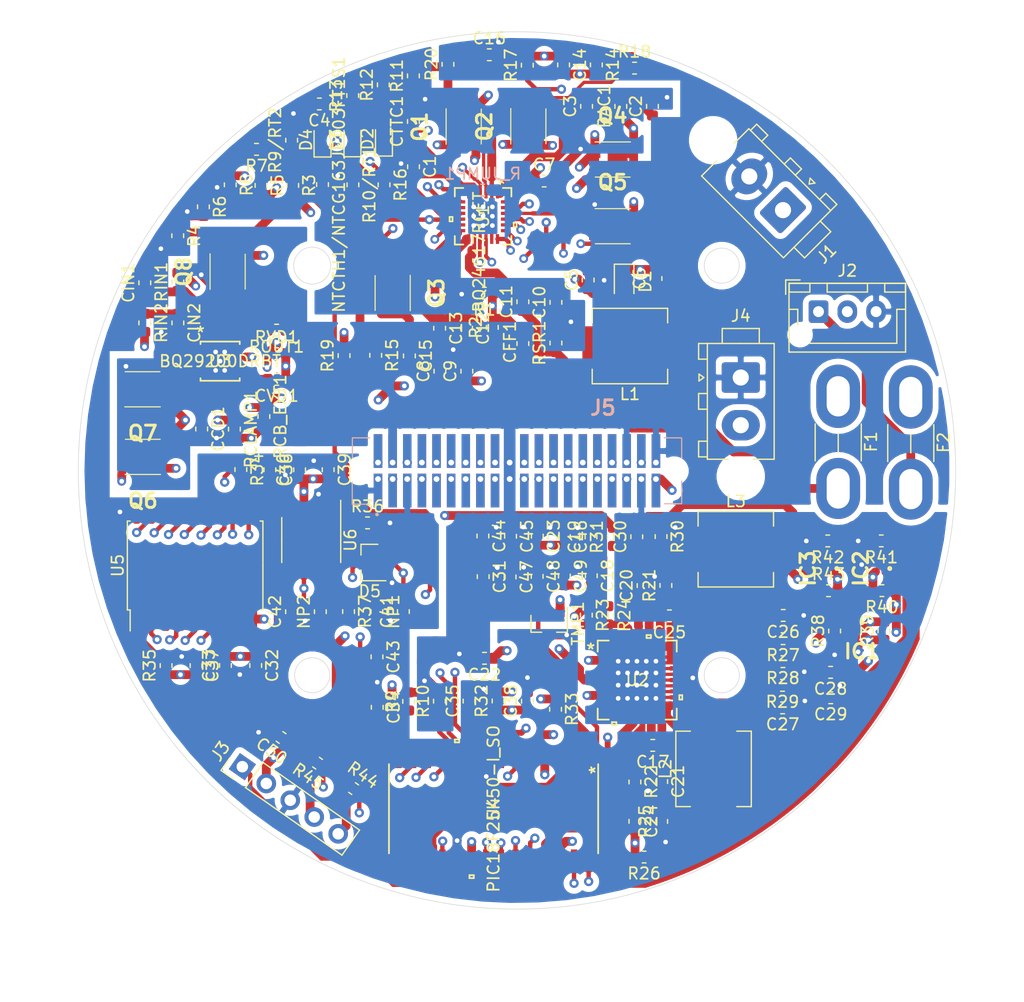
<source format=kicad_pcb>
(kicad_pcb (version 20171130) (host pcbnew "(5.1.4)-1")
  (layers (0 F.Cu signal) (1 In1.Cu power) (2 In2.Cu signal) (31 B.Cu power) (34 B.Paste user) (35 F.Paste user) (36 B.SilkS user) (37 F.SilkS user) (38 B.Mask user) (39 F.Mask user) (44 Edge.Cuts user))
  (net 0 "")
  (net 1 "Net-(C2-Pad1)")
  (net 2 "Net-(C4-Pad1)")
  (net 3 REGN)
  (net 4 BTST)
  (net 5 "Net-(C7-Pad1)")
  (net 6 SRP)
  (net 7 SRN)
  (net 8 "Net-(C14-Pad2)")
  (net 9 "Net-(C14-Pad1)")
  (net 10 "Net-(C15-Pad2)")
  (net 11 "Net-(C16-Pad1)")
  (net 12 "Net-(CCD1-Pad1)")
  (net 13 VFB)
  (net 14 "Net-(CIN1-Pad2)")
  (net 15 "Net-(CIN1-Pad1)")
  (net 16 "Net-(CTTC1-Pad1)")
  (net 17 "Net-(CVD1-Pad1)")
  (net 18 "Net-(D2-Pad2)")
  (net 19 STAT1)
  (net 20 "Net-(D3-Pad2)")
  (net 21 STAT2)
  (net 22 "Net-(D4-Pad2)")
  (net 23 PG)
  (net 24 "Net-(J1-Pad1)")
  (net 25 "Net-(J2-Pad2)")
  (net 26 "Net-(NTCTH1/NTCG163JF103FT1S1-Pad2)")
  (net 27 ACSET)
  (net 28 ISET2)
  (net 29 "Net-(R7-Pad2)")
  (net 30 "Net-(R18-Pad1)")
  (net 31 "Net-(R19-Pad2)")
  (net 32 "Net-(ROUT1-Pad2)")
  (net 33 Q4S)
  (net 34 Q6S)
  (net 35 Q4G)
  (net 36 Q5G)
  (net 37 Q6D)
  (net 38 Q6G)
  (net 39 "Net-(Q8-Pad4)")
  (net 40 "Net-(F1-Pad1)")
  (net 41 "Net-(F2-Pad1)")
  (net 42 5V0)
  (net 43 "Net-(J5-Pad33)")
  (net 44 "Net-(J5-Pad32)")
  (net 45 "Net-(J5-Pad31)")
  (net 46 "Net-(J5-Pad30)")
  (net 47 "Net-(J5-Pad29)")
  (net 48 "Net-(J5-Pad28)")
  (net 49 UART1_RX)
  (net 50 "Net-(J5-Pad26)")
  (net 51 UART1_TX)
  (net 52 "Net-(J5-Pad24)")
  (net 53 CAN_L)
  (net 54 "Net-(J5-Pad22)")
  (net 55 CAN_H)
  (net 56 "Net-(J5-Pad18)")
  (net 57 "Net-(J5-Pad17)")
  (net 58 "Net-(J5-Pad16)")
  (net 59 "Net-(J5-Pad15)")
  (net 60 "Net-(J5-Pad14)")
  (net 61 "Net-(J5-Pad13)")
  (net 62 "Net-(J5-Pad12)")
  (net 63 "Net-(J5-Pad11)")
  (net 64 "Net-(J5-Pad10)")
  (net 65 "Net-(J5-Pad9)")
  (net 66 "Net-(J5-Pad8)")
  (net 67 3V3)
  (net 68 "Net-(U2-Pad13)")
  (net 69 "Net-(U2-Pad12)")
  (net 70 PGND2)
  (net 71 "Net-(R23-Pad2)")
  (net 72 "Net-(R24-Pad2)")
  (net 73 RLIM2)
  (net 74 LX1)
  (net 75 "Net-(C17-Pad2)")
  (net 76 RLIM1)
  (net 77 FB1)
  (net 78 V7V)
  (net 79 TEMP_OUT)
  (net 80 "Net-(C25-Pad2)")
  (net 81 "Net-(C25-Pad1)")
  (net 82 "Net-(C26-Pad2)")
  (net 83 "Net-(R27-Pad2)")
  (net 84 "Net-(R28-Pad2)")
  (net 85 "Net-(R29-Pad2)")
  (net 86 "Net-(C27-Pad2)")
  (net 87 "Net-(C28-Pad2)")
  (net 88 "Net-(C29-Pad2)")
  (net 89 "Net-(C34-Pad2)")
  (net 90 "Net-(C35-Pad1)")
  (net 91 "Net-(C36-Pad1)")
  (net 92 "Net-(C37-Pad2)")
  (net 93 "Net-(C43-Pad1)")
  (net 94 MCLR)
  (net 95 "Net-(R34-Pad2)")
  (net 96 "Net-(R35-Pad2)")
  (net 97 "Net-(R36-Pad1)")
  (net 98 "Net-(R37-Pad1)")
  (net 99 "Net-(U4-Pad16)")
  (net 100 "Net-(U4-Pad15)")
  (net 101 "Net-(U5-Pad8)")
  (net 102 "Net-(U5-Pad7)")
  (net 103 "Net-(U5-Pad3)")
  (net 104 TS)
  (net 105 VBAT)
  (net 106 FB2)
  (net 107 "Net-(IC1-Pad4)")
  (net 108 VBATCURRENT)
  (net 109 "Net-(IC1-Pad2)")
  (net 110 "Net-(IC2-Pad4)")
  (net 111 5VCURRENT)
  (net 112 "Net-(IC2-Pad2)")
  (net 113 "Net-(IC3-Pad4)")
  (net 114 3V3CURRENT)
  (net 115 "Net-(IC3-Pad2)")
  (net 116 "Net-(R10-Pad1)")
  (net 117 SI)
  (net 118 INT)
  (net 119 SCK)
  (net 120 SO)
  (net 121 CS)
  (net 122 TX0RTS)
  (net 123 TX1RTS)
  (net 124 TX2RTS)
  (net 125 RX0BF)
  (net 126 RX1BF)
  (net 127 RESET)
  (net 128 "Net-(J3-Pad5)")
  (net 129 "Net-(J3-Pad4)")
  (net 130 PGC)
  (net 131 PGD)
  (net 132 Q4D)
  (net 133 "Net-(C23-Pad2)")
  (net 134 "Net-(C31-Pad2)")
  (module PIC18F25K50-ISO:PIC18F25K50-I&slash_SO (layer F.Cu) (at 233.35 92.44 270)
    (fp_text reference U4 (at 0 0 270) (layer F.SilkS))
    (fp_text value PIC18F25K50-I_SO (at 0 0 270) (layer F.SilkS))
    (fp_text user * (at -3.3655 -8.8773 270) (layer F.SilkS))
    (fp_text user * (at -3.3655 -8.8773 270) (layer F.SilkS))
    (pad 28 smd rect (at 4.5212 -8.255 270) (size 1.9812 0.5588) (layers F.Cu F.Paste F.Mask) (net 131 PGD))
    (pad 27 smd rect (at 4.5212 -6.985 270) (size 1.9812 0.5588) (layers F.Cu F.Paste F.Mask) (net 130 PGC))
    (pad 26 smd rect (at 4.5212 -5.715 270) (size 1.9812 0.5588) (layers F.Cu F.Paste F.Mask) (net 108 VBATCURRENT))
    (pad 25 smd rect (at 4.5212 -4.445 270) (size 1.9812 0.5588) (layers F.Cu F.Paste F.Mask) (net 114 3V3CURRENT))
    (pad 24 smd rect (at 4.5212 -3.175 270) (size 1.9812 0.5588) (layers F.Cu F.Paste F.Mask) (net 117 SI))
    (pad 23 smd rect (at 4.5212 -1.905 270) (size 1.9812 0.5588) (layers F.Cu F.Paste F.Mask) (net 118 INT))
    (pad 22 smd rect (at 4.5212 -0.635 270) (size 1.9812 0.5588) (layers F.Cu F.Paste F.Mask) (net 119 SCK))
    (pad 21 smd rect (at 4.5212 0.635 270) (size 1.9812 0.5588) (layers F.Cu F.Paste F.Mask) (net 120 SO))
    (pad 20 smd rect (at 4.5212 1.905 270) (size 1.9812 0.5588) (layers F.Cu F.Paste F.Mask) (net 42 5V0))
    (pad 19 smd rect (at 4.5212 3.175 270) (size 1.9812 0.5588) (layers F.Cu F.Paste F.Mask) (net 70 PGND2))
    (pad 18 smd rect (at 4.5212 4.445 270) (size 1.9812 0.5588) (layers F.Cu F.Paste F.Mask) (net 121 CS))
    (pad 17 smd rect (at 4.5212 5.715 270) (size 1.9812 0.5588) (layers F.Cu F.Paste F.Mask) (net 104 TS))
    (pad 16 smd rect (at 4.5212 6.985 270) (size 1.9812 0.5588) (layers F.Cu F.Paste F.Mask) (net 99 "Net-(U4-Pad16)"))
    (pad 15 smd rect (at 4.5212 8.255 270) (size 1.9812 0.5588) (layers F.Cu F.Paste F.Mask) (net 100 "Net-(U4-Pad15)"))
    (pad 14 smd rect (at -4.5212 8.255 270) (size 1.9812 0.5588) (layers F.Cu F.Paste F.Mask) (net 89 "Net-(C34-Pad2)"))
    (pad 13 smd rect (at -4.5212 6.985 270) (size 1.9812 0.5588) (layers F.Cu F.Paste F.Mask) (net 122 TX0RTS))
    (pad 12 smd rect (at -4.5212 5.715 270) (size 1.9812 0.5588) (layers F.Cu F.Paste F.Mask) (net 123 TX1RTS))
    (pad 11 smd rect (at -4.5212 4.445 270) (size 1.9812 0.5588) (layers F.Cu F.Paste F.Mask) (net 124 TX2RTS))
    (pad 10 smd rect (at -4.5212 3.175 270) (size 1.9812 0.5588) (layers F.Cu F.Paste F.Mask) (net 125 RX0BF))
    (pad 9 smd rect (at -4.5212 1.905 270) (size 1.9812 0.5588) (layers F.Cu F.Paste F.Mask) (net 126 RX1BF))
    (pad 8 smd rect (at -4.5212 0.635 270) (size 1.9812 0.5588) (layers F.Cu F.Paste F.Mask) (net 70 PGND2))
    (pad 7 smd rect (at -4.5212 -0.635 270) (size 1.9812 0.5588) (layers F.Cu F.Paste F.Mask) (net 111 5VCURRENT))
    (pad 6 smd rect (at -4.5212 -1.905 270) (size 1.9812 0.5588) (layers F.Cu F.Paste F.Mask) (net 127 RESET))
    (pad 5 smd rect (at -4.5212 -3.175 270) (size 1.9812 0.5588) (layers F.Cu F.Paste F.Mask) (net 67 3V3))
    (pad 4 smd rect (at -4.5212 -4.445 270) (size 1.9812 0.5588) (layers F.Cu F.Paste F.Mask) (net 42 5V0))
    (pad 3 smd rect (at -4.5212 -5.715 270) (size 1.9812 0.5588) (layers F.Cu F.Paste F.Mask) (net 116 "Net-(R10-Pad1)"))
    (pad 2 smd rect (at -4.5212 -6.985 270) (size 1.9812 0.5588) (layers F.Cu F.Paste F.Mask) (net 79 TEMP_OUT))
    (pad 1 smd rect (at -4.5212 -8.255 270) (size 1.9812 0.5588) (layers F.Cu F.Paste F.Mask) (net 94 MCLR))
  )
  (module Resistor_SMD:R_0603_1608Metric (layer B.Cu) (at 232.41 38.735 180)
    (fp_text reference R_JUMP1 (at 0 1.43) (layer B.SilkS) (effects (justify mirror)))
    (fp_text value 0Ohm)
    (pad 2 smd roundrect (at 0.7875 0 180) (size 0.875 0.95) (layers B.Cu B.Paste B.Mask) (net 70 PGND2))
    (pad 1 smd roundrect (at -0.7875 0 180) (size 0.875 0.95) (layers B.Cu B.Paste B.Mask) (net 70 PGND2))
  )
  (module MASA-LIB:6-LEAD_MICROPAK (layer F.Cu) (at 262.3786 71.2384 90)
    (fp_text reference IC3 (at -0.344 -1.735 90) (layer F.SilkS) (effects (font (size 1.27 1.27) (thickness 0.254))))
    (fp_text value FAN4010IL6X_F113 hide)
    (pad 6 smd rect (at -0.5 -0.365 90) (size 0.3 0.52) (layers F.Cu F.Paste F.Mask) (net 67 3V3))
    (pad 5 smd rect (at 0 -0.365 90) (size 0.3 0.52) (layers F.Cu F.Paste F.Mask) (net 70 PGND2))
    (pad 4 smd rect (at 0.5 -0.365 90) (size 0.3 0.52) (layers F.Cu F.Paste F.Mask) (net 113 "Net-(IC3-Pad4)"))
    (pad 3 smd rect (at 0.5 0.365 90) (size 0.3 0.52) (layers F.Cu F.Paste F.Mask) (net 114 3V3CURRENT))
    (pad 2 smd rect (at 0 0.365 90) (size 0.3 0.52) (layers F.Cu F.Paste F.Mask) (net 115 "Net-(IC3-Pad2)"))
    (pad 1 smd rect (at -0.5 0.34 90) (size 0.3 0.57) (layers F.Cu F.Paste F.Mask) (net 134 "Net-(C31-Pad2)"))
  )
  (module MASA-LIB:6-LEAD_MICROPAK (layer F.Cu) (at 266.9768 71.243 90)
    (fp_text reference IC2 (at -0.344 -1.735 90) (layer F.SilkS) (effects (font (size 1.27 1.27) (thickness 0.254))))
    (fp_text value FAN4010IL6X_F113 hide)
    (pad 6 smd rect (at -0.5 -0.365 90) (size 0.3 0.52) (layers F.Cu F.Paste F.Mask) (net 42 5V0))
    (pad 5 smd rect (at 0 -0.365 90) (size 0.3 0.52) (layers F.Cu F.Paste F.Mask) (net 70 PGND2))
    (pad 4 smd rect (at 0.5 -0.365 90) (size 0.3 0.52) (layers F.Cu F.Paste F.Mask) (net 110 "Net-(IC2-Pad4)"))
    (pad 3 smd rect (at 0.5 0.365 90) (size 0.3 0.52) (layers F.Cu F.Paste F.Mask) (net 111 5VCURRENT))
    (pad 2 smd rect (at 0 0.365 90) (size 0.3 0.52) (layers F.Cu F.Paste F.Mask) (net 112 "Net-(IC2-Pad2)"))
    (pad 1 smd rect (at -0.5 0.34 90) (size 0.3 0.57) (layers F.Cu F.Paste F.Mask) (net 133 "Net-(C23-Pad2)"))
  )
  (module MASA-LIB:6-LEAD_MICROPAK (layer F.Cu) (at 265 77.045 180)
    (fp_text reference IC1 (at -0.344 -1.735) (layer F.SilkS) (effects (font (size 1.27 1.27) (thickness 0.254))))
    (fp_text value FAN4010IL6X_F113 hide)
    (pad 6 smd rect (at -0.5 -0.365 180) (size 0.3 0.52) (layers F.Cu F.Paste F.Mask) (net 105 VBAT))
    (pad 5 smd rect (at 0 -0.365 180) (size 0.3 0.52) (layers F.Cu F.Paste F.Mask) (net 70 PGND2))
    (pad 4 smd rect (at 0.5 -0.365 180) (size 0.3 0.52) (layers F.Cu F.Paste F.Mask) (net 107 "Net-(IC1-Pad4)"))
    (pad 3 smd rect (at 0.5 0.365 180) (size 0.3 0.52) (layers F.Cu F.Paste F.Mask) (net 108 VBATCURRENT))
    (pad 2 smd rect (at 0 0.365 180) (size 0.3 0.52) (layers F.Cu F.Paste F.Mask) (net 109 "Net-(IC1-Pad2)"))
    (pad 1 smd rect (at -0.5 0.34 180) (size 0.3 0.57) (layers F.Cu F.Paste F.Mask) (net 132 Q4D))
  )
  (module Resistor_SMD:R_0603_1608Metric (layer F.Cu) (at 218.07 88.48 145)
    (fp_text reference R45 (at 0 -1.43 145) (layer F.SilkS))
    (fp_text value R_US)
    (pad 2 smd roundrect (at 0.7875 0 145) (size 0.875 0.95) (layers F.Cu F.Paste F.Mask) (net 129 "Net-(J3-Pad4)"))
    (pad 1 smd roundrect (at -0.7875 0 145) (size 0.875 0.95) (layers F.Cu F.Paste F.Mask) (net 131 PGD))
  )
  (module Resistor_SMD:R_0603_1608Metric (layer F.Cu) (at 221.2 90.69 325)
    (fp_text reference R44 (at 0 -1.43 145) (layer F.SilkS))
    (fp_text value R_US)
    (pad 2 smd roundrect (at 0.7875 0 325) (size 0.875 0.95) (layers F.Cu F.Paste F.Mask) (net 130 PGC))
    (pad 1 smd roundrect (at -0.7875 0 325) (size 0.875 0.95) (layers F.Cu F.Paste F.Mask) (net 128 "Net-(J3-Pad5)"))
  )
  (module Connector_PinHeader_2.54mm:PinHeader_1x05_P2.54mm_Vertical (layer F.Cu) (at 211.538708 88.786232 55)
    (fp_text reference J3 (at 0 -2.33 55) (layer F.SilkS))
    (fp_text value Conn_01x05_Male)
    (pad 5 thru_hole oval (at 0 10.16 55) (size 1.7 1.7) (drill 1) (layers *.Cu *.Mask) (net 128 "Net-(J3-Pad5)"))
    (pad 4 thru_hole oval (at 0 7.62 55) (size 1.7 1.7) (drill 1) (layers *.Cu *.Mask) (net 129 "Net-(J3-Pad4)"))
    (pad 3 thru_hole oval (at 0 5.08 55) (size 1.7 1.7) (drill 1) (layers *.Cu *.Mask) (net 70 PGND2))
    (pad 2 thru_hole oval (at 0 2.54 55) (size 1.7 1.7) (drill 1) (layers *.Cu *.Mask) (net 67 3V3))
    (pad 1 thru_hole rect (at 0 0 55) (size 1.7 1.7) (drill 1) (layers *.Cu *.Mask) (net 94 MCLR))
  )
  (module Capacitor_SMD:C_0603_1608Metric (layer F.Cu) (at 214.9 86.25 145)
    (fp_text reference C50 (at 0 -1.43 145) (layer F.SilkS))
    (fp_text value C)
    (pad 2 smd roundrect (at 0.7875 0 145) (size 0.875 0.95) (layers F.Cu F.Paste F.Mask) (net 70 PGND2))
    (pad 1 smd roundrect (at -0.7875 0 145) (size 0.875 0.95) (layers F.Cu F.Paste F.Mask) (net 67 3V3))
  )
  (module Package_SO:SOIC-18W_7.5x11.6mm_P1.27mm (layer F.Cu) (at 207.44 71.32 90)
    (fp_text reference U5 (at 0 -6.72 270) (layer F.SilkS))
    (fp_text value MCP2515-xSO)
    (pad 18 smd roundrect (at 4.65 -5.08 90) (size 2.05 0.6) (layers F.Cu F.Paste F.Mask) (net 70 PGND2))
    (pad 17 smd roundrect (at 4.65 -3.81 90) (size 2.05 0.6) (layers F.Cu F.Paste F.Mask) (net 127 RESET))
    (pad 16 smd roundrect (at 4.65 -2.54 90) (size 2.05 0.6) (layers F.Cu F.Paste F.Mask) (net 121 CS))
    (pad 15 smd roundrect (at 4.65 -1.27 90) (size 2.05 0.6) (layers F.Cu F.Paste F.Mask) (net 120 SO))
    (pad 14 smd roundrect (at 4.65 0 90) (size 2.05 0.6) (layers F.Cu F.Paste F.Mask) (net 117 SI))
    (pad 13 smd roundrect (at 4.65 1.27 90) (size 2.05 0.6) (layers F.Cu F.Paste F.Mask) (net 119 SCK))
    (pad 12 smd roundrect (at 4.65 2.54 90) (size 2.05 0.6) (layers F.Cu F.Paste F.Mask) (net 118 INT))
    (pad 11 smd roundrect (at 4.65 3.81 90) (size 2.05 0.6) (layers F.Cu F.Paste F.Mask) (net 125 RX0BF))
    (pad 10 smd roundrect (at 4.65 5.08 90) (size 2.05 0.6) (layers F.Cu F.Paste F.Mask) (net 126 RX1BF))
    (pad 9 smd roundrect (at -4.65 5.08 90) (size 2.05 0.6) (layers F.Cu F.Paste F.Mask) (net 42 5V0))
    (pad 8 smd roundrect (at -4.65 3.81 90) (size 2.05 0.6) (layers F.Cu F.Paste F.Mask) (net 101 "Net-(U5-Pad8)"))
    (pad 7 smd roundrect (at -4.65 2.54 90) (size 2.05 0.6) (layers F.Cu F.Paste F.Mask) (net 102 "Net-(U5-Pad7)"))
    (pad 6 smd roundrect (at -4.65 1.27 90) (size 2.05 0.6) (layers F.Cu F.Paste F.Mask) (net 124 TX2RTS))
    (pad 5 smd roundrect (at -4.65 0 90) (size 2.05 0.6) (layers F.Cu F.Paste F.Mask) (net 123 TX1RTS))
    (pad 4 smd roundrect (at -4.65 -1.27 90) (size 2.05 0.6) (layers F.Cu F.Paste F.Mask) (net 122 TX0RTS))
    (pad 3 smd roundrect (at -4.65 -2.54 90) (size 2.05 0.6) (layers F.Cu F.Paste F.Mask) (net 103 "Net-(U5-Pad3)"))
    (pad 2 smd roundrect (at -4.65 -3.81 90) (size 2.05 0.6) (layers F.Cu F.Paste F.Mask) (net 91 "Net-(C36-Pad1)"))
    (pad 1 smd roundrect (at -4.65 -5.08 90) (size 2.05 0.6) (layers F.Cu F.Paste F.Mask) (net 96 "Net-(R35-Pad2)"))
  )
  (module Resistor_SMD:R_0603_1608Metric (layer F.Cu) (at 258.483 77.6732 180)
    (fp_text reference R27 (at 0 -1.43) (layer F.SilkS))
    (fp_text value R_US)
    (pad 2 smd roundrect (at 0.7875 0 180) (size 0.875 0.95) (layers F.Cu F.Paste F.Mask) (net 83 "Net-(R27-Pad2)"))
    (pad 1 smd roundrect (at -0.7875 0 180) (size 0.875 0.95) (layers F.Cu F.Paste F.Mask) (net 87 "Net-(C28-Pad2)"))
  )
  (module TPS65279DAPR:TPS65279DAPR (layer F.Cu) (at 245.8212 81.2673)
    (fp_text reference U2 (at 0 0) (layer F.SilkS))
    (fp_text value TPS65279DAPR hide)
    (fp_text user * (at -4.035001 -2.631) (layer F.SilkS))
    (fp_text user * (at -4.035001 -2.631) (layer F.SilkS))
    (pad 37 smd rect (at 0 0) (size 4.099999 4.099999) (layers F.Cu F.Paste F.Mask) (net 70 PGND2))
    (pad 36 smd rect (at -2.000504 -2.925) (size 0.28 0.95) (layers F.Cu F.Paste F.Mask) (net 70 PGND2))
    (pad 35 smd rect (at -1.500378 -2.925) (size 0.28 0.95) (layers F.Cu F.Paste F.Mask) (net 70 PGND2))
    (pad 34 smd rect (at -1.000252 -2.925) (size 0.28 0.95) (layers F.Cu F.Paste F.Mask) (net 70 PGND2))
    (pad 33 smd rect (at -0.500126 -2.925) (size 0.28 0.95) (layers F.Cu F.Paste F.Mask) (net 71 "Net-(R23-Pad2)"))
    (pad 32 smd rect (at 0 -2.925) (size 0.28 0.95) (layers F.Cu F.Paste F.Mask) (net 72 "Net-(R24-Pad2)"))
    (pad 31 smd rect (at 0.500126 -2.925) (size 0.28 0.95) (layers F.Cu F.Paste F.Mask) (net 106 FB2))
    (pad 30 smd rect (at 1.000252 -2.925) (size 0.28 0.95) (layers F.Cu F.Paste F.Mask) (net 73 RLIM2))
    (pad 29 smd rect (at 1.500378 -2.925) (size 0.28 0.95) (layers F.Cu F.Paste F.Mask) (net 80 "Net-(C25-Pad2)"))
    (pad 28 smd rect (at 2.000504 -2.925) (size 0.28 0.95) (layers F.Cu F.Paste F.Mask) (net 81 "Net-(C25-Pad1)"))
    (pad 27 smd rect (at 2.925 -2.000001 90) (size 0.28 0.95) (layers F.Cu F.Paste F.Mask) (net 81 "Net-(C25-Pad1)"))
    (pad 26 smd rect (at 2.925 -1.5 90) (size 0.28 0.95) (layers F.Cu F.Paste F.Mask) (net 81 "Net-(C25-Pad1)"))
    (pad 25 smd rect (at 2.925 -1.000001 90) (size 0.28 0.95) (layers F.Cu F.Paste F.Mask) (net 82 "Net-(C26-Pad2)"))
    (pad 24 smd rect (at 2.925 -0.499999 90) (size 0.28 0.95) (layers F.Cu F.Paste F.Mask) (net 83 "Net-(R27-Pad2)"))
    (pad 23 smd rect (at 2.925 0 90) (size 0.28 0.95) (layers F.Cu F.Paste F.Mask) (net 70 PGND2))
    (pad 22 smd rect (at 2.925 0.499999 90) (size 0.28 0.95) (layers F.Cu F.Paste F.Mask) (net 84 "Net-(R28-Pad2)"))
    (pad 21 smd rect (at 2.925 1.000001 90) (size 0.28 0.95) (layers F.Cu F.Paste F.Mask) (net 85 "Net-(R29-Pad2)"))
    (pad 20 smd rect (at 2.925 1.5 90) (size 0.28 0.95) (layers F.Cu F.Paste F.Mask) (net 86 "Net-(C27-Pad2)"))
    (pad 19 smd rect (at 2.925 2.000001 90) (size 0.28 0.95) (layers F.Cu F.Paste F.Mask) (net 74 LX1))
    (pad 18 smd rect (at 2.000504 2.925) (size 0.28 0.95) (layers F.Cu F.Paste F.Mask) (net 74 LX1))
    (pad 17 smd rect (at 1.500378 2.925) (size 0.28 0.95) (layers F.Cu F.Paste F.Mask) (net 74 LX1))
    (pad 16 smd rect (at 1.000252 2.925) (size 0.28 0.95) (layers F.Cu F.Paste F.Mask) (net 75 "Net-(C17-Pad2)"))
    (pad 15 smd rect (at 0.500126 2.925) (size 0.28 0.95) (layers F.Cu F.Paste F.Mask) (net 76 RLIM1))
    (pad 14 smd rect (at 0 2.925) (size 0.28 0.95) (layers F.Cu F.Paste F.Mask) (net 77 FB1))
    (pad 13 smd rect (at -0.500126 2.925) (size 0.28 0.95) (layers F.Cu F.Paste F.Mask) (net 68 "Net-(U2-Pad13)"))
    (pad 12 smd rect (at -1.000252 2.925) (size 0.28 0.95) (layers F.Cu F.Paste F.Mask) (net 69 "Net-(U2-Pad12)"))
    (pad 11 smd rect (at -1.500378 2.925) (size 0.28 0.95) (layers F.Cu F.Paste F.Mask) (net 70 PGND2))
    (pad 10 smd rect (at -2.000504 2.925) (size 0.28 0.95) (layers F.Cu F.Paste F.Mask) (net 70 PGND2))
    (pad 9 smd rect (at -2.925 2.000001 90) (size 0.28 0.95) (layers F.Cu F.Paste F.Mask) (net 70 PGND2))
    (pad 8 smd rect (at -2.925 1.5 90) (size 0.28 0.95) (layers F.Cu F.Paste F.Mask) (net 105 VBAT))
    (pad 7 smd rect (at -2.925 1.000001 90) (size 0.28 0.95) (layers F.Cu F.Paste F.Mask) (net 105 VBAT))
    (pad 6 smd rect (at -2.925 0.499999 90) (size 0.28 0.95) (layers F.Cu F.Paste F.Mask) (net 105 VBAT))
    (pad 5 smd rect (at -2.925 0 90) (size 0.28 0.95) (layers F.Cu F.Paste F.Mask) (net 78 V7V))
    (pad 4 smd rect (at -2.925 -0.499999 90) (size 0.28 0.95) (layers F.Cu F.Paste F.Mask) (net 70 PGND2))
    (pad 3 smd rect (at -2.925 -1.000001 90) (size 0.28 0.95) (layers F.Cu F.Paste F.Mask) (net 70 PGND2))
    (pad 2 smd rect (at -2.925 -1.5 90) (size 0.28 0.95) (layers F.Cu F.Paste F.Mask) (net 105 VBAT))
    (pad 1 smd rect (at -2.925 -2.000001 90) (size 0.28 0.95) (layers F.Cu F.Paste F.Mask) (net 105 VBAT))
  )
  (module Inductor_SMD:L_Vishay_IHLP-2525 (layer F.Cu) (at 254.38 69.91)
    (fp_text reference L3 (at 0 -4.175) (layer F.SilkS))
    (fp_text value 4.7uH)
    (pad 2 smd rect (at 2.921 0) (size 2.413 3.429) (layers F.Cu F.Paste F.Mask) (net 134 "Net-(C31-Pad2)"))
    (pad 1 smd rect (at -2.921 0) (size 2.413 3.429) (layers F.Cu F.Paste F.Mask) (net 81 "Net-(C25-Pad1)"))
  )
  (module Capacitor_SMD:C_0603_1608Metric (layer F.Cu) (at 218.99 63 270)
    (fp_text reference C39 (at 0 -1.43 90) (layer F.SilkS))
    (fp_text value 1nf)
    (pad 2 smd roundrect (at 0.7875 0 270) (size 0.875 0.95) (layers F.Cu F.Paste F.Mask) (net 42 5V0))
    (pad 1 smd roundrect (at -0.7875 0 270) (size 0.875 0.95) (layers F.Cu F.Paste F.Mask) (net 70 PGND2))
  )
  (module Capacitor_SMD:C_0603_1608Metric (layer F.Cu) (at 216.51 63.01 90)
    (fp_text reference C40 (at 0 -1.43 90) (layer F.SilkS))
    (fp_text value 100nf)
    (pad 2 smd roundrect (at 0.7875 0 90) (size 0.875 0.95) (layers F.Cu F.Paste F.Mask) (net 70 PGND2))
    (pad 1 smd roundrect (at -0.7875 0 90) (size 0.875 0.95) (layers F.Cu F.Paste F.Mask) (net 42 5V0))
  )
  (module Capacitor_SMD:C_0603_1608Metric (layer F.Cu) (at 223.25 83.63 270)
    (fp_text reference C34 (at 0 -1.43 90) (layer F.SilkS))
    (fp_text value C)
    (pad 2 smd roundrect (at 0.7875 0 270) (size 0.875 0.95) (layers F.Cu F.Paste F.Mask) (net 89 "Net-(C34-Pad2)"))
    (pad 1 smd roundrect (at -0.7875 0 270) (size 0.875 0.95) (layers F.Cu F.Paste F.Mask) (net 70 PGND2))
  )
  (module Capacitor_SMD:C_0603_1608Metric (layer F.Cu) (at 231.22 83.09 90)
    (fp_text reference C35 (at 0 -1.43 90) (layer F.SilkS))
    (fp_text value C)
    (pad 2 smd roundrect (at 0.7875 0 90) (size 0.875 0.95) (layers F.Cu F.Paste F.Mask) (net 70 PGND2))
    (pad 1 smd roundrect (at -0.7875 0 90) (size 0.875 0.95) (layers F.Cu F.Paste F.Mask) (net 90 "Net-(C35-Pad1)"))
  )
  (module Capacitor_SMD:C_0603_1608Metric (layer F.Cu) (at 236.29 83.1 90)
    (fp_text reference C38 (at 0 -1.43 270) (layer F.SilkS))
    (fp_text value C)
    (pad 2 smd roundrect (at 0.7875 0 90) (size 0.875 0.95) (layers F.Cu F.Paste F.Mask) (net 70 PGND2))
    (pad 1 smd roundrect (at -0.7875 0 90) (size 0.875 0.95) (layers F.Cu F.Paste F.Mask) (net 42 5V0))
  )
  (module Resistor_SMD:R_0603_1608Metric (layer F.Cu) (at 233.74 83.08 90)
    (fp_text reference R32 (at 0 -1.43 90) (layer F.SilkS))
    (fp_text value R_US)
    (pad 2 smd roundrect (at 0.7875 0 90) (size 0.875 0.95) (layers F.Cu F.Paste F.Mask) (net 90 "Net-(C35-Pad1)"))
    (pad 1 smd roundrect (at -0.7875 0 90) (size 0.875 0.95) (layers F.Cu F.Paste F.Mask) (net 42 5V0))
  )
  (module Resistor_SMD:R_0603_1608Metric (layer F.Cu) (at 238.73 83.8 270)
    (fp_text reference R33 (at 0 -1.43 90) (layer F.SilkS))
    (fp_text value R_US)
    (pad 2 smd roundrect (at 0.7875 0 270) (size 0.875 0.95) (layers F.Cu F.Paste F.Mask) (net 94 MCLR))
    (pad 1 smd roundrect (at -0.7875 0 270) (size 0.875 0.95) (layers F.Cu F.Paste F.Mask) (net 90 "Net-(C35-Pad1)"))
  )
  (module Resistor_SMD:R_0603_1608Metric (layer F.Cu) (at 228.65 83.1 90)
    (fp_text reference R10 (at 0 -1.43 90) (layer F.SilkS))
    (fp_text value R_US)
    (pad 2 smd roundrect (at 0.7875 0 90) (size 0.875 0.95) (layers F.Cu F.Paste F.Mask) (net 70 PGND2))
    (pad 1 smd roundrect (at -0.7875 0 90) (size 0.875 0.95) (layers F.Cu F.Paste F.Mask) (net 116 "Net-(R10-Pad1)"))
  )
  (module Resistor_SMD:R_0603_1608Metric (layer F.Cu) (at 225.98 83.12 90)
    (fp_text reference R9 (at 0 -1.43 90) (layer F.SilkS))
    (fp_text value R_US)
    (pad 2 smd roundrect (at 0.7875 0 90) (size 0.875 0.95) (layers F.Cu F.Paste F.Mask) (net 116 "Net-(R10-Pad1)"))
    (pad 1 smd roundrect (at -0.7875 0 90) (size 0.875 0.95) (layers F.Cu F.Paste F.Mask) (net 105 VBAT))
  )
  (module Capacitor_SMD:C_0603_1608Metric (layer F.Cu) (at 212.7 80 270)
    (fp_text reference C32 (at 0 -1.43 90) (layer F.SilkS))
    (fp_text value 100nf)
    (pad 2 smd roundrect (at 0.7875 0 270) (size 0.875 0.95) (layers F.Cu F.Paste F.Mask) (net 70 PGND2))
    (pad 1 smd roundrect (at -0.7875 0 270) (size 0.875 0.95) (layers F.Cu F.Paste F.Mask) (net 42 5V0))
  )
  (module Capacitor_SMD:C_0603_1608Metric (layer F.Cu) (at 210.07 80 90)
    (fp_text reference C33 (at 0 -1.43 90) (layer F.SilkS))
    (fp_text value 1nf)
    (pad 2 smd roundrect (at 0.7875 0 90) (size 0.875 0.95) (layers F.Cu F.Paste F.Mask) (net 42 5V0))
    (pad 1 smd roundrect (at -0.7875 0 90) (size 0.875 0.95) (layers F.Cu F.Paste F.Mask) (net 70 PGND2))
  )
  (module Capacitor_SMD:C_0603_1608Metric (layer F.Cu) (at 215.81 75.3325 90)
    (fp_text reference C42 (at 0 -1.43 270) (layer F.SilkS))
    (fp_text value 100pf)
    (pad 2 smd roundrect (at 0.7875 0 90) (size 0.875 0.95) (layers F.Cu F.Paste F.Mask) (net 53 CAN_L))
    (pad 1 smd roundrect (at -0.7875 0 90) (size 0.875 0.95) (layers F.Cu F.Paste F.Mask) (net 70 PGND2))
  )
  (module SI7617DN-T1-GE3:SIS862DNT1GE3 (layer F.Cu) (at 243.6804 36.073)
    (fp_text reference Q4 (at 0 -3.81) (layer F.SilkS) (effects (font (size 1.27 1.27) (thickness 0.254))))
    (fp_text value SIS412DN-T1-GE3 hide)
    (pad 1 smd rect (at -1.555 -0.992 90) (size 0.405 0.99) (layers F.Cu F.Paste F.Mask) (net 33 Q4S))
    (pad 2 smd rect (at -1.555 -0.332 90) (size 0.405 0.99) (layers F.Cu F.Paste F.Mask) (net 33 Q4S))
    (pad 3 smd rect (at -1.555 0.328 90) (size 0.405 0.99) (layers F.Cu F.Paste F.Mask) (net 33 Q4S))
    (pad 4 smd rect (at -1.555 0.988 90) (size 0.405 0.99) (layers F.Cu F.Paste F.Mask) (net 35 Q4G))
    (pad 5 smd rect (at 1.555 0.988 90) (size 0.405 0.51) (layers F.Cu F.Paste F.Mask) (net 132 Q4D))
    (pad 6 smd rect (at 1.555 0.328 90) (size 0.405 0.51) (layers F.Cu F.Paste F.Mask) (net 132 Q4D))
    (pad 7 smd rect (at 1.555 -0.332 90) (size 0.405 0.51) (layers F.Cu F.Paste F.Mask) (net 132 Q4D))
    (pad 8 smd rect (at 1.555 -0.992 90) (size 0.405 0.51) (layers F.Cu F.Paste F.Mask) (net 132 Q4D))
    (pad 9 smd rect (at 0.438 -0.002) (size 1.725 2.235) (layers F.Cu F.Paste F.Mask))
    (pad 10 smd rect (at 1.175 1.156 90) (size 0.077 0.25) (layers F.Cu F.Paste F.Mask))
    (pad 11 smd rect (at 1.175 -1.156 90) (size 0.077 0.25) (layers F.Cu F.Paste F.Mask))
  )
  (module Resistor_SMD:R_0603_1608Metric (layer F.Cu) (at 238.7642 52.004 90)
    (fp_text reference RSR1 (at 0 -1.43 90) (layer F.SilkS))
    (fp_text value 10mOhm)
    (pad 2 smd roundrect (at 0.7875 0 90) (size 0.875 0.95) (layers F.Cu F.Paste F.Mask) (net 6 SRP))
    (pad 1 smd roundrect (at -0.7875 0 90) (size 0.875 0.95) (layers F.Cu F.Paste F.Mask) (net 7 SRN))
  )
  (module Resistor_SMD:R_0603_1608Metric (layer F.Cu) (at 233.24 50.6475 90)
    (fp_text reference R2 (at 0 -1.43 90) (layer F.SilkS))
    (fp_text value 300kOhm)
    (pad 2 smd roundrect (at 0.7875 0 90) (size 0.875 0.95) (layers F.Cu F.Paste F.Mask) (net 13 VFB))
    (pad 1 smd roundrect (at -0.7875 0 90) (size 0.875 0.95) (layers F.Cu F.Paste F.Mask) (net 7 SRN))
  )
  (module Capacitor_SMD:C_0603_1608Metric (layer F.Cu) (at 235.894 48.4226 90)
    (fp_text reference C11 (at 0 -1.43 90) (layer F.SilkS))
    (fp_text value 0.1uF)
    (pad 2 smd roundrect (at 0.7875 0 90) (size 0.875 0.95) (layers F.Cu F.Paste F.Mask) (net 6 SRP))
    (pad 1 smd roundrect (at -0.7875 0 90) (size 0.875 0.95) (layers F.Cu F.Paste F.Mask) (net 7 SRN))
  )
  (module Capacitor_SMD:C_0603_1608Metric (layer F.Cu) (at 238.7642 48.4734 90)
    (fp_text reference C10 (at 0 -1.43 90) (layer F.SilkS))
    (fp_text value 0.1uF)
    (pad 2 smd roundrect (at 0.7875 0 90) (size 0.875 0.95) (layers F.Cu F.Paste F.Mask) (net 70 PGND2))
    (pad 1 smd roundrect (at -0.7875 0 90) (size 0.875 0.95) (layers F.Cu F.Paste F.Mask) (net 6 SRP))
  )
  (module MASA-LIB:bottom_Stack_Connector_2019_2020 (layer F.Cu) (at 235.3818 63.0974)
    (fp_text reference J5 (at 7.4676 -5.4648 180) (layer B.SilkS) (effects (font (size 1.27 1.27) (thickness 0.254))))
    (fp_text value SC_19-20 hide)
    (pad 1 thru_hole rect (at -12.065 0.715) (size 0.74 2.92) (drill 0.5 (offset 0 1)) (layers B.Cu B.Mask) (net 70 PGND2))
    (pad 2 thru_hole rect (at -12.065 -0.715) (size 0.74 2.92) (drill 0.5 (offset 0 -1)) (layers B.Cu B.Mask) (net 67 3V3))
    (pad 3 thru_hole rect (at -10.795 0.715) (size 0.74 2.92) (drill 0.5 (offset 0 1)) (layers B.Cu B.Mask) (net 67 3V3))
    (pad 4 thru_hole rect (at -10.795 -0.715) (size 0.74 2.92) (drill 0.5 (offset 0 -1)) (layers B.Cu B.Mask) (net 70 PGND2))
    (pad 5 thru_hole rect (at -9.525 0.715) (size 0.74 2.92) (drill 0.5 (offset 0 1)) (layers B.Cu B.Mask) (net 70 PGND2))
    (pad 6 thru_hole rect (at -9.525 -0.715) (size 0.74 2.92) (drill 0.5 (offset 0 -1)) (layers B.Cu B.Mask) (net 67 3V3))
    (pad 7 thru_hole rect (at -8.255 0.715) (size 0.74 2.92) (drill 0.5 (offset 0 1)) (layers B.Cu B.Mask) (net 67 3V3))
    (pad 8 thru_hole rect (at -8.255 -0.715) (size 0.74 2.92) (drill 0.5 (offset 0 -1)) (layers B.Cu B.Mask) (net 66 "Net-(J5-Pad8)"))
    (pad 9 thru_hole rect (at -6.985 0.715) (size 0.74 2.92) (drill 0.5 (offset 0 1)) (layers B.Cu B.Mask) (net 65 "Net-(J5-Pad9)"))
    (pad 10 thru_hole rect (at -6.985 -0.715) (size 0.74 2.92) (drill 0.5 (offset 0 -1)) (layers B.Cu B.Mask) (net 64 "Net-(J5-Pad10)"))
    (pad 11 thru_hole rect (at -5.715 0.715) (size 0.74 2.92) (drill 0.5 (offset 0 1)) (layers B.Cu B.Mask) (net 63 "Net-(J5-Pad11)"))
    (pad 12 thru_hole rect (at -5.715 -0.715) (size 0.74 2.92) (drill 0.5 (offset 0 -1)) (layers B.Cu B.Mask) (net 62 "Net-(J5-Pad12)"))
    (pad 13 thru_hole rect (at -4.445 0.715) (size 0.74 2.92) (drill 0.5 (offset 0 1)) (layers B.Cu B.Mask) (net 61 "Net-(J5-Pad13)"))
    (pad 14 thru_hole rect (at -4.445 -0.715) (size 0.74 2.92) (drill 0.5 (offset 0 -1)) (layers B.Cu B.Mask) (net 60 "Net-(J5-Pad14)"))
    (pad 15 thru_hole rect (at -3.175 0.715) (size 0.74 2.92) (drill 0.5 (offset 0 1)) (layers B.Cu B.Mask) (net 59 "Net-(J5-Pad15)"))
    (pad 16 thru_hole rect (at -3.175 -0.715) (size 0.74 2.92) (drill 0.5 (offset 0 -1)) (layers B.Cu B.Mask) (net 58 "Net-(J5-Pad16)"))
    (pad 17 thru_hole rect (at -1.905 0.715) (size 0.74 2.92) (drill 0.5 (offset 0 1)) (layers B.Cu B.Mask) (net 57 "Net-(J5-Pad17)"))
    (pad 18 thru_hole rect (at -1.905 -0.715) (size 0.74 2.92) (drill 0.5 (offset 0 -1)) (layers B.Cu B.Mask) (net 56 "Net-(J5-Pad18)"))
    (pad 19 thru_hole rect (at -0.635 0.715) (size 0.74 2.92) (drill 0.5 (offset 0 1)) (layers B.Cu B.Mask) (net 70 PGND2))
    (pad 20 thru_hole rect (at -0.635 -0.715) (size 0.74 2.92) (drill 0.5 (offset 0 -1)) (layers B.Cu B.Mask) (net 70 PGND2))
    (pad 21 thru_hole rect (at 0.635 0.715) (size 0.74 2.92) (drill 0.5 (offset 0 1)) (layers B.Cu B.Mask) (net 55 CAN_H))
    (pad 22 thru_hole rect (at 0.635 -0.715) (size 0.74 2.92) (drill 0.5 (offset 0 -1)) (layers B.Cu B.Mask) (net 54 "Net-(J5-Pad22)"))
    (pad 23 thru_hole rect (at 1.905 0.715) (size 0.74 2.92) (drill 0.5 (offset 0 1)) (layers B.Cu B.Mask) (net 53 CAN_L))
    (pad 24 thru_hole rect (at 1.905 -0.715) (size 0.74 2.92) (drill 0.5 (offset 0 -1)) (layers B.Cu B.Mask) (net 52 "Net-(J5-Pad24)"))
    (pad 25 thru_hole rect (at 3.175 0.715) (size 0.74 2.92) (drill 0.5 (offset 0 1)) (layers B.Cu B.Mask) (net 51 UART1_TX))
    (pad 26 thru_hole rect (at 3.175 -0.715) (size 0.74 2.92) (drill 0.5 (offset 0 -1)) (layers B.Cu B.Mask) (net 50 "Net-(J5-Pad26)"))
    (pad 27 thru_hole rect (at 4.445 0.715) (size 0.74 2.92) (drill 0.5 (offset 0 1)) (layers B.Cu B.Mask) (net 49 UART1_RX))
    (pad 28 thru_hole rect (at 4.445 -0.715) (size 0.74 2.92) (drill 0.5 (offset 0 -1)) (layers B.Cu B.Mask) (net 48 "Net-(J5-Pad28)"))
    (pad 29 thru_hole rect (at 5.715 0.715) (size 0.74 2.92) (drill 0.5 (offset 0 1)) (layers B.Cu B.Mask) (net 47 "Net-(J5-Pad29)"))
    (pad 30 thru_hole rect (at 5.715 -0.715) (size 0.74 2.92) (drill 0.5 (offset 0 -1)) (layers B.Cu B.Mask) (net 46 "Net-(J5-Pad30)"))
    (pad 31 thru_hole rect (at 6.985 0.715) (size 0.74 2.92) (drill 0.5 (offset 0 1)) (layers B.Cu B.Mask) (net 45 "Net-(J5-Pad31)"))
    (pad 32 thru_hole rect (at 6.985 -0.715) (size 0.74 2.92) (drill 0.5 (offset 0 -1)) (layers B.Cu B.Mask) (net 44 "Net-(J5-Pad32)"))
    (pad 33 thru_hole rect (at 8.255 0.715) (size 0.74 2.92) (drill 0.5 (offset 0 1)) (layers B.Cu B.Mask) (net 43 "Net-(J5-Pad33)"))
    (pad 34 thru_hole rect (at 8.255 -0.715) (size 0.74 2.92) (drill 0.5 (offset 0 -1)) (layers B.Cu B.Mask) (net 42 5V0))
    (pad 35 thru_hole rect (at 9.525 0.715) (size 0.74 2.92) (drill 0.5 (offset 0 1)) (layers B.Cu B.Mask) (net 42 5V0))
    (pad 36 thru_hole rect (at 9.525 -0.715) (size 0.74 2.92) (drill 0.5 (offset 0 -1)) (layers B.Cu B.Mask) (net 70 PGND2))
    (pad 37 thru_hole rect (at 10.795 0.715) (size 0.74 2.92) (drill 0.5 (offset 0 1)) (layers B.Cu B.Mask) (net 70 PGND2))
    (pad 38 thru_hole rect (at 10.795 -0.715) (size 0.74 2.92) (drill 0.5 (offset 0 -1)) (layers B.Cu B.Mask) (net 42 5V0))
    (pad 39 thru_hole rect (at 12.065 0.715) (size 0.74 2.92) (drill 0.5 (offset 0 1)) (layers B.Cu B.Mask) (net 42 5V0))
    (pad 40 thru_hole rect (at 12.065 -0.715) (size 0.74 2.92) (drill 0.5 (offset 0 -1)) (layers B.Cu B.Mask) (net 70 PGND2))
    (pad "" np_thru_hole circle (at -13.655 0) (size 1.5 1.5) (drill 1.5) (layers B.Cu B.Mask))
    (pad "" np_thru_hole circle (at 13.655 0) (size 1.5 1.5) (drill 1.5) (layers B.Cu B.Mask))
  )
  (module Package_SO:SOIC-8_3.9x4.9mm_P1.27mm (layer F.Cu) (at 217.52 69.11 270)
    (fp_text reference U6 (at 0 -3.4 90) (layer F.SilkS))
    (fp_text value SN65HVD1050D)
    (pad 8 smd roundrect (at 2.475 -1.905 270) (size 1.95 0.6) (layers F.Cu F.Paste F.Mask) (net 97 "Net-(R36-Pad1)"))
    (pad 7 smd roundrect (at 2.475 -0.635 270) (size 1.95 0.6) (layers F.Cu F.Paste F.Mask) (net 55 CAN_H))
    (pad 6 smd roundrect (at 2.475 0.635 270) (size 1.95 0.6) (layers F.Cu F.Paste F.Mask) (net 53 CAN_L))
    (pad 5 smd roundrect (at 2.475 1.905 270) (size 1.95 0.6) (layers F.Cu F.Paste F.Mask) (net 98 "Net-(R37-Pad1)"))
    (pad 4 smd roundrect (at -2.475 1.905 270) (size 1.95 0.6) (layers F.Cu F.Paste F.Mask) (net 95 "Net-(R34-Pad2)"))
    (pad 3 smd roundrect (at -2.475 0.635 270) (size 1.95 0.6) (layers F.Cu F.Paste F.Mask) (net 42 5V0))
    (pad 2 smd roundrect (at -2.475 -0.635 270) (size 1.95 0.6) (layers F.Cu F.Paste F.Mask) (net 70 PGND2))
    (pad 1 smd roundrect (at -2.475 -1.905 270) (size 1.95 0.6) (layers F.Cu F.Paste F.Mask) (net 92 "Net-(C37-Pad2)"))
  )
  (module BQ29200DRBT:BQ29200DRBT (layer F.Cu) (at 209.61 53.58)
    (fp_text reference U3 (at 0 0) (layer F.SilkS))
    (fp_text value BQ29200DRBT (at 0 0) (layer F.SilkS))
    (fp_text user * (at -1.708799 -2.468) (layer F.SilkS))
    (pad 9 smd rect (at 0 0) (size 1.6 2.4) (layers F.Cu F.Paste F.Mask) (net 70 PGND2))
    (pad 8 smd rect (at 1.475001 -0.974999) (size 0.85 0.35) (layers F.Cu F.Paste F.Mask) (net 32 "Net-(ROUT1-Pad2)"))
    (pad 7 smd rect (at 1.475001 -0.325001) (size 0.85 0.35) (layers F.Cu F.Paste F.Mask) (net 17 "Net-(CVD1-Pad1)"))
    (pad 6 smd rect (at 1.475001 0.325001) (size 0.85 0.35) (layers F.Cu F.Paste F.Mask) (net 70 PGND2))
    (pad 5 smd rect (at 1.475001 0.974999) (size 0.85 0.35) (layers F.Cu F.Paste F.Mask) (net 70 PGND2))
    (pad 4 smd rect (at -1.475001 0.974999) (size 0.85 0.35) (layers F.Cu F.Paste F.Mask) (net 12 "Net-(CCD1-Pad1)"))
    (pad 3 smd rect (at -1.475001 0.325001) (size 0.85 0.35) (layers F.Cu F.Paste F.Mask) (net 38 Q6G))
    (pad 2 smd rect (at -1.475001 -0.325001) (size 0.85 0.35) (layers F.Cu F.Paste F.Mask) (net 14 "Net-(CIN1-Pad2)"))
    (pad 1 smd rect (at -1.475001 -0.974999) (size 0.85 0.35) (layers F.Cu F.Paste F.Mask) (net 15 "Net-(CIN1-Pad1)"))
  )
  (module BQ24617RGET:BQ24617RGET (layer F.Cu) (at 232.44 41 270)
    (fp_text reference U1 (at 0 0 90) (layer F.SilkS))
    (fp_text value BQ24617RGET (at 3.0944 0.3348 90) (layer F.SilkS))
    (fp_text user * (at -3.035 -1.881 90) (layer F.SilkS))
    (pad 25 smd rect (at 0 0 270) (size 2.45 2.45) (layers F.Cu F.Paste F.Mask) (net 70 PGND2))
    (pad 24 smd rect (at -1.250315 -1.975 270) (size 0.28 0.85) (layers F.Cu F.Paste F.Mask) (net 5 "Net-(C7-Pad1)"))
    (pad 23 smd rect (at -0.750189 -1.975 270) (size 0.28 0.85) (layers F.Cu F.Paste F.Mask) (net 31 "Net-(R19-Pad2)"))
    (pad 22 smd rect (at -0.250063 -1.975 270) (size 0.28 0.85) (layers F.Cu F.Paste F.Mask) (net 4 BTST))
    (pad 21 smd rect (at 0.250063 -1.975 270) (size 0.28 0.85) (layers F.Cu F.Paste F.Mask) (net 35 Q4G))
    (pad 20 smd rect (at 0.750189 -1.975 270) (size 0.28 0.85) (layers F.Cu F.Paste F.Mask) (net 33 Q4S))
    (pad 19 smd rect (at 1.250315 -1.975 270) (size 0.28 0.85) (layers F.Cu F.Paste F.Mask) (net 36 Q5G))
    (pad 18 smd rect (at 1.975 -1.25) (size 0.28 0.85) (layers F.Cu F.Paste F.Mask) (net 3 REGN))
    (pad 17 smd rect (at 1.975 -0.750001) (size 0.28 0.85) (layers F.Cu F.Paste F.Mask) (net 70 PGND2))
    (pad 16 smd rect (at 1.975 -0.25) (size 0.28 0.85) (layers F.Cu F.Paste F.Mask) (net 27 ACSET))
    (pad 15 smd rect (at 1.975 0.25) (size 0.28 0.85) (layers F.Cu F.Paste F.Mask) (net 28 ISET2))
    (pad 14 smd rect (at 1.975 0.750001) (size 0.28 0.85) (layers F.Cu F.Paste F.Mask) (net 6 SRP))
    (pad 13 smd rect (at 1.975 1.25) (size 0.28 0.85) (layers F.Cu F.Paste F.Mask) (net 7 SRN))
    (pad 12 smd rect (at 1.250315 1.975 270) (size 0.28 0.85) (layers F.Cu F.Paste F.Mask) (net 13 VFB))
    (pad 11 smd rect (at 0.750189 1.975 270) (size 0.28 0.85) (layers F.Cu F.Paste F.Mask) (net 29 "Net-(R7-Pad2)"))
    (pad 10 smd rect (at 0.250063 1.975 270) (size 0.28 0.85) (layers F.Cu F.Paste F.Mask) (net 2 "Net-(C4-Pad1)"))
    (pad 9 smd rect (at -0.250063 1.975 270) (size 0.28 0.85) (layers F.Cu F.Paste F.Mask) (net 21 STAT2))
    (pad 8 smd rect (at -0.750189 1.975 270) (size 0.28 0.85) (layers F.Cu F.Paste F.Mask) (net 23 PG))
    (pad 7 smd rect (at -1.250315 1.975 270) (size 0.28 0.85) (layers F.Cu F.Paste F.Mask) (net 16 "Net-(CTTC1-Pad1)"))
    (pad 6 smd rect (at -1.975 1.25) (size 0.28 0.85) (layers F.Cu F.Paste F.Mask) (net 104 TS))
    (pad 5 smd rect (at -1.975 0.750001) (size 0.28 0.85) (layers F.Cu F.Paste F.Mask) (net 19 STAT1))
    (pad 4 smd rect (at -1.975 0.25) (size 0.28 0.85) (layers F.Cu F.Paste F.Mask) (net 2 "Net-(C4-Pad1)"))
    (pad 3 smd rect (at -1.975 -0.25) (size 0.28 0.85) (layers F.Cu F.Paste F.Mask) (net 30 "Net-(R18-Pad1)"))
    (pad 2 smd rect (at -1.975 -0.750001) (size 0.28 0.85) (layers F.Cu F.Paste F.Mask) (net 1 "Net-(C2-Pad1)"))
    (pad 1 smd rect (at -1.975 -1.25) (size 0.28 0.85) (layers F.Cu F.Paste F.Mask) (net 132 Q4D))
  )
  (module Package_TO_SOT_SMD:SOT-23 (layer F.Cu) (at 238.1758 76.3524 270)
    (fp_text reference TMP1 (at 0 -2.5 90) (layer F.SilkS))
    (fp_text value LM50CIM3X)
    (pad 3 smd rect (at 1 0 270) (size 0.9 0.8) (layers F.Cu F.Paste F.Mask) (net 70 PGND2))
    (pad 2 smd rect (at -1 0.95 270) (size 0.9 0.8) (layers F.Cu F.Paste F.Mask) (net 79 TEMP_OUT))
    (pad 1 smd rect (at -1 -0.95 270) (size 0.9 0.8) (layers F.Cu F.Paste F.Mask) (net 42 5V0))
  )
  (module Resistor_SMD:R_0603_1608Metric (layer F.Cu) (at 214.52 52.93)
    (fp_text reference RVD1 (at 0 -1.43) (layer F.SilkS))
    (fp_text value 100Ohm)
    (pad 2 smd roundrect (at 0.7875 0) (size 0.875 0.95) (layers F.Cu F.Paste F.Mask) (net 17 "Net-(CVD1-Pad1)"))
    (pad 1 smd roundrect (at -0.7875 0) (size 0.875 0.95) (layers F.Cu F.Paste F.Mask) (net 34 Q6S))
  )
  (module Resistor_SMD:R_0603_1608Metric (layer F.Cu) (at 214.5125 50.89 180)
    (fp_text reference ROUT1 (at 0 -1.43) (layer F.SilkS))
    (fp_text value 1kOhm)
    (pad 2 smd roundrect (at 0.7875 0 180) (size 0.875 0.95) (layers F.Cu F.Paste F.Mask) (net 32 "Net-(ROUT1-Pad2)"))
    (pad 1 smd roundrect (at -0.7875 0 180) (size 0.875 0.95) (layers F.Cu F.Paste F.Mask) (net 39 "Net-(Q8-Pad4)"))
  )
  (module Resistor_SMD:R_0603_1608Metric (layer F.Cu) (at 203.0715 50.2589 270)
    (fp_text reference RIN2 (at 0 -1.43 90) (layer F.SilkS))
    (fp_text value 1kOhm)
    (pad 2 smd roundrect (at 0.7875 0 270) (size 0.875 0.95) (layers F.Cu F.Paste F.Mask) (net 25 "Net-(J2-Pad2)"))
    (pad 1 smd roundrect (at -0.7875 0 270) (size 0.875 0.95) (layers F.Cu F.Paste F.Mask) (net 14 "Net-(CIN1-Pad2)"))
  )
  (module Resistor_SMD:R_0603_1608Metric (layer F.Cu) (at 205.9417 46.7029 90)
    (fp_text reference RIN1 (at 0 -1.43 90) (layer F.SilkS))
    (fp_text value 1kOhm)
    (pad 2 smd roundrect (at 0.7875 0 90) (size 0.875 0.95) (layers F.Cu F.Paste F.Mask) (net 34 Q6S))
    (pad 1 smd roundrect (at -0.7875 0 90) (size 0.875 0.95) (layers F.Cu F.Paste F.Mask) (net 15 "Net-(CIN1-Pad1)"))
  )
  (module Resistor_SMD:R_0603_1608Metric (layer F.Cu) (at 210.85 59.48 270)
    (fp_text reference RCLAMP1 (at 0 -1.43 90) (layer F.SilkS))
    (fp_text value 3kOhm)
    (pad 2 smd roundrect (at 0.7875 0 270) (size 0.875 0.95) (layers F.Cu F.Paste F.Mask) (net 37 Q6D))
    (pad 1 smd roundrect (at -0.7875 0 270) (size 0.875 0.95) (layers F.Cu F.Paste F.Mask) (net 38 Q6G))
  )
  (module Resistor_SMD:R_0603_1608Metric (layer F.Cu) (at 213.41 58.39 270)
    (fp_text reference RCB_EXT1 (at 0 -1.43 90) (layer F.SilkS))
    (fp_text value 4.7Ohm)
    (pad 2 smd roundrect (at 0.7875 0 270) (size 0.875 0.95) (layers F.Cu F.Paste F.Mask) (net 37 Q6D))
    (pad 1 smd roundrect (at -0.7875 0 270) (size 0.875 0.95) (layers F.Cu F.Paste F.Mask) (net 25 "Net-(J2-Pad2)"))
  )
  (module Resistor_SMD:R_0603_1608Metric (layer F.Cu) (at 244.3974 31.4592 90)
    (fp_text reference RAC1 (at 0 -1.43 90) (layer F.SilkS))
    (fp_text value 10mOhm)
    (pad 2 smd roundrect (at 0.7875 0 90) (size 0.875 0.95) (layers F.Cu F.Paste F.Mask) (net 1 "Net-(C2-Pad1)"))
    (pad 1 smd roundrect (at -0.7875 0 90) (size 0.875 0.95) (layers F.Cu F.Paste F.Mask) (net 132 Q4D))
  )
  (module Resistor_SMD:R_0603_1608Metric (layer F.Cu) (at 215.82 34.3975 90)
    (fp_text reference R9/RT2 (at 0 -1.43 90) (layer F.SilkS))
    (fp_text value 9.1kOhm)
    (pad 2 smd roundrect (at 0.7875 0 90) (size 0.875 0.95) (layers F.Cu F.Paste F.Mask) (net 2 "Net-(C4-Pad1)"))
    (pad 1 smd roundrect (at -0.7875 0 90) (size 0.875 0.95) (layers F.Cu F.Paste F.Mask) (net 26 "Net-(NTCTH1/NTCG163JF103FT1S1-Pad2)"))
  )
  (module Resistor_SMD:R_0603_1608Metric (layer F.Cu) (at 221.14 38.27 270)
    (fp_text reference R10/RT1 (at 0 -1.43 90) (layer F.SilkS))
    (fp_text value 2.49kOhm)
    (pad 2 smd roundrect (at 0.7875 0 270) (size 0.875 0.95) (layers F.Cu F.Paste F.Mask) (net 26 "Net-(NTCTH1/NTCG163JF103FT1S1-Pad2)"))
    (pad 1 smd roundrect (at -0.7875 0 270) (size 0.875 0.95) (layers F.Cu F.Paste F.Mask) (net 70 PGND2))
  )
  (module Resistor_SMD:R_0603_1608Metric (layer F.Cu) (at 262.4286 73.5084)
    (fp_text reference R43 (at 0 -1.43) (layer F.SilkS))
    (fp_text value 20mOhm)
    (pad 1 smd roundrect (at -0.7875 0) (size 0.875 0.95) (layers F.Cu F.Paste F.Mask) (net 67 3V3))
    (pad 2 smd roundrect (at 0.7875 0) (size 0.875 0.95) (layers F.Cu F.Paste F.Mask) (net 134 "Net-(C31-Pad2)"))
  )
  (module Resistor_SMD:R_0603_1608Metric (layer F.Cu) (at 262.3611 69.1884 180)
    (fp_text reference R42 (at 0 -1.43) (layer F.SilkS))
    (fp_text value R_US)
    (pad 1 smd roundrect (at -0.7875 0 180) (size 0.875 0.95) (layers F.Cu F.Paste F.Mask) (net 114 3V3CURRENT))
    (pad 2 smd roundrect (at 0.7875 0 180) (size 0.875 0.95) (layers F.Cu F.Paste F.Mask) (net 70 PGND2))
  )
  (module Resistor_SMD:R_0603_1608Metric (layer F.Cu) (at 267.0093 69.183 180)
    (fp_text reference R41 (at 0 -1.43) (layer F.SilkS))
    (fp_text value R_US)
    (pad 1 smd roundrect (at -0.7875 0 180) (size 0.875 0.95) (layers F.Cu F.Paste F.Mask) (net 111 5VCURRENT))
    (pad 2 smd roundrect (at 0.7875 0 180) (size 0.875 0.95) (layers F.Cu F.Paste F.Mask) (net 70 PGND2))
  )
  (module Resistor_SMD:R_0603_1608Metric (layer F.Cu) (at 267.0668 73.503 180)
    (fp_text reference R40 (at 0 -1.43) (layer F.SilkS))
    (fp_text value 20mOhm)
    (pad 1 smd roundrect (at -0.7875 0 180) (size 0.875 0.95) (layers F.Cu F.Paste F.Mask) (net 133 "Net-(C23-Pad2)"))
    (pad 2 smd roundrect (at 0.7875 0 180) (size 0.875 0.95) (layers F.Cu F.Paste F.Mask) (net 42 5V0))
  )
  (module Resistor_SMD:R_0603_1608Metric (layer F.Cu) (at 267.24 76.99 90)
    (fp_text reference R39 (at 0 -1.43 90) (layer F.SilkS))
    (fp_text value 20mOhm)
    (pad 2 smd roundrect (at 0.7875 0 90) (size 0.875 0.95) (layers F.Cu F.Paste F.Mask) (net 132 Q4D))
    (pad 1 smd roundrect (at -0.7875 0 90) (size 0.875 0.95) (layers F.Cu F.Paste F.Mask) (net 105 VBAT))
  )
  (module Resistor_SMD:R_0603_1608Metric (layer F.Cu) (at 262.96 77.0075 90)
    (fp_text reference R38 (at 0 -1.43 90) (layer F.SilkS))
    (fp_text value R_US)
    (pad 2 smd roundrect (at 0.7875 0 90) (size 0.875 0.95) (layers F.Cu F.Paste F.Mask) (net 108 VBATCURRENT))
    (pad 1 smd roundrect (at -0.7875 0 90) (size 0.875 0.95) (layers F.Cu F.Paste F.Mask) (net 70 PGND2))
  )
  (module Resistor_SMD:R_0603_1608Metric (layer F.Cu) (at 220.76 75.32 270)
    (fp_text reference R37 (at 0 -1.43 270) (layer F.SilkS))
    (fp_text value 0)
    (pad 2 smd roundrect (at 0.7875 0 270) (size 0.875 0.95) (layers F.Cu F.Paste F.Mask) (net 93 "Net-(C43-Pad1)"))
    (pad 1 smd roundrect (at -0.7875 0 270) (size 0.875 0.95) (layers F.Cu F.Paste F.Mask) (net 98 "Net-(R37-Pad1)"))
  )
  (module Resistor_SMD:R_0603_1608Metric (layer F.Cu) (at 222.41 67.62)
    (fp_text reference R36 (at 0 -1.43 180) (layer F.SilkS))
    (fp_text value 10k)
    (pad 2 smd roundrect (at 0.7875 0) (size 0.875 0.95) (layers F.Cu F.Paste F.Mask) (net 70 PGND2))
    (pad 1 smd roundrect (at -0.7875 0) (size 0.875 0.95) (layers F.Cu F.Paste F.Mask) (net 97 "Net-(R36-Pad1)"))
  )
  (module Resistor_SMD:R_0603_1608Metric (layer F.Cu) (at 204.92 80.01 90)
    (fp_text reference R35 (at 0 -1.43 90) (layer F.SilkS))
    (fp_text value 0)
    (pad 2 smd roundrect (at 0.7875 0 90) (size 0.875 0.95) (layers F.Cu F.Paste F.Mask) (net 96 "Net-(R35-Pad2)"))
    (pad 1 smd roundrect (at -0.7875 0 90) (size 0.875 0.95) (layers F.Cu F.Paste F.Mask) (net 92 "Net-(C37-Pad2)"))
  )
  (module Resistor_SMD:R_0603_1608Metric (layer F.Cu) (at 211.41 62.99 270)
    (fp_text reference R34 (at 0 -1.43 270) (layer F.SilkS))
    (fp_text value 0)
    (pad 2 smd roundrect (at 0.7875 0 270) (size 0.875 0.95) (layers F.Cu F.Paste F.Mask) (net 95 "Net-(R34-Pad2)"))
    (pad 1 smd roundrect (at -0.7875 0 270) (size 0.875 0.95) (layers F.Cu F.Paste F.Mask) (net 91 "Net-(C36-Pad1)"))
  )
  (module Resistor_SMD:R_0603_1608Metric (layer F.Cu) (at 243.7511 68.8341 90)
    (fp_text reference R31 (at 0 -1.43 90) (layer F.SilkS))
    (fp_text value R_US)
    (pad 2 smd roundrect (at 0.7875 0 90) (size 0.875 0.95) (layers F.Cu F.Paste F.Mask) (net 67 3V3))
    (pad 1 smd roundrect (at -0.7875 0 90) (size 0.875 0.95) (layers F.Cu F.Paste F.Mask) (net 106 FB2))
  )
  (module Resistor_SMD:R_0603_1608Metric (layer F.Cu) (at 247.8913 68.8086 270)
    (fp_text reference R30 (at 0 -1.43 90) (layer F.SilkS))
    (fp_text value R_US)
    (pad 2 smd roundrect (at 0.7875 0 270) (size 0.875 0.95) (layers F.Cu F.Paste F.Mask) (net 106 FB2))
    (pad 1 smd roundrect (at -0.7875 0 270) (size 0.875 0.95) (layers F.Cu F.Paste F.Mask) (net 70 PGND2))
  )
  (module Resistor_SMD:R_0603_1608Metric (layer F.Cu) (at 258.4323 81.7245 180)
    (fp_text reference R29 (at 0 -1.43) (layer F.SilkS))
    (fp_text value R_US)
    (pad 2 smd roundrect (at 0.7875 0 180) (size 0.875 0.95) (layers F.Cu F.Paste F.Mask) (net 85 "Net-(R29-Pad2)"))
    (pad 1 smd roundrect (at -0.7875 0 180) (size 0.875 0.95) (layers F.Cu F.Paste F.Mask) (net 88 "Net-(C29-Pad2)"))
  )
  (module Resistor_SMD:R_0603_1608Metric (layer F.Cu) (at 258.4704 79.6671 180)
    (fp_text reference R28 (at 0 -1.43) (layer F.SilkS))
    (fp_text value R_US)
    (pad 2 smd roundrect (at 0.7875 0 180) (size 0.875 0.95) (layers F.Cu F.Paste F.Mask) (net 84 "Net-(R28-Pad2)"))
    (pad 1 smd roundrect (at -0.7875 0 180) (size 0.875 0.95) (layers F.Cu F.Paste F.Mask) (net 70 PGND2))
  )
  (module Resistor_SMD:R_0603_1608Metric (layer F.Cu) (at 246.42 96.63 180)
    (fp_text reference R26 (at 0 -1.43) (layer F.SilkS))
    (fp_text value R_US)
    (pad 2 smd roundrect (at 0.7875 0 180) (size 0.875 0.95) (layers F.Cu F.Paste F.Mask) (net 42 5V0))
    (pad 1 smd roundrect (at -0.7875 0 180) (size 0.875 0.95) (layers F.Cu F.Paste F.Mask) (net 77 FB1))
  )
  (module Resistor_SMD:R_0603_1608Metric (layer F.Cu) (at 247.9443 93.5374 90)
    (fp_text reference R25 (at 0 -1.43 90) (layer F.SilkS))
    (fp_text value R_US)
    (pad 2 smd roundrect (at 0.7875 0 90) (size 0.875 0.95) (layers F.Cu F.Paste F.Mask) (net 77 FB1))
    (pad 1 smd roundrect (at -0.7875 0 90) (size 0.875 0.95) (layers F.Cu F.Paste F.Mask) (net 70 PGND2))
  )
  (module Resistor_SMD:R_0603_1608Metric (layer F.Cu) (at 243.2812 75.6412 270)
    (fp_text reference R24 (at 0 -1.43 90) (layer F.SilkS))
    (fp_text value 100kOhm)
    (pad 2 smd roundrect (at 0.7875 0 270) (size 0.875 0.95) (layers F.Cu F.Paste F.Mask) (net 72 "Net-(R24-Pad2)"))
    (pad 1 smd roundrect (at -0.7875 0 270) (size 0.875 0.95) (layers F.Cu F.Paste F.Mask) (net 105 VBAT))
  )
  (module Resistor_SMD:R_0603_1608Metric (layer F.Cu) (at 241.4016 75.6285 270)
    (fp_text reference R23 (at 0 -1.43 90) (layer F.SilkS))
    (fp_text value 100kOhm)
    (pad 2 smd roundrect (at 0.7875 0 270) (size 0.875 0.95) (layers F.Cu F.Paste F.Mask) (net 71 "Net-(R23-Pad2)"))
    (pad 1 smd roundrect (at -0.7875 0 270) (size 0.875 0.95) (layers F.Cu F.Paste F.Mask) (net 105 VBAT))
  )
  (module Resistor_SMD:R_0603_1608Metric (layer F.Cu) (at 245.6198 90.1122 270)
    (fp_text reference R22 (at 0 -1.43 90) (layer F.SilkS))
    (fp_text value R_US)
    (pad 2 smd roundrect (at 0.7875 0 270) (size 0.875 0.95) (layers F.Cu F.Paste F.Mask) (net 70 PGND2))
    (pad 1 smd roundrect (at -0.7875 0 270) (size 0.875 0.95) (layers F.Cu F.Paste F.Mask) (net 76 RLIM1))
  )
  (module Resistor_SMD:R_0603_1608Metric (layer F.Cu) (at 248.3104 73.0503 90)
    (fp_text reference R21 (at 0 -1.43 90) (layer F.SilkS))
    (fp_text value R_US)
    (pad 2 smd roundrect (at 0.7875 0 90) (size 0.875 0.95) (layers F.Cu F.Paste F.Mask) (net 70 PGND2))
    (pad 1 smd roundrect (at -0.7875 0 90) (size 0.875 0.95) (layers F.Cu F.Paste F.Mask) (net 73 RLIM2))
  )
  (module Resistor_SMD:R_0603_1608Metric (layer F.Cu) (at 229.39 27.81 90)
    (fp_text reference R20 (at 0 -1.43 90) (layer F.SilkS))
    (fp_text value 2Ohm)
    (pad 2 smd roundrect (at 0.7875 0 90) (size 0.875 0.95) (layers F.Cu F.Paste F.Mask) (net 11 "Net-(C16-Pad1)"))
    (pad 1 smd roundrect (at -0.7875 0 90) (size 0.875 0.95) (layers F.Cu F.Paste F.Mask) (net 24 "Net-(J1-Pad1)"))
  )
  (module Resistor_SMD:R_0603_1608Metric (layer F.Cu) (at 220.37 53.0978 90)
    (fp_text reference R19 (at 0 -1.43 90) (layer F.SilkS))
    (fp_text value 1kOhm)
    (pad 2 smd roundrect (at 0.7875 0 90) (size 0.875 0.95) (layers F.Cu F.Paste F.Mask) (net 31 "Net-(R19-Pad2)"))
    (pad 1 smd roundrect (at -0.7875 0 90) (size 0.875 0.95) (layers F.Cu F.Paste F.Mask) (net 10 "Net-(C15-Pad2)"))
  )
  (module Resistor_SMD:R_0603_1608Metric (layer F.Cu) (at 245.59 28.14)
    (fp_text reference R18 (at 0 -1.43) (layer F.SilkS))
    (fp_text value 1kOhm)
    (pad 2 smd roundrect (at 0.7875 0) (size 0.875 0.95) (layers F.Cu F.Paste F.Mask) (net 8 "Net-(C14-Pad2)"))
    (pad 1 smd roundrect (at -0.7875 0) (size 0.875 0.95) (layers F.Cu F.Paste F.Mask) (net 30 "Net-(R18-Pad1)"))
  )
  (module Resistor_SMD:R_0603_1608Metric (layer F.Cu) (at 236.2782 27.8852 90)
    (fp_text reference R17 (at 0 -1.43 90) (layer F.SilkS))
    (fp_text value 10Ohm)
    (pad 2 smd roundrect (at 0.7875 0 90) (size 0.875 0.95) (layers F.Cu F.Paste F.Mask) (net 9 "Net-(C14-Pad1)"))
    (pad 1 smd roundrect (at -0.7875 0 90) (size 0.875 0.95) (layers F.Cu F.Paste F.Mask) (net 5 "Net-(C7-Pad1)"))
  )
  (module Resistor_SMD:R_0603_1608Metric (layer F.Cu) (at 223.84 38.2675 270)
    (fp_text reference R16 (at 0 -1.43 90) (layer F.SilkS))
    (fp_text value 100Ohm)
    (pad 2 smd roundrect (at 0.7875 0 270) (size 0.875 0.95) (layers F.Cu F.Paste F.Mask) (net 26 "Net-(NTCTH1/NTCG163JF103FT1S1-Pad2)"))
    (pad 1 smd roundrect (at -0.7875 0 270) (size 0.875 0.95) (layers F.Cu F.Paste F.Mask) (net 104 TS))
  )
  (module Resistor_SMD:R_0603_1608Metric (layer F.Cu) (at 223.1164 53.0724 270)
    (fp_text reference R15 (at 0 -1.43 90) (layer F.SilkS))
    (fp_text value 100kOhm)
    (pad 2 smd roundrect (at 0.7875 0 270) (size 0.875 0.95) (layers F.Cu F.Paste F.Mask) (net 10 "Net-(C15-Pad2)"))
    (pad 1 smd roundrect (at -0.7875 0 270) (size 0.875 0.95) (layers F.Cu F.Paste F.Mask) (net 132 Q4D))
  )
  (module Resistor_SMD:R_0603_1608Metric (layer F.Cu) (at 242.2726 27.8597 270)
    (fp_text reference R14 (at 0 -1.43 90) (layer F.SilkS))
    (fp_text value 100kOhm)
    (pad 1 smd roundrect (at -0.7875 0 270) (size 0.875 0.95) (layers F.Cu F.Paste F.Mask) (net 9 "Net-(C14-Pad1)"))
    (pad 2 smd roundrect (at 0.7875 0 270) (size 0.875 0.95) (layers F.Cu F.Paste F.Mask) (net 8 "Net-(C14-Pad2)"))
  )
  (module Resistor_SMD:R_0603_1608Metric (layer F.Cu) (at 221.12 30.52 90)
    (fp_text reference R13 (at 0 -1.43 90) (layer F.SilkS))
    (fp_text value 10kOhm)
    (pad 2 smd roundrect (at 0.7875 0 90) (size 0.875 0.95) (layers F.Cu F.Paste F.Mask) (net 24 "Net-(J1-Pad1)"))
    (pad 1 smd roundrect (at -0.7875 0 90) (size 0.875 0.95) (layers F.Cu F.Paste F.Mask) (net 22 "Net-(D4-Pad2)"))
  )
  (module Resistor_SMD:R_0603_1608Metric (layer F.Cu) (at 223.78 29.59 90)
    (fp_text reference R12 (at 0 -1.43 90) (layer F.SilkS))
    (fp_text value 10kOhm)
    (pad 2 smd roundrect (at 0.7875 0 90) (size 0.875 0.95) (layers F.Cu F.Paste F.Mask) (net 24 "Net-(J1-Pad1)"))
    (pad 1 smd roundrect (at -0.7875 0 90) (size 0.875 0.95) (layers F.Cu F.Paste F.Mask) (net 20 "Net-(D3-Pad2)"))
  )
  (module Resistor_SMD:R_0603_1608Metric (layer F.Cu) (at 226.39 28.8075 90)
    (fp_text reference R11 (at 0 -1.43 90) (layer F.SilkS))
    (fp_text value 10kOhm)
    (pad 2 smd roundrect (at 0.7875 0 90) (size 0.875 0.95) (layers F.Cu F.Paste F.Mask) (net 24 "Net-(J1-Pad1)"))
    (pad 1 smd roundrect (at -0.7875 0 90) (size 0.875 0.95) (layers F.Cu F.Paste F.Mask) (net 18 "Net-(D2-Pad2)"))
  )
  (module Resistor_SMD:R_0603_1608Metric (layer F.Cu) (at 210.49 38.27 270)
    (fp_text reference R8 (at 0 -1.43 90) (layer F.SilkS))
    (fp_text value 26kOhm)
    (pad 2 smd roundrect (at 0.7875 0 270) (size 0.875 0.95) (layers F.Cu F.Paste F.Mask) (net 70 PGND2))
    (pad 1 smd roundrect (at -0.7875 0 270) (size 0.875 0.95) (layers F.Cu F.Paste F.Mask) (net 29 "Net-(R7-Pad2)"))
  )
  (module Resistor_SMD:R_0603_1608Metric (layer F.Cu) (at 212.77 35.19 180)
    (fp_text reference R7 (at 0 -1.43) (layer F.SilkS))
    (fp_text value 100kOhm)
    (pad 2 smd roundrect (at 0.7875 0 180) (size 0.875 0.95) (layers F.Cu F.Paste F.Mask) (net 29 "Net-(R7-Pad2)"))
    (pad 1 smd roundrect (at -0.7875 0 180) (size 0.875 0.95) (layers F.Cu F.Paste F.Mask) (net 2 "Net-(C4-Pad1)"))
  )
  (module Resistor_SMD:R_0603_1608Metric (layer F.Cu) (at 208.16 40.18 270)
    (fp_text reference R6 (at 0 -1.43 90) (layer F.SilkS))
    (fp_text value 2.2kOhm)
    (pad 2 smd roundrect (at 0.7875 0 270) (size 0.875 0.95) (layers F.Cu F.Paste F.Mask) (net 70 PGND2))
    (pad 1 smd roundrect (at -0.7875 0 270) (size 0.875 0.95) (layers F.Cu F.Paste F.Mask) (net 28 ISET2))
  )
  (module Resistor_SMD:R_0603_1608Metric (layer F.Cu) (at 213.16 38.32 270)
    (fp_text reference R5 (at 0 -1.43 90) (layer F.SilkS))
    (fp_text value 100kOhm)
    (pad 2 smd roundrect (at 0.7875 0 270) (size 0.875 0.95) (layers F.Cu F.Paste F.Mask) (net 28 ISET2))
    (pad 1 smd roundrect (at -0.7875 0 270) (size 0.875 0.95) (layers F.Cu F.Paste F.Mask) (net 2 "Net-(C4-Pad1)"))
  )
  (module Resistor_SMD:R_0603_1608Metric (layer F.Cu) (at 205.93 42.69 270)
    (fp_text reference R4 (at 0 -1.43 90) (layer F.SilkS))
    (fp_text value 32kOhm)
    (pad 2 smd roundrect (at 0.7875 0 270) (size 0.875 0.95) (layers F.Cu F.Paste F.Mask) (net 70 PGND2))
    (pad 1 smd roundrect (at -0.7875 0 270) (size 0.875 0.95) (layers F.Cu F.Paste F.Mask) (net 27 ACSET))
  )
  (module Resistor_SMD:R_0603_1608Metric (layer F.Cu) (at 215.91 38.32 270)
    (fp_text reference R3 (at 0 -1.43 90) (layer F.SilkS))
    (fp_text value 100kOhm)
    (pad 2 smd roundrect (at 0.7875 0 270) (size 0.875 0.95) (layers F.Cu F.Paste F.Mask) (net 27 ACSET))
    (pad 1 smd roundrect (at -0.7875 0 270) (size 0.875 0.95) (layers F.Cu F.Paste F.Mask) (net 2 "Net-(C4-Pad1)"))
  )
  (module Resistor_SMD:R_0603_1608Metric (layer F.Cu) (at 232.55 47.68 180)
    (fp_text reference R1 (at 0 -1.43) (layer F.SilkS))
    (fp_text value 100kOhm)
    (pad 2 smd roundrect (at 0.7875 0 180) (size 0.875 0.95) (layers F.Cu F.Paste F.Mask) (net 70 PGND2))
    (pad 1 smd roundrect (at -0.7875 0 180) (size 0.875 0.95) (layers F.Cu F.Paste F.Mask) (net 13 VFB))
  )
  (module SI7617DN-T1-GE3:SIS862DNT1GE3 (layer F.Cu) (at 210.262 45.818 90)
    (fp_text reference Q8 (at 0 -3.81 90) (layer F.SilkS) (effects (font (size 1.27 1.27) (thickness 0.254))))
    (fp_text value SIS412DN-T1-GE3 hide)
    (pad 11 smd rect (at 1.175 -1.156 180) (size 0.077 0.25) (layers F.Cu F.Paste F.Mask))
    (pad 10 smd rect (at 1.175 1.156 180) (size 0.077 0.25) (layers F.Cu F.Paste F.Mask))
    (pad 9 smd rect (at 0.438 -0.002 90) (size 1.725 2.235) (layers F.Cu F.Paste F.Mask))
    (pad 8 smd rect (at 1.555 -0.992 180) (size 0.405 0.51) (layers F.Cu F.Paste F.Mask) (net 41 "Net-(F2-Pad1)"))
    (pad 7 smd rect (at 1.555 -0.332 180) (size 0.405 0.51) (layers F.Cu F.Paste F.Mask) (net 41 "Net-(F2-Pad1)"))
    (pad 6 smd rect (at 1.555 0.328 180) (size 0.405 0.51) (layers F.Cu F.Paste F.Mask) (net 41 "Net-(F2-Pad1)"))
    (pad 5 smd rect (at 1.555 0.988 180) (size 0.405 0.51) (layers F.Cu F.Paste F.Mask) (net 41 "Net-(F2-Pad1)"))
    (pad 4 smd rect (at -1.555 0.988 180) (size 0.405 0.99) (layers F.Cu F.Paste F.Mask) (net 39 "Net-(Q8-Pad4)"))
    (pad 3 smd rect (at -1.555 0.328 180) (size 0.405 0.99) (layers F.Cu F.Paste F.Mask) (net 70 PGND2))
    (pad 2 smd rect (at -1.555 -0.332 180) (size 0.405 0.99) (layers F.Cu F.Paste F.Mask) (net 70 PGND2))
    (pad 1 smd rect (at -1.555 -0.992 180) (size 0.405 0.99) (layers F.Cu F.Paste F.Mask) (net 70 PGND2))
  )
  (module SI7617DN-T1-GE3:SIS862DNT1GE3 (layer F.Cu) (at 202.8903 56.0209 180)
    (fp_text reference Q7 (at 0 -3.81) (layer F.SilkS) (effects (font (size 1.27 1.27) (thickness 0.254))))
    (fp_text value SI7617DN-T1-GE3 hide)
    (pad 11 smd rect (at 1.175 -1.156 270) (size 0.077 0.25) (layers F.Cu F.Paste F.Mask))
    (pad 10 smd rect (at 1.175 1.156 270) (size 0.077 0.25) (layers F.Cu F.Paste F.Mask))
    (pad 9 smd rect (at 0.438 -0.002 180) (size 1.725 2.235) (layers F.Cu F.Paste F.Mask))
    (pad 8 smd rect (at 1.555 -0.992 270) (size 0.405 0.51) (layers F.Cu F.Paste F.Mask) (net 70 PGND2))
    (pad 7 smd rect (at 1.555 -0.332 270) (size 0.405 0.51) (layers F.Cu F.Paste F.Mask) (net 70 PGND2))
    (pad 6 smd rect (at 1.555 0.328 270) (size 0.405 0.51) (layers F.Cu F.Paste F.Mask) (net 70 PGND2))
    (pad 5 smd rect (at 1.555 0.988 270) (size 0.405 0.51) (layers F.Cu F.Paste F.Mask) (net 70 PGND2))
    (pad 4 smd rect (at -1.555 0.988 270) (size 0.405 0.99) (layers F.Cu F.Paste F.Mask) (net 38 Q6G))
    (pad 3 smd rect (at -1.555 0.328 270) (size 0.405 0.99) (layers F.Cu F.Paste F.Mask) (net 37 Q6D))
    (pad 2 smd rect (at -1.555 -0.332 270) (size 0.405 0.99) (layers F.Cu F.Paste F.Mask) (net 37 Q6D))
    (pad 1 smd rect (at -1.555 -0.992 270) (size 0.405 0.99) (layers F.Cu F.Paste F.Mask) (net 37 Q6D))
  )
  (module SI7617DN-T1-GE3:SIS862DNT1GE3 (layer F.Cu) (at 202.91 61.89 180)
    (fp_text reference Q6 (at 0 -3.81) (layer F.SilkS) (effects (font (size 1.27 1.27) (thickness 0.254))))
    (fp_text value SIS412DN-T1-GE3 hide)
    (pad 11 smd rect (at 1.175 -1.156 270) (size 0.077 0.25) (layers F.Cu F.Paste F.Mask))
    (pad 10 smd rect (at 1.175 1.156 270) (size 0.077 0.25) (layers F.Cu F.Paste F.Mask))
    (pad 9 smd rect (at 0.438 -0.002 180) (size 1.725 2.235) (layers F.Cu F.Paste F.Mask))
    (pad 8 smd rect (at 1.555 -0.992 270) (size 0.405 0.51) (layers F.Cu F.Paste F.Mask) (net 37 Q6D))
    (pad 7 smd rect (at 1.555 -0.332 270) (size 0.405 0.51) (layers F.Cu F.Paste F.Mask) (net 37 Q6D))
    (pad 6 smd rect (at 1.555 0.328 270) (size 0.405 0.51) (layers F.Cu F.Paste F.Mask) (net 37 Q6D))
    (pad 5 smd rect (at 1.555 0.988 270) (size 0.405 0.51) (layers F.Cu F.Paste F.Mask) (net 37 Q6D))
    (pad 4 smd rect (at -1.555 0.988 270) (size 0.405 0.99) (layers F.Cu F.Paste F.Mask) (net 38 Q6G))
    (pad 3 smd rect (at -1.555 0.328 270) (size 0.405 0.99) (layers F.Cu F.Paste F.Mask) (net 34 Q6S))
    (pad 2 smd rect (at -1.555 -0.332 270) (size 0.405 0.99) (layers F.Cu F.Paste F.Mask) (net 34 Q6S))
    (pad 1 smd rect (at -1.555 -0.992 270) (size 0.405 0.99) (layers F.Cu F.Paste F.Mask) (net 34 Q6S))
  )
  (module SI7617DN-T1-GE3:SIS862DNT1GE3 (layer F.Cu) (at 243.6866 41.8622)
    (fp_text reference Q5 (at 0 -3.81) (layer F.SilkS) (effects (font (size 1.27 1.27) (thickness 0.254))))
    (fp_text value SIS412DN-T1-GE3 hide)
    (pad 11 smd rect (at 1.175 -1.156 90) (size 0.077 0.25) (layers F.Cu F.Paste F.Mask))
    (pad 10 smd rect (at 1.175 1.156 90) (size 0.077 0.25) (layers F.Cu F.Paste F.Mask))
    (pad 9 smd rect (at 0.438 -0.002) (size 1.725 2.235) (layers F.Cu F.Paste F.Mask))
    (pad 8 smd rect (at 1.555 -0.992 90) (size 0.405 0.51) (layers F.Cu F.Paste F.Mask) (net 33 Q4S))
    (pad 7 smd rect (at 1.555 -0.332 90) (size 0.405 0.51) (layers F.Cu F.Paste F.Mask) (net 33 Q4S))
    (pad 6 smd rect (at 1.555 0.328 90) (size 0.405 0.51) (layers F.Cu F.Paste F.Mask) (net 33 Q4S))
    (pad 5 smd rect (at 1.555 0.988 90) (size 0.405 0.51) (layers F.Cu F.Paste F.Mask) (net 33 Q4S))
    (pad 4 smd rect (at -1.555 0.988 90) (size 0.405 0.99) (layers F.Cu F.Paste F.Mask) (net 36 Q5G))
    (pad 3 smd rect (at -1.555 0.328 90) (size 0.405 0.99) (layers F.Cu F.Paste F.Mask) (net 70 PGND2))
    (pad 2 smd rect (at -1.555 -0.332 90) (size 0.405 0.99) (layers F.Cu F.Paste F.Mask) (net 70 PGND2))
    (pad 1 smd rect (at -1.555 -0.992 90) (size 0.405 0.99) (layers F.Cu F.Paste F.Mask) (net 70 PGND2))
  )
  (module SI7617DN-T1-GE3:SIS862DNT1GE3 (layer F.Cu) (at 224.59 47.65 270)
    (fp_text reference Q3 (at 0 -3.81 90) (layer F.SilkS) (effects (font (size 1.27 1.27) (thickness 0.254))))
    (fp_text value SI7617DN-T1-GE3 hide)
    (pad 1 smd rect (at -1.555 -0.992) (size 0.405 0.99) (layers F.Cu F.Paste F.Mask) (net 7 SRN))
    (pad 2 smd rect (at -1.555 -0.332) (size 0.405 0.99) (layers F.Cu F.Paste F.Mask) (net 7 SRN))
    (pad 3 smd rect (at -1.555 0.328) (size 0.405 0.99) (layers F.Cu F.Paste F.Mask) (net 7 SRN))
    (pad 4 smd rect (at -1.555 0.988) (size 0.405 0.99) (layers F.Cu F.Paste F.Mask) (net 10 "Net-(C15-Pad2)"))
    (pad 5 smd rect (at 1.555 0.988) (size 0.405 0.51) (layers F.Cu F.Paste F.Mask) (net 132 Q4D))
    (pad 6 smd rect (at 1.555 0.328) (size 0.405 0.51) (layers F.Cu F.Paste F.Mask) (net 132 Q4D))
    (pad 7 smd rect (at 1.555 -0.332) (size 0.405 0.51) (layers F.Cu F.Paste F.Mask) (net 132 Q4D))
    (pad 8 smd rect (at 1.555 -0.992) (size 0.405 0.51) (layers F.Cu F.Paste F.Mask) (net 132 Q4D))
    (pad 9 smd rect (at 0.438 -0.002 270) (size 1.725 2.235) (layers F.Cu F.Paste F.Mask))
    (pad 10 smd rect (at 1.175 1.156) (size 0.077 0.25) (layers F.Cu F.Paste F.Mask))
    (pad 11 smd rect (at 1.175 -1.156) (size 0.077 0.25) (layers F.Cu F.Paste F.Mask))
  )
  (module SI7617DN-T1-GE3:SIS862DNT1GE3 (layer F.Cu) (at 236.3686 33.2004 90)
    (fp_text reference Q2 (at 0 -3.81 90) (layer F.SilkS) (effects (font (size 1.27 1.27) (thickness 0.254))))
    (fp_text value SI7617DN-T1-GE3 hide)
    (pad 11 smd rect (at 1.175 -1.156 180) (size 0.077 0.25) (layers F.Cu F.Paste F.Mask))
    (pad 10 smd rect (at 1.175 1.156 180) (size 0.077 0.25) (layers F.Cu F.Paste F.Mask))
    (pad 9 smd rect (at 0.438 -0.002 90) (size 1.725 2.235) (layers F.Cu F.Paste F.Mask))
    (pad 8 smd rect (at 1.555 -0.992 180) (size 0.405 0.51) (layers F.Cu F.Paste F.Mask) (net 1 "Net-(C2-Pad1)"))
    (pad 7 smd rect (at 1.555 -0.332 180) (size 0.405 0.51) (layers F.Cu F.Paste F.Mask) (net 1 "Net-(C2-Pad1)"))
    (pad 6 smd rect (at 1.555 0.328 180) (size 0.405 0.51) (layers F.Cu F.Paste F.Mask) (net 1 "Net-(C2-Pad1)"))
    (pad 5 smd rect (at 1.555 0.988 180) (size 0.405 0.51) (layers F.Cu F.Paste F.Mask) (net 1 "Net-(C2-Pad1)"))
    (pad 4 smd rect (at -1.555 0.988 180) (size 0.405 0.99) (layers F.Cu F.Paste F.Mask) (net 8 "Net-(C14-Pad2)"))
    (pad 3 smd rect (at -1.555 0.328 180) (size 0.405 0.99) (layers F.Cu F.Paste F.Mask) (net 9 "Net-(C14-Pad1)"))
    (pad 2 smd rect (at -1.555 -0.332 180) (size 0.405 0.99) (layers F.Cu F.Paste F.Mask) (net 9 "Net-(C14-Pad1)"))
    (pad 1 smd rect (at -1.555 -0.992 180) (size 0.405 0.99) (layers F.Cu F.Paste F.Mask) (net 9 "Net-(C14-Pad1)"))
  )
  (module SI7617DN-T1-GE3:SIS862DNT1GE3 (layer F.Cu) (at 230.7552 33.2258 90)
    (fp_text reference Q1 (at 0 -3.81 90) (layer F.SilkS) (effects (font (size 1.27 1.27) (thickness 0.254))))
    (fp_text value SI7617DN-T1-GE3 hide)
    (pad 1 smd rect (at -1.555 -0.992 180) (size 0.405 0.99) (layers F.Cu F.Paste F.Mask) (net 9 "Net-(C14-Pad1)"))
    (pad 2 smd rect (at -1.555 -0.332 180) (size 0.405 0.99) (layers F.Cu F.Paste F.Mask) (net 9 "Net-(C14-Pad1)"))
    (pad 3 smd rect (at -1.555 0.328 180) (size 0.405 0.99) (layers F.Cu F.Paste F.Mask) (net 9 "Net-(C14-Pad1)"))
    (pad 4 smd rect (at -1.555 0.988 180) (size 0.405 0.99) (layers F.Cu F.Paste F.Mask) (net 8 "Net-(C14-Pad2)"))
    (pad 5 smd rect (at 1.555 0.988 180) (size 0.405 0.51) (layers F.Cu F.Paste F.Mask) (net 24 "Net-(J1-Pad1)"))
    (pad 6 smd rect (at 1.555 0.328 180) (size 0.405 0.51) (layers F.Cu F.Paste F.Mask) (net 24 "Net-(J1-Pad1)"))
    (pad 7 smd rect (at 1.555 -0.332 180) (size 0.405 0.51) (layers F.Cu F.Paste F.Mask) (net 24 "Net-(J1-Pad1)"))
    (pad 8 smd rect (at 1.555 -0.992 180) (size 0.405 0.51) (layers F.Cu F.Paste F.Mask) (net 24 "Net-(J1-Pad1)"))
    (pad 9 smd rect (at 0.438 -0.002 90) (size 1.725 2.235) (layers F.Cu F.Paste F.Mask))
    (pad 10 smd rect (at 1.175 1.156 180) (size 0.077 0.25) (layers F.Cu F.Paste F.Mask))
    (pad 11 smd rect (at 1.175 -1.156 180) (size 0.077 0.25) (layers F.Cu F.Paste F.Mask))
  )
  (module Resistor_SMD:R_0603_1608Metric (layer F.Cu) (at 218.5 38.25 270)
    (fp_text reference NTCTH1/NTCG163JF103FT1S1 (at 0 -1.43 90) (layer F.SilkS))
    (fp_text value 10kOhm)
    (pad 2 smd roundrect (at 0.7875 0 270) (size 0.875 0.95) (layers F.Cu F.Paste F.Mask) (net 26 "Net-(NTCTH1/NTCG163JF103FT1S1-Pad2)"))
    (pad 1 smd roundrect (at -0.7875 0 270) (size 0.875 0.95) (layers F.Cu F.Paste F.Mask) (net 70 PGND2))
  )
  (module Resistor_SMD:R_0603_1608Metric (layer F.Cu) (at 218.31 75.33 90)
    (fp_text reference NP2 (at 0 -1.43 270) (layer F.SilkS))
    (fp_text value 120)
    (pad 2 smd roundrect (at 0.7875 0 90) (size 0.875 0.95) (layers F.Cu F.Paste F.Mask) (net 53 CAN_L))
    (pad 1 smd roundrect (at -0.7875 0 90) (size 0.875 0.95) (layers F.Cu F.Paste F.Mask) (net 93 "Net-(C43-Pad1)"))
  )
  (module Resistor_SMD:R_0603_1608Metric (layer F.Cu) (at 223.22 75.3275 270)
    (fp_text reference NP1 (at 0 -1.43 270) (layer F.SilkS))
    (fp_text value 120)
    (pad 2 smd roundrect (at 0.7875 0 270) (size 0.875 0.95) (layers F.Cu F.Paste F.Mask) (net 93 "Net-(C43-Pad1)"))
    (pad 1 smd roundrect (at -0.7875 0 270) (size 0.875 0.95) (layers F.Cu F.Paste F.Mask) (net 55 CAN_H))
  )
  (module Inductor_SMD:L_Vishay_IHLP-2525 (layer F.Cu) (at 252.4506 88.9762 90)
    (fp_text reference L2 (at 0 -4.175 90) (layer F.SilkS))
    (fp_text value 4.7uH)
    (pad 2 smd rect (at 2.921 0 90) (size 2.413 3.429) (layers F.Cu F.Paste F.Mask) (net 74 LX1))
    (pad 1 smd rect (at -2.921 0 90) (size 2.413 3.429) (layers F.Cu F.Paste F.Mask) (net 133 "Net-(C23-Pad2)"))
  )
  (module Inductor_SMD:L_Vishay_IHLP-2525 (layer F.Cu) (at 245.1866 52.2678 180)
    (fp_text reference L1 (at 0 -4.175) (layer F.SilkS))
    (fp_text value 6.8uH)
    (pad 1 smd rect (at -2.921 0 180) (size 2.413 3.429) (layers F.Cu F.Paste F.Mask) (net 33 Q4S))
    (pad 2 smd rect (at 2.921 0 180) (size 2.413 3.429) (layers F.Cu F.Paste F.Mask) (net 6 SRP))
  )
  (module Connector_TE-Connectivity:TE_MATE-N-LOK_1-770866-x_1x02_P4.14mm_Vertical (layer F.Cu) (at 254.81 55)
    (fp_text reference J4 (at 0 -5.35) (layer F.SilkS))
    (fp_text value Conn_01x02_Male)
    (pad "" np_thru_hole circle (at 0 8.58) (size 3.18 3.18) (drill 3.18) (layers *.Cu *.Mask))
    (pad 2 thru_hole oval (at 0 4.14) (size 3.3 2.64) (drill 1.4) (layers *.Cu *.Mask) (net 40 "Net-(F1-Pad1)"))
    (pad 1 thru_hole roundrect (at 0 0) (size 3.3 2.64) (drill 1.4) (layers *.Cu *.Mask) (roundrect_rratio 0.094697) (net 70 PGND2))
  )
  (module Connector_JST:JST_XH_B3B-XH-AM_1x03_P2.50mm_Vertical (layer F.Cu) (at 261.56 49.28)
    (fp_text reference J2 (at 2.5 -3.55) (layer F.SilkS))
    (fp_text value Conn_01x03_Male)
    (pad "" np_thru_hole circle (at -1.6 2) (size 1.2 1.2) (drill 1.2) (layers *.Cu *.Mask))
    (pad 3 thru_hole oval (at 5 0) (size 1.7 1.95) (drill 0.95) (layers *.Cu *.Mask) (net 70 PGND2))
    (pad 2 thru_hole oval (at 2.5 0) (size 1.7 1.95) (drill 0.95) (layers *.Cu *.Mask) (net 25 "Net-(J2-Pad2)"))
    (pad 1 thru_hole roundrect (at 0 0) (size 1.7 1.95) (drill 0.95) (layers *.Cu *.Mask) (roundrect_rratio 0.147059) (net 34 Q6S))
  )
  (module Connector_TE-Connectivity:TE_MATE-N-LOK_1-770866-x_1x02_P4.14mm_Vertical (layer F.Cu) (at 258.477422 40.467422 225)
    (fp_text reference J1 (at 0 -5.35 45) (layer F.SilkS))
    (fp_text value Conn_01x02_Male)
    (pad "" np_thru_hole circle (at 0 8.58 225) (size 3.18 3.18) (drill 3.18) (layers *.Cu *.Mask))
    (pad 2 thru_hole oval (at 0 4.14 225) (size 3.3 2.64) (drill 1.4) (layers *.Cu *.Mask) (net 70 PGND2))
    (pad 1 thru_hole roundrect (at 0 0 225) (size 3.3 2.64) (drill 1.4) (layers *.Cu *.Mask) (roundrect_rratio 0.094697) (net 24 "Net-(J1-Pad1)"))
  )
  (module Fuse:Fuse_Blade_Mini_directSolder (layer F.Cu) (at 269.57 56.69 270)
    (fp_text reference F2 (at 3.95 -2.85 90) (layer F.SilkS))
    (fp_text value Fuse)
    (pad 2 thru_hole oval (at 8 0 270) (size 5.3 3.8) (drill oval 3.5 2) (layers *.Cu *.Mask) (net 34 Q6S))
    (pad 1 thru_hole oval (at 0 0 270) (size 5.5 3.8) (drill oval 3.5 2) (layers *.Cu *.Mask) (net 41 "Net-(F2-Pad1)"))
  )
  (module Fuse:Fuse_Blade_Mini_directSolder (layer F.Cu) (at 263.27 56.63 270)
    (fp_text reference F1 (at 3.95 -2.85 90) (layer F.SilkS))
    (fp_text value Fuse)
    (pad 2 thru_hole oval (at 8 0 270) (size 5.3 3.8) (drill oval 3.5 2) (layers *.Cu *.Mask) (net 7 SRN))
    (pad 1 thru_hole oval (at 0 0 270) (size 5.5 3.8) (drill oval 3.5 2) (layers *.Cu *.Mask) (net 40 "Net-(F1-Pad1)"))
  )
  (module Package_TO_SOT_SMD:SOT-23 (layer F.Cu) (at 222.6 71.06 180)
    (fp_text reference D5 (at 0 -2.5 180) (layer F.SilkS))
    (fp_text value D5V0L2B3W-7)
    (pad 3 smd rect (at 1 0 180) (size 0.9 0.8) (layers F.Cu F.Paste F.Mask) (net 53 CAN_L))
    (pad 2 smd rect (at -1 0.95 180) (size 0.9 0.8) (layers F.Cu F.Paste F.Mask) (net 55 CAN_H))
    (pad 1 smd rect (at -1 -0.95 180) (size 0.9 0.8) (layers F.Cu F.Paste F.Mask) (net 70 PGND2))
  )
  (module Diode_SMD:D_0603_1608Metric (layer F.Cu) (at 218.5 34.37 90)
    (fp_text reference D4 (at 0 -1.43 90) (layer F.SilkS))
    (fp_text value LED)
    (pad 2 smd roundrect (at 0.7875 0 90) (size 0.875 0.95) (layers F.Cu F.Paste F.Mask) (net 22 "Net-(D4-Pad2)"))
    (pad 1 smd roundrect (at -0.7875 0 90) (size 0.875 0.95) (layers F.Cu F.Paste F.Mask) (net 23 PG))
  )
  (module Diode_SMD:D_0603_1608Metric (layer F.Cu) (at 221.1 34.35 90)
    (fp_text reference D3 (at 0 -1.43 90) (layer F.SilkS))
    (fp_text value LED)
    (pad 2 smd roundrect (at 0.7875 0 90) (size 0.875 0.95) (layers F.Cu F.Paste F.Mask) (net 20 "Net-(D3-Pad2)"))
    (pad 1 smd roundrect (at -0.7875 0 90) (size 0.875 0.95) (layers F.Cu F.Paste F.Mask) (net 21 STAT2))
  )
  (module Diode_SMD:D_0603_1608Metric (layer F.Cu) (at 223.8336 34.2876 90)
    (fp_text reference D2 (at 0 -1.43 90) (layer F.SilkS))
    (fp_text value LED)
    (pad 2 smd roundrect (at 0.7875 0 90) (size 0.875 0.95) (layers F.Cu F.Paste F.Mask) (net 18 "Net-(D2-Pad2)"))
    (pad 1 smd roundrect (at -0.7875 0 90) (size 0.875 0.95) (layers F.Cu F.Paste F.Mask) (net 19 STAT1))
  )
  (module Diode_SMD:D_SOD-323 (layer F.Cu) (at 244.6852 46.6598 270)
    (fp_text reference D1 (at 0 -1.85 90) (layer F.SilkS))
    (fp_text value D_Schottky)
    (pad 2 smd rect (at 1.05 0 270) (size 0.6 0.45) (layers F.Cu F.Paste F.Mask) (net 3 REGN))
    (pad 1 smd rect (at -1.05 0 270) (size 0.6 0.45) (layers F.Cu F.Paste F.Mask) (net 4 BTST))
  )
  (module Capacitor_SMD:C_0603_1608Metric (layer F.Cu) (at 214.53 55.16 180)
    (fp_text reference CVD1 (at 0 -1.43) (layer F.SilkS))
    (fp_text value .1uF)
    (pad 2 smd roundrect (at 0.7875 0 180) (size 0.875 0.95) (layers F.Cu F.Paste F.Mask) (net 70 PGND2))
    (pad 1 smd roundrect (at -0.7875 0 180) (size 0.875 0.95) (layers F.Cu F.Paste F.Mask) (net 17 "Net-(CVD1-Pad1)"))
  )
  (module Capacitor_SMD:C_0603_1608Metric (layer F.Cu) (at 226.39 32.77 90)
    (fp_text reference CTTC1 (at 0 -1.43 90) (layer F.SilkS))
    (fp_text value 47nF)
    (pad 2 smd roundrect (at 0.7875 0 90) (size 0.875 0.95) (layers F.Cu F.Paste F.Mask) (net 70 PGND2))
    (pad 1 smd roundrect (at -0.7875 0 90) (size 0.875 0.95) (layers F.Cu F.Paste F.Mask) (net 16 "Net-(CTTC1-Pad1)"))
  )
  (module Capacitor_SMD:C_0603_1608Metric (layer F.Cu) (at 205.9417 50.259 270)
    (fp_text reference CIN2 (at 0 -1.43 90) (layer F.SilkS))
    (fp_text value .1uF)
    (pad 2 smd roundrect (at 0.7875 0 270) (size 0.875 0.95) (layers F.Cu F.Paste F.Mask) (net 70 PGND2))
    (pad 1 smd roundrect (at -0.7875 0 270) (size 0.875 0.95) (layers F.Cu F.Paste F.Mask) (net 14 "Net-(CIN1-Pad2)"))
  )
  (module Capacitor_SMD:C_0603_1608Metric (layer F.Cu) (at 203.0715 46.7791 90)
    (fp_text reference CIN1 (at 0 -1.43 90) (layer F.SilkS))
    (fp_text value .1uF)
    (pad 2 smd roundrect (at 0.7875 0 90) (size 0.875 0.95) (layers F.Cu F.Paste F.Mask) (net 14 "Net-(CIN1-Pad2)"))
    (pad 1 smd roundrect (at -0.7875 0 90) (size 0.875 0.95) (layers F.Cu F.Paste F.Mask) (net 15 "Net-(CIN1-Pad1)"))
  )
  (module Capacitor_SMD:C_0603_1608Metric (layer F.Cu) (at 235.894 52.0548 90)
    (fp_text reference CFF1 (at 0.127 -1.1176 90) (layer F.SilkS))
    (fp_text value 22pF)
    (pad 2 smd roundrect (at 0.7875 0 90) (size 0.875 0.95) (layers F.Cu F.Paste F.Mask) (net 13 VFB))
    (pad 1 smd roundrect (at -0.7875 0 90) (size 0.875 0.95) (layers F.Cu F.Paste F.Mask) (net 7 SRN))
  )
  (module Capacitor_SMD:C_0603_1608Metric (layer F.Cu) (at 208.01 59.4675 270)
    (fp_text reference CCD1 (at 0 -1.43 90) (layer F.SilkS))
    (fp_text value .33uF)
    (pad 2 smd roundrect (at 0.7875 0 270) (size 0.875 0.95) (layers F.Cu F.Paste F.Mask) (net 70 PGND2))
    (pad 1 smd roundrect (at -0.7875 0 270) (size 0.875 0.95) (layers F.Cu F.Paste F.Mask) (net 12 "Net-(CCD1-Pad1)"))
  )
  (module Capacitor_SMD:C_0603_1608Metric (layer F.Cu) (at 239.4966 72.2376 270)
    (fp_text reference C49 (at 0 -1.43 90) (layer F.SilkS))
    (fp_text value 22uF)
    (pad 2 smd roundrect (at 0.7875 0 270) (size 0.875 0.95) (layers F.Cu F.Paste F.Mask) (net 134 "Net-(C31-Pad2)"))
    (pad 1 smd roundrect (at -0.7875 0 270) (size 0.875 0.95) (layers F.Cu F.Paste F.Mask) (net 70 PGND2))
  )
  (module Capacitor_SMD:C_0603_1608Metric (layer F.Cu) (at 237.1344 72.263 270)
    (fp_text reference C48 (at 0 -1.43 90) (layer F.SilkS))
    (fp_text value 22uF)
    (pad 2 smd roundrect (at 0.7875 0 270) (size 0.875 0.95) (layers F.Cu F.Paste F.Mask) (net 134 "Net-(C31-Pad2)"))
    (pad 1 smd roundrect (at -0.7875 0 270) (size 0.875 0.95) (layers F.Cu F.Paste F.Mask) (net 70 PGND2))
  )
  (module Capacitor_SMD:C_0603_1608Metric (layer F.Cu) (at 234.7849 72.3138 270)
    (fp_text reference C47 (at 0 -1.43 90) (layer F.SilkS))
    (fp_text value 22uF)
    (pad 2 smd roundrect (at 0.7875 0 270) (size 0.875 0.95) (layers F.Cu F.Paste F.Mask) (net 134 "Net-(C31-Pad2)"))
    (pad 1 smd roundrect (at -0.7875 0 270) (size 0.875 0.95) (layers F.Cu F.Paste F.Mask) (net 70 PGND2))
  )
  (module Capacitor_SMD:C_0603_1608Metric (layer F.Cu) (at 239.4966 68.8086 270)
    (fp_text reference C46 (at 0 -1.43 90) (layer F.SilkS))
    (fp_text value 22uF)
    (pad 2 smd roundrect (at 0.7875 0 270) (size 0.875 0.95) (layers F.Cu F.Paste F.Mask) (net 133 "Net-(C23-Pad2)"))
    (pad 1 smd roundrect (at -0.7875 0 270) (size 0.875 0.95) (layers F.Cu F.Paste F.Mask) (net 70 PGND2))
  )
  (module Capacitor_SMD:C_0603_1608Metric (layer F.Cu) (at 234.823 68.7832 270)
    (fp_text reference C45 (at 0 -1.43 90) (layer F.SilkS))
    (fp_text value 22uF)
    (pad 2 smd roundrect (at 0.7875 0 270) (size 0.875 0.95) (layers F.Cu F.Paste F.Mask) (net 133 "Net-(C23-Pad2)"))
    (pad 1 smd roundrect (at -0.7875 0 270) (size 0.875 0.95) (layers F.Cu F.Paste F.Mask) (net 70 PGND2))
  )
  (module Capacitor_SMD:C_0603_1608Metric (layer F.Cu) (at 232.4227 68.7578 270)
    (fp_text reference C44 (at 0 -1.43 90) (layer F.SilkS))
    (fp_text value 22uF)
    (pad 2 smd roundrect (at 0.7875 0 270) (size 0.875 0.95) (layers F.Cu F.Paste F.Mask) (net 133 "Net-(C23-Pad2)"))
    (pad 1 smd roundrect (at -0.7875 0 270) (size 0.875 0.95) (layers F.Cu F.Paste F.Mask) (net 70 PGND2))
  )
  (module Capacitor_SMD:C_0603_1608Metric (layer F.Cu) (at 223.23 79.25 270)
    (fp_text reference C43 (at 0 -1.43 270) (layer F.SilkS))
    (fp_text value 1nf)
    (pad 2 smd roundrect (at 0.7875 0 270) (size 0.875 0.95) (layers F.Cu F.Paste F.Mask) (net 70 PGND2))
    (pad 1 smd roundrect (at -0.7875 0 270) (size 0.875 0.95) (layers F.Cu F.Paste F.Mask) (net 93 "Net-(C43-Pad1)"))
  )
  (module Capacitor_SMD:C_0603_1608Metric (layer F.Cu) (at 225.52 75.32 90)
    (fp_text reference C41 (at 0 -1.43 270) (layer F.SilkS))
    (fp_text value 100pf)
    (pad 2 smd roundrect (at 0.7875 0 90) (size 0.875 0.95) (layers F.Cu F.Paste F.Mask) (net 55 CAN_H))
    (pad 1 smd roundrect (at -0.7875 0 90) (size 0.875 0.95) (layers F.Cu F.Paste F.Mask) (net 70 PGND2))
  )
  (module Capacitor_SMD:C_0603_1608Metric (layer F.Cu) (at 207.52 80.01 270)
    (fp_text reference C37 (at 0 -1.43 90) (layer F.SilkS))
    (fp_text value 100pf)
    (pad 2 smd roundrect (at 0.7875 0 270) (size 0.875 0.95) (layers F.Cu F.Paste F.Mask) (net 92 "Net-(C37-Pad2)"))
    (pad 1 smd roundrect (at -0.7875 0 270) (size 0.875 0.95) (layers F.Cu F.Paste F.Mask) (net 70 PGND2))
  )
  (module Capacitor_SMD:C_0603_1608Metric (layer F.Cu) (at 213.93 63.01 270)
    (fp_text reference C36 (at 0 -1.43 270) (layer F.SilkS))
    (fp_text value 100pf)
    (pad 2 smd roundrect (at 0.7875 0 270) (size 0.875 0.95) (layers F.Cu F.Paste F.Mask) (net 70 PGND2))
    (pad 1 smd roundrect (at -0.7875 0 270) (size 0.875 0.95) (layers F.Cu F.Paste F.Mask) (net 91 "Net-(C36-Pad1)"))
  )
  (module Capacitor_SMD:C_0603_1608Metric (layer F.Cu) (at 232.4481 72.2884 270)
    (fp_text reference C31 (at 0 -1.43 90) (layer F.SilkS))
    (fp_text value 22uF)
    (pad 2 smd roundrect (at 0.7875 0 270) (size 0.875 0.95) (layers F.Cu F.Paste F.Mask) (net 134 "Net-(C31-Pad2)"))
    (pad 1 smd roundrect (at -0.7875 0 270) (size 0.875 0.95) (layers F.Cu F.Paste F.Mask) (net 70 PGND2))
  )
  (module Capacitor_SMD:C_0603_1608Metric (layer F.Cu) (at 245.7831 68.8213 90)
    (fp_text reference C30 (at 0 -1.43 90) (layer F.SilkS))
    (fp_text value C)
    (pad 2 smd roundrect (at 0.7875 0 90) (size 0.875 0.95) (layers F.Cu F.Paste F.Mask) (net 67 3V3))
    (pad 1 smd roundrect (at -0.7875 0 90) (size 0.875 0.95) (layers F.Cu F.Paste F.Mask) (net 106 FB2))
  )
  (module Capacitor_SMD:C_0603_1608Metric (layer F.Cu) (at 262.6233 82.804 180)
    (fp_text reference C29 (at 0 -1.43) (layer F.SilkS))
    (fp_text value C)
    (pad 2 smd roundrect (at 0.7875 0 180) (size 0.875 0.95) (layers F.Cu F.Paste F.Mask) (net 88 "Net-(C29-Pad2)"))
    (pad 1 smd roundrect (at -0.7875 0 180) (size 0.875 0.95) (layers F.Cu F.Paste F.Mask) (net 70 PGND2))
  )
  (module Capacitor_SMD:C_0603_1608Metric (layer F.Cu) (at 262.6106 80.5942 180)
    (fp_text reference C28 (at 0 -1.43) (layer F.SilkS))
    (fp_text value C)
    (pad 2 smd roundrect (at 0.7875 0 180) (size 0.875 0.95) (layers F.Cu F.Paste F.Mask) (net 87 "Net-(C28-Pad2)"))
    (pad 1 smd roundrect (at -0.7875 0 180) (size 0.875 0.95) (layers F.Cu F.Paste F.Mask) (net 70 PGND2))
  )
  (module Capacitor_SMD:C_0603_1608Metric (layer F.Cu) (at 258.445 83.6803 180)
    (fp_text reference C27 (at 0 -1.43) (layer F.SilkS))
    (fp_text value C)
    (pad 2 smd roundrect (at 0.7875 0 180) (size 0.875 0.95) (layers F.Cu F.Paste F.Mask) (net 86 "Net-(C27-Pad2)"))
    (pad 1 smd roundrect (at -0.7875 0 180) (size 0.875 0.95) (layers F.Cu F.Paste F.Mask) (net 70 PGND2))
  )
  (module Capacitor_SMD:C_0603_1608Metric (layer F.Cu) (at 258.4958 75.6539 180)
    (fp_text reference C26 (at 0 -1.43) (layer F.SilkS))
    (fp_text value C)
    (pad 2 smd roundrect (at 0.7875 0 180) (size 0.875 0.95) (layers F.Cu F.Paste F.Mask) (net 82 "Net-(C26-Pad2)"))
    (pad 1 smd roundrect (at -0.7875 0 180) (size 0.875 0.95) (layers F.Cu F.Paste F.Mask) (net 70 PGND2))
  )
  (module Capacitor_SMD:C_0603_1608Metric (layer F.Cu) (at 248.6152 75.692 180)
    (fp_text reference C25 (at 0 -1.43) (layer F.SilkS))
    (fp_text value 47nF)
    (pad 1 smd roundrect (at -0.7875 0 180) (size 0.875 0.95) (layers F.Cu F.Paste F.Mask) (net 81 "Net-(C25-Pad1)"))
    (pad 2 smd roundrect (at 0.7875 0 180) (size 0.875 0.95) (layers F.Cu F.Paste F.Mask) (net 80 "Net-(C25-Pad2)"))
  )
  (module Capacitor_SMD:C_0603_1608Metric (layer F.Cu) (at 245.62 93.5275 270)
    (fp_text reference C24 (at 0 -1.43 90) (layer F.SilkS))
    (fp_text value C)
    (pad 2 smd roundrect (at 0.7875 0 270) (size 0.875 0.95) (layers F.Cu F.Paste F.Mask) (net 42 5V0))
    (pad 1 smd roundrect (at -0.7875 0 270) (size 0.875 0.95) (layers F.Cu F.Paste F.Mask) (net 77 FB1))
  )
  (module Capacitor_SMD:C_0603_1608Metric (layer F.Cu) (at 237.1471 68.7705 270)
    (fp_text reference C23 (at 0 -1.43 90) (layer F.SilkS))
    (fp_text value 22uF)
    (pad 2 smd roundrect (at 0.7875 0 270) (size 0.875 0.95) (layers F.Cu F.Paste F.Mask) (net 133 "Net-(C23-Pad2)"))
    (pad 1 smd roundrect (at -0.7875 0 270) (size 0.875 0.95) (layers F.Cu F.Paste F.Mask) (net 70 PGND2))
  )
  (module Capacitor_SMD:C_0603_1608Metric (layer F.Cu) (at 232.5625 79.375 180)
    (fp_text reference C22 (at 0 -1.43) (layer F.SilkS))
    (fp_text value 1uF)
    (pad 2 smd roundrect (at 0.7875 0 180) (size 0.875 0.95) (layers F.Cu F.Paste F.Mask) (net 70 PGND2))
    (pad 1 smd roundrect (at -0.7875 0 180) (size 0.875 0.95) (layers F.Cu F.Paste F.Mask) (net 78 V7V))
  )
  (module Capacitor_SMD:C_0603_1608Metric (layer F.Cu) (at 247.9439 90.0741 270)
    (fp_text reference C21 (at 0 -1.43 90) (layer F.SilkS))
    (fp_text value C)
    (pad 2 smd roundrect (at 0.7875 0 270) (size 0.875 0.95) (layers F.Cu F.Paste F.Mask) (net 70 PGND2))
    (pad 1 smd roundrect (at -0.7875 0 270) (size 0.875 0.95) (layers F.Cu F.Paste F.Mask) (net 76 RLIM1))
  )
  (module Capacitor_SMD:C_0603_1608Metric (layer F.Cu) (at 246.3292 73.0631 90)
    (fp_text reference C20 (at 0 -1.43 90) (layer F.SilkS))
    (fp_text value C)
    (pad 2 smd roundrect (at 0.7875 0 90) (size 0.875 0.95) (layers F.Cu F.Paste F.Mask) (net 70 PGND2))
    (pad 1 smd roundrect (at -0.7875 0 90) (size 0.875 0.95) (layers F.Cu F.Paste F.Mask) (net 73 RLIM2))
  )
  (module Capacitor_SMD:C_0603_1608Metric (layer F.Cu) (at 241.808 68.834 90)
    (fp_text reference C19 (at 0 -1.43 90) (layer F.SilkS))
    (fp_text value 10uF)
    (pad 2 smd roundrect (at 0.7875 0 90) (size 0.875 0.95) (layers F.Cu F.Paste F.Mask) (net 70 PGND2))
    (pad 1 smd roundrect (at -0.7875 0 90) (size 0.875 0.95) (layers F.Cu F.Paste F.Mask) (net 105 VBAT))
  )
  (module Capacitor_SMD:C_0603_1608Metric (layer F.Cu) (at 241.8334 72.2122 270)
    (fp_text reference C18 (at 0 -1.43 90) (layer F.SilkS))
    (fp_text value 10uF)
    (pad 2 smd roundrect (at 0.7875 0 270) (size 0.875 0.95) (layers F.Cu F.Paste F.Mask) (net 105 VBAT))
    (pad 1 smd roundrect (at -0.7875 0 270) (size 0.875 0.95) (layers F.Cu F.Paste F.Mask) (net 70 PGND2))
  )
  (module Capacitor_SMD:C_0603_1608Metric (layer F.Cu) (at 247.1692 86.9372 180)
    (fp_text reference C17 (at 0 -1.43) (layer F.SilkS))
    (fp_text value 47nF)
    (pad 2 smd roundrect (at 0.7875 0 180) (size 0.875 0.95) (layers F.Cu F.Paste F.Mask) (net 75 "Net-(C17-Pad2)"))
    (pad 1 smd roundrect (at -0.7875 0 180) (size 0.875 0.95) (layers F.Cu F.Paste F.Mask) (net 74 LX1))
  )
  (module Capacitor_SMD:C_0603_1608Metric (layer F.Cu) (at 232.98 26.98)
    (fp_text reference C16 (at 0 -1.43) (layer F.SilkS))
    (fp_text value 2.2uF)
    (pad 2 smd roundrect (at 0.7875 0) (size 0.875 0.95) (layers F.Cu F.Paste F.Mask) (net 70 PGND2))
    (pad 1 smd roundrect (at -0.7875 0) (size 0.875 0.95) (layers F.Cu F.Paste F.Mask) (net 11 "Net-(C16-Pad1)"))
  )
  (module Capacitor_SMD:C_0603_1608Metric (layer F.Cu) (at 226.0414 53.1232 270)
    (fp_text reference C15 (at 0 -1.43 90) (layer F.SilkS))
    (fp_text value 0.1uF)
    (pad 2 smd roundrect (at 0.7875 0 270) (size 0.875 0.95) (layers F.Cu F.Paste F.Mask) (net 10 "Net-(C15-Pad2)"))
    (pad 1 smd roundrect (at -0.7875 0 270) (size 0.875 0.95) (layers F.Cu F.Paste F.Mask) (net 132 Q4D))
  )
  (module Capacitor_SMD:C_0603_1608Metric (layer F.Cu) (at 239.4278 27.8598 270)
    (fp_text reference C14 (at 0 -1.43 90) (layer F.SilkS))
    (fp_text value 0.1uF)
    (pad 2 smd roundrect (at 0.7875 0 270) (size 0.875 0.95) (layers F.Cu F.Paste F.Mask) (net 8 "Net-(C14-Pad2)"))
    (pad 1 smd roundrect (at -0.7875 0 270) (size 0.875 0.95) (layers F.Cu F.Paste F.Mask) (net 9 "Net-(C14-Pad1)"))
  )
  (module Capacitor_SMD:C_0603_1608Metric (layer F.Cu) (at 228.6682 50.7194 270)
    (fp_text reference C13 (at 0 -1.43 90) (layer F.SilkS))
    (fp_text value 10uF)
    (pad 1 smd roundrect (at -0.7875 0 270) (size 0.875 0.95) (layers F.Cu F.Paste F.Mask) (net 7 SRN))
    (pad 2 smd roundrect (at 0.7875 0 270) (size 0.875 0.95) (layers F.Cu F.Paste F.Mask) (net 70 PGND2))
  )
  (module Capacitor_SMD:C_0603_1608Metric (layer F.Cu) (at 231.005 50.7194 270)
    (fp_text reference C12 (at 0 -1.43 90) (layer F.SilkS))
    (fp_text value 10uF)
    (pad 1 smd roundrect (at -0.7875 0 270) (size 0.875 0.95) (layers F.Cu F.Paste F.Mask) (net 7 SRN))
    (pad 2 smd roundrect (at 0.7875 0 270) (size 0.875 0.95) (layers F.Cu F.Paste F.Mask) (net 70 PGND2))
  )
  (module Capacitor_SMD:C_0603_1608Metric (layer F.Cu) (at 231.0304 54.4532 90)
    (fp_text reference C9 (at 0 -1.43 90) (layer F.SilkS))
    (fp_text value 10uF)
    (pad 2 smd roundrect (at 0.7875 0 90) (size 0.875 0.95) (layers F.Cu F.Paste F.Mask) (net 70 PGND2))
    (pad 1 smd roundrect (at -0.7875 0 90) (size 0.875 0.95) (layers F.Cu F.Paste F.Mask) (net 132 Q4D))
  )
  (module Capacitor_SMD:C_0603_1608Metric (layer F.Cu) (at 228.6936 54.4532 90)
    (fp_text reference C8 (at 0 -1.43 90) (layer F.SilkS))
    (fp_text value 10uF)
    (pad 2 smd roundrect (at 0.7875 0 90) (size 0.875 0.95) (layers F.Cu F.Paste F.Mask) (net 70 PGND2))
    (pad 1 smd roundrect (at -0.7875 0 90) (size 0.875 0.95) (layers F.Cu F.Paste F.Mask) (net 132 Q4D))
  )
  (module Capacitor_SMD:C_0603_1608Metric (layer F.Cu) (at 237.7425 37.94)
    (fp_text reference C7 (at 0 -1.43) (layer F.SilkS))
    (fp_text value 1uF)
    (pad 2 smd roundrect (at 0.7875 0) (size 0.875 0.95) (layers F.Cu F.Paste F.Mask) (net 70 PGND2))
    (pad 1 smd roundrect (at -0.7875 0) (size 0.875 0.95) (layers F.Cu F.Paste F.Mask) (net 5 "Net-(C7-Pad1)"))
  )
  (module Capacitor_SMD:C_0603_1608Metric (layer F.Cu) (at 247.4538 46.4058 90)
    (fp_text reference C6 (at 0 -1.43 90) (layer F.SilkS))
    (fp_text value 0.1uF)
    (pad 2 smd roundrect (at 0.7875 0 90) (size 0.875 0.95) (layers F.Cu F.Paste F.Mask) (net 4 BTST))
    (pad 1 smd roundrect (at -0.7875 0 90) (size 0.875 0.95) (layers F.Cu F.Paste F.Mask) (net 33 Q4S))
  )
  (module Capacitor_SMD:C_0603_1608Metric (layer F.Cu) (at 241.561 46.5328 90)
    (fp_text reference C5 (at 0 -1.43 90) (layer F.SilkS))
    (fp_text value 1uF)
    (pad 2 smd roundrect (at 0.7875 0 90) (size 0.875 0.95) (layers F.Cu F.Paste F.Mask) (net 70 PGND2))
    (pad 1 smd roundrect (at -0.7875 0 90) (size 0.875 0.95) (layers F.Cu F.Paste F.Mask) (net 3 REGN))
  )
  (module Capacitor_SMD:C_0603_1608Metric (layer F.Cu) (at 218.2275 31.25 180)
    (fp_text reference C4 (at 0 -1.43) (layer F.SilkS))
    (fp_text value 1uF)
    (pad 2 smd roundrect (at 0.7875 0 180) (size 0.875 0.95) (layers F.Cu F.Paste F.Mask) (net 70 PGND2))
    (pad 1 smd roundrect (at -0.7875 0 180) (size 0.875 0.95) (layers F.Cu F.Paste F.Mask) (net 2 "Net-(C4-Pad1)"))
  )
  (module Capacitor_SMD:C_0603_1608Metric (layer F.Cu) (at 241.4256 31.4592 90)
    (fp_text reference C3 (at 0 -1.43 90) (layer F.SilkS))
    (fp_text value 0.1uF)
    (pad 2 smd roundrect (at 0.7875 0 90) (size 0.875 0.95) (layers F.Cu F.Paste F.Mask) (net 1 "Net-(C2-Pad1)"))
    (pad 1 smd roundrect (at -0.7875 0 90) (size 0.875 0.95) (layers F.Cu F.Paste F.Mask) (net 132 Q4D))
  )
  (module Capacitor_SMD:C_0603_1608Metric (layer F.Cu) (at 247.1434 31.4566 90)
    (fp_text reference C2 (at 0 -1.43 90) (layer F.SilkS))
    (fp_text value 0.1uF)
    (pad 2 smd roundrect (at 0.7875 0 90) (size 0.875 0.95) (layers F.Cu F.Paste F.Mask) (net 70 PGND2))
    (pad 1 smd roundrect (at -0.7875 0 90) (size 0.875 0.95) (layers F.Cu F.Paste F.Mask) (net 1 "Net-(C2-Pad1)"))
  )
  (module Capacitor_SMD:C_0603_1608Metric (layer F.Cu) (at 226.4 36.7025 270)
    (fp_text reference C1 (at 0 -1.43 90) (layer F.SilkS))
    (fp_text value 0.1uF)
    (pad 2 smd roundrect (at 0.7875 0 270) (size 0.875 0.95) (layers F.Cu F.Paste F.Mask) (net 104 TS))
    (pad 1 smd roundrect (at -0.7875 0 270) (size 0.875 0.95) (layers F.Cu F.Paste F.Mask) (net 70 PGND2))
  )
  (gr_circle (center 235.3818 63.0682) (end 273.1262 57.9882) (layer Edge.Cuts) (width 0.05))
  (gr_circle (center 217.6018 45.2882) (end 219.1258 44.7802) (layer Edge.Cuts) (width 0.05))
  (gr_circle (center 253.1618 45.2882) (end 254.6858 45.2882) (layer Edge.Cuts) (width 0.05))
  (gr_circle (center 217.6018 80.8482) (end 219.1258 80.8482) (layer Edge.Cuts) (width 0.05))
  (gr_circle (center 253.1618 80.8482) (end 254.6858 80.8482) (layer Edge.Cuts) (width 0.05))
  (segment (start 244.3974 30.6717) (end 241.4256 30.6717) (width 0.762) (layer F.Cu) (net 1))
  (segment (start 245.571 30.6717) (end 247.1434 32.2441) (width 0.762) (layer F.Cu) (net 1))
  (segment (start 244.3974 30.6717) (end 245.571 30.6717) (width 0.762) (layer F.Cu) (net 1))
  (segment (start 233.190001 38.219) (end 233.190001 39.025) (width 0.381) (layer F.Cu) (net 1))
  (segment (start 234.824299 31.368899) (end 233.190001 33.003197) (width 0.762) (layer F.Cu) (net 1))
  (segment (start 240.153401 31.368899) (end 234.824299 31.368899) (width 0.762) (layer F.Cu) (net 1))
  (segment (start 240.8506 30.6717) (end 240.153401 31.368899) (width 0.762) (layer F.Cu) (net 1))
  (segment (start 241.4256 30.6717) (end 240.8506 30.6717) (width 0.762) (layer F.Cu) (net 1))
  (segment (start 233.190001 35.821399) (end 233.190001 36.822601) (width 0.762) (layer F.Cu) (net 1))
  (segment (start 233.190001 35.821399) (end 233.190001 36.746401) (width 0.762) (layer F.Cu) (net 1))
  (segment (start 233.190001 33.003197) (end 233.190001 35.821399) (width 0.762) (layer F.Cu) (net 1))
  (segment (start 233.190001 37.624799) (end 233.190001 38.219) (width 0.381) (layer F.Cu) (net 1))
  (segment (start 233.190001 36.746401) (end 233.190001 37.624799) (width 0.762) (layer F.Cu) (net 1))
  (segment (start 213.16 37.5325) (end 215.91 37.5325) (width 0.762) (layer F.Cu) (net 2))
  (segment (start 213.16 35.5875) (end 213.5575 35.19) (width 0.762) (layer F.Cu) (net 2))
  (segment (start 213.16 37.5325) (end 213.16 35.5875) (width 0.762) (layer F.Cu) (net 2))
  (segment (start 214.24 35.19) (end 215.82 33.61) (width 0.762) (layer F.Cu) (net 2))
  (segment (start 213.5575 35.19) (end 214.24 35.19) (width 0.762) (layer F.Cu) (net 2))
  (segment (start 216.655 33.61) (end 219.015 31.25) (width 0.762) (layer F.Cu) (net 2))
  (segment (start 215.82 33.61) (end 216.655 33.61) (width 0.762) (layer F.Cu) (net 2))
  (segment (start 216.72551 38.528926) (end 219.48879 41.292206) (width 0.381) (layer F.Cu) (net 2))
  (segment (start 215.91 37.5325) (end 216.72551 38.34801) (width 0.381) (layer F.Cu) (net 2))
  (segment (start 216.72551 38.34801) (end 216.72551 38.528926) (width 0.381) (layer F.Cu) (net 2))
  (segment (start 219.48879 41.292206) (end 227.769994 41.292206) (width 0.381) (layer F.Cu) (net 2))
  (segment (start 228.425045 41.292206) (end 229.2096 41.292206) (width 0.381) (layer F.Cu) (net 2))
  (segment (start 229.300675 41.266806) (end 230.465 41.266806) (width 0.3302) (layer F.Cu) (net 2))
  (segment (start 229.2096 41.292206) (end 229.275275 41.292206) (width 0.3302) (layer F.Cu) (net 2))
  (segment (start 229.275275 41.292206) (end 229.300675 41.266806) (width 0.3302) (layer F.Cu) (net 2))
  (segment (start 227.769994 41.292206) (end 228.425045 41.292206) (width 0.381) (layer F.Cu) (net 2))
  (via (at 227.769994 41.292206) (size 0.8) (drill 0.4) (layers F.Cu B.Cu) (net 2))
  (via (at 230.6574 36.7538) (size 0.8) (drill 0.4) (layers F.Cu B.Cu) (net 2))
  (segment (start 232.19 38.3206) (end 232.19 39.025) (width 0.2794) (layer F.Cu) (net 2))
  (segment (start 232.19 38.167979) (end 232.19 38.3206) (width 0.2794) (layer F.Cu) (net 2))
  (segment (start 231.80131 37.779289) (end 232.19 38.167979) (width 0.2794) (layer F.Cu) (net 2))
  (segment (start 231.682889 37.779289) (end 231.80131 37.779289) (width 0.2794) (layer F.Cu) (net 2))
  (segment (start 230.6574 36.7538) (end 231.682889 37.779289) (width 0.2794) (layer F.Cu) (net 2))
  (segment (start 241.9505 47.7098) (end 241.561 47.3203) (width 0.762) (layer F.Cu) (net 3))
  (segment (start 244.6852 47.7098) (end 241.9505 47.7098) (width 0.762) (layer F.Cu) (net 3))
  (segment (start 241.561 47.3203) (end 240.70655 46.46585) (width 0.762) (layer F.Cu) (net 3))
  (segment (start 240.40175 46.46585) (end 240.70655 46.46585) (width 0.762) (layer F.Cu) (net 3))
  (via (at 240.40175 46.46585) (size 0.762) (drill 0.4064) (layers F.Cu B.Cu) (net 3))
  (via (at 234.823 43.9674) (size 0.762) (drill 0.4064) (layers F.Cu B.Cu) (net 3))
  (segment (start 234.6706 43.815) (end 234.823 43.9674) (width 0.381) (layer F.Cu) (net 3))
  (segment (start 234.6706 43.256875) (end 234.6706 43.815) (width 0.381) (layer F.Cu) (net 3))
  (segment (start 233.69 42.975) (end 234.388725 42.975) (width 0.381) (layer F.Cu) (net 3))
  (segment (start 234.388725 42.975) (end 234.6706 43.256875) (width 0.381) (layer F.Cu) (net 3))
  (segment (start 244.6937 45.6183) (end 244.6852 45.6098) (width 0.762) (layer F.Cu) (net 4))
  (segment (start 247.4538 45.6183) (end 246.0753 45.6183) (width 0.762) (layer F.Cu) (net 4))
  (segment (start 246.0753 45.6183) (end 244.6937 45.6183) (width 0.762) (layer F.Cu) (net 4))
  (via (at 246.0753 45.6183) (size 0.762) (drill 0.4064) (layers F.Cu B.Cu) (net 4))
  (via (at 239.4204 44.2214) (size 0.762) (drill 0.4064) (layers F.Cu B.Cu) (net 4))
  (segment (start 239.4204 44.2214) (end 239.4204 43.053) (width 0.381) (layer F.Cu) (net 4))
  (segment (start 236.745063 40.749937) (end 239.047737 40.749937) (width 0.381) (layer F.Cu) (net 4))
  (segment (start 234.415 40.749937) (end 236.745063 40.749937) (width 0.2794) (layer F.Cu) (net 4))
  (segment (start 239.4204 41.1226) (end 239.4204 43.053) (width 0.381) (layer F.Cu) (net 4))
  (segment (start 239.047737 40.749937) (end 239.4204 41.1226) (width 0.381) (layer F.Cu) (net 4))
  (segment (start 236.224685 37.94) (end 234.415 39.749685) (width 0.381) (layer F.Cu) (net 5))
  (segment (start 236.955 37.94) (end 236.224685 37.94) (width 0.381) (layer F.Cu) (net 5))
  (segment (start 236.2782 29.2102) (end 237.04 29.972) (width 0.381) (layer F.Cu) (net 5))
  (segment (start 236.2782 28.6727) (end 236.2782 29.2102) (width 0.381) (layer F.Cu) (net 5))
  (via (at 239.2426 29.972) (size 0.8) (drill 0.4) (layers F.Cu B.Cu) (net 5))
  (segment (start 237.04 29.972) (end 239.2426 29.972) (width 0.381) (layer F.Cu) (net 5))
  (via (at 237.4138 36.779199) (size 0.8) (drill 0.4) (layers F.Cu B.Cu) (net 5))
  (segment (start 234.823521 39.402766) (end 234.674544 39.551743) (width 0.762) (layer F.Cu) (net 5))
  (segment (start 236.955 37.94) (end 236.286287 37.94) (width 0.762) (layer F.Cu) (net 5))
  (segment (start 236.286287 37.94) (end 234.823521 39.402766) (width 0.762) (layer F.Cu) (net 5))
  (segment (start 236.955 37.237999) (end 237.4138 36.779199) (width 0.762) (layer F.Cu) (net 5))
  (segment (start 236.955 37.94) (end 236.955 37.237999) (width 0.762) (layer F.Cu) (net 5))
  (segment (start 239.8155 52.2678) (end 238.7642 51.2165) (width 0.762) (layer F.Cu) (net 6))
  (segment (start 242.2656 52.2678) (end 239.8155 52.2678) (width 0.762) (layer F.Cu) (net 6))
  (segment (start 238.7642 51.2165) (end 238.7642 49.2609) (width 0.762) (layer F.Cu) (net 6))
  (segment (start 237.1384 47.6351) (end 238.7642 49.2609) (width 0.762) (layer F.Cu) (net 6))
  (segment (start 235.894 47.6351) (end 237.1384 47.6351) (width 0.762) (layer F.Cu) (net 6))
  (segment (start 231.243999 44.571039) (end 231.45989 44.355148) (width 0.762) (layer F.Cu) (net 6))
  (segment (start 231.243999 45.446561) (end 231.243999 44.571039) (width 0.762) (layer F.Cu) (net 6))
  (segment (start 231.718239 45.920801) (end 231.243999 45.446561) (width 0.762) (layer F.Cu) (net 6))
  (segment (start 233.604701 45.920801) (end 231.718239 45.920801) (width 0.762) (layer F.Cu) (net 6))
  (segment (start 235.894 47.6351) (end 235.319 47.6351) (width 0.762) (layer F.Cu) (net 6))
  (segment (start 235.319 47.6351) (end 233.604701 45.920801) (width 0.762) (layer F.Cu) (net 6))
  (segment (start 231.45989 44.355148) (end 231.45989 43.931001) (width 0.762) (layer F.Cu) (net 6))
  (segment (start 231.67579 42.810091) (end 231.67579 42.975) (width 0.3302) (layer F.Cu) (net 6))
  (segment (start 231.45989 43.931001) (end 231.67579 43.715101) (width 0.3302) (layer F.Cu) (net 6))
  (segment (start 231.67579 43.715101) (end 231.67579 42.810091) (width 0.3302) (layer F.Cu) (net 6))
  (segment (start 231.323761 44.571039) (end 231.58689 44.30791) (width 0.508) (layer F.Cu) (net 6))
  (segment (start 231.243999 44.571039) (end 231.323761 44.571039) (width 0.508) (layer F.Cu) (net 6))
  (segment (start 231.58689 44.30791) (end 231.58689 43.804001) (width 0.508) (layer F.Cu) (net 6))
  (segment (start 234.6473 52.8423) (end 233.24 51.435) (width 0.762) (layer F.Cu) (net 7))
  (segment (start 235.894 52.8423) (end 234.6473 52.8423) (width 0.762) (layer F.Cu) (net 7))
  (segment (start 235.9448 52.7915) (end 235.894 52.8423) (width 0.762) (layer F.Cu) (net 7))
  (segment (start 237.06785 52.58765) (end 237.2717 52.7915) (width 0.762) (layer F.Cu) (net 7))
  (segment (start 237.06785 50.38395) (end 237.06785 52.58765) (width 0.762) (layer F.Cu) (net 7))
  (segment (start 237.2717 52.7915) (end 235.9448 52.7915) (width 0.762) (layer F.Cu) (net 7))
  (segment (start 238.7642 52.7915) (end 237.2717 52.7915) (width 0.762) (layer F.Cu) (net 7))
  (segment (start 235.894 49.2101) (end 237.06785 50.38395) (width 0.762) (layer F.Cu) (net 7))
  (segment (start 231.7369 49.9319) (end 233.24 51.435) (width 0.762) (layer F.Cu) (net 7))
  (segment (start 231.005 49.9319) (end 231.7369 49.9319) (width 0.762) (layer F.Cu) (net 7))
  (segment (start 225.8865 46.095) (end 224.335501 46.095) (width 0.762) (layer F.Cu) (net 7))
  (segment (start 230.97968 43.121435) (end 230.97968 42.975) (width 0.762) (layer F.Cu) (net 7))
  (segment (start 229.508999 44.592116) (end 230.97968 43.121435) (width 0.762) (layer F.Cu) (net 7))
  (segment (start 228.6682 49.9319) (end 228.0932 49.9319) (width 0.762) (layer F.Cu) (net 7))
  (segment (start 226.50965 48.34835) (end 226.50965 46.71815) (width 0.762) (layer F.Cu) (net 7))
  (segment (start 228.0932 49.9319) (end 226.50965 48.34835) (width 0.762) (layer F.Cu) (net 7))
  (segment (start 226.50965 46.71815) (end 225.8865 46.095) (width 0.762) (layer F.Cu) (net 7))
  (segment (start 229.508999 49.753199) (end 229.6877 49.9319) (width 0.762) (layer F.Cu) (net 7))
  (segment (start 229.508999 47.122401) (end 229.508999 49.753199) (width 0.762) (layer F.Cu) (net 7))
  (segment (start 229.6877 49.9319) (end 228.6682 49.9319) (width 0.762) (layer F.Cu) (net 7))
  (segment (start 231.005 49.9319) (end 229.6877 49.9319) (width 0.762) (layer F.Cu) (net 7))
  (segment (start 229.508999 47.122401) (end 229.508999 44.592116) (width 0.762) (layer F.Cu) (net 7))
  (segment (start 229.508999 48.035901) (end 229.508999 47.122401) (width 0.762) (layer F.Cu) (net 7))
  (segment (start 260.608 64.63) (end 263.27 64.63) (width 0.762) (layer F.Cu) (net 7))
  (segment (start 257.436999 61.458999) (end 260.608 64.63) (width 0.762) (layer F.Cu) (net 7))
  (segment (start 254.181276 61.458999) (end 257.436999 61.458999) (width 0.762) (layer F.Cu) (net 7))
  (segment (start 252.113676 59.391399) (end 254.181276 61.458999) (width 0.762) (layer F.Cu) (net 7))
  (segment (start 245.364099 59.391399) (end 252.113676 59.391399) (width 0.762) (layer F.Cu) (net 7))
  (segment (start 238.7642 52.7915) (end 245.364099 59.391399) (width 0.762) (layer F.Cu) (net 7))
  (segment (start 242.2725 28.6473) (end 242.2726 28.6472) (width 0.762) (layer F.Cu) (net 8))
  (segment (start 239.4278 28.6473) (end 240.8467 28.6473) (width 0.762) (layer F.Cu) (net 8))
  (segment (start 242.734212 28.185588) (end 242.2726 28.6472) (width 0.762) (layer F.Cu) (net 8))
  (segment (start 243.78581 27.13399) (end 242.734212 28.185588) (width 0.762) (layer F.Cu) (net 8))
  (segment (start 245.37149 27.13399) (end 243.78581 27.13399) (width 0.762) (layer F.Cu) (net 8))
  (segment (start 246.3775 28.14) (end 245.37149 27.13399) (width 0.762) (layer F.Cu) (net 8))
  (segment (start 240.8467 28.6473) (end 242.2725 28.6473) (width 0.762) (layer F.Cu) (net 8))
  (via (at 240.8467 28.6473) (size 0.762) (drill 0.4064) (layers F.Cu B.Cu) (net 8))
  (via (at 238.4806 34.8488) (size 0.762) (drill 0.4064) (layers F.Cu B.Cu) (net 8))
  (segment (start 237.628509 34.8488) (end 237.535109 34.7554) (width 0.762) (layer F.Cu) (net 8))
  (segment (start 238.4806 34.8488) (end 237.628509 34.8488) (width 0.762) (layer F.Cu) (net 8))
  (via (at 231.6988 36.1696) (size 0.762) (drill 0.4064) (layers F.Cu B.Cu) (net 8))
  (segment (start 231.816701 35.700601) (end 231.816701 35.263574) (width 0.762) (layer F.Cu) (net 8))
  (segment (start 231.816701 35.823099) (end 231.816701 35.700601) (width 0.762) (layer F.Cu) (net 8))
  (segment (start 231.6988 36.1696) (end 231.6988 35.941) (width 0.762) (layer F.Cu) (net 8))
  (segment (start 231.6988 35.941) (end 231.816701 35.823099) (width 0.762) (layer F.Cu) (net 8))
  (segment (start 231.7432 35.8966) (end 231.7432 34.7808) (width 0.381) (layer F.Cu) (net 8))
  (segment (start 231.6988 35.941) (end 231.7432 35.8966) (width 0.381) (layer F.Cu) (net 8))
  (segment (start 230.7277 34.7808) (end 231.009699 34.7808) (width 0.762) (layer F.Cu) (net 9))
  (segment (start 229.7632 34.7808) (end 230.7277 34.7808) (width 0.762) (layer F.Cu) (net 9))
  (segment (start 236.3411 34.7554) (end 236.623099 34.7554) (width 0.762) (layer F.Cu) (net 9))
  (segment (start 235.3766 34.7554) (end 236.3411 34.7554) (width 0.762) (layer F.Cu) (net 9))
  (segment (start 239.4024 27.0977) (end 239.4278 27.0723) (width 0.762) (layer F.Cu) (net 9))
  (segment (start 236.2782 27.0977) (end 237.7481 27.0977) (width 0.762) (layer F.Cu) (net 9))
  (segment (start 242.2725 27.0723) (end 242.2726 27.0722) (width 0.762) (layer F.Cu) (net 9))
  (segment (start 239.4278 27.0723) (end 242.2725 27.0723) (width 0.762) (layer F.Cu) (net 9))
  (segment (start 237.7481 27.0977) (end 239.4024 27.0977) (width 0.762) (layer F.Cu) (net 9))
  (via (at 237.7481 27.0977) (size 0.762) (drill 0.4064) (layers F.Cu B.Cu) (net 9))
  (via (at 228.4476 34.798) (size 0.762) (drill 0.4064) (layers F.Cu B.Cu) (net 9))
  (segment (start 229.746 34.798) (end 229.7632 34.7808) (width 0.762) (layer F.Cu) (net 9))
  (segment (start 228.4476 34.798) (end 229.746 34.798) (width 0.762) (layer F.Cu) (net 9))
  (via (at 234.137196 34.7726) (size 0.762) (drill 0.4064) (layers F.Cu B.Cu) (net 9))
  (segment (start 235.3766 34.7554) (end 234.154396 34.7554) (width 0.762) (layer F.Cu) (net 9))
  (segment (start 234.154396 34.7554) (end 234.137196 34.7726) (width 0.762) (layer F.Cu) (net 9))
  (segment (start 223.1672 53.9107) (end 223.1164 53.8599) (width 0.762) (layer F.Cu) (net 10))
  (segment (start 226.0414 53.9107) (end 223.1672 53.9107) (width 0.762) (layer F.Cu) (net 10))
  (segment (start 220.3954 53.8599) (end 220.37 53.8853) (width 0.762) (layer F.Cu) (net 10))
  (segment (start 223.423491 46.320707) (end 223.423491 46.095) (width 0.762) (layer F.Cu) (net 10))
  (segment (start 221.7539 47.990298) (end 223.423491 46.320707) (width 0.762) (layer F.Cu) (net 10))
  (segment (start 221.7539 53.8599) (end 221.7539 47.990298) (width 0.762) (layer F.Cu) (net 10))
  (segment (start 221.7539 53.8599) (end 220.3954 53.8599) (width 0.762) (layer F.Cu) (net 10))
  (segment (start 223.1164 53.8599) (end 221.7539 53.8599) (width 0.762) (layer F.Cu) (net 10))
  (segment (start 232.15 27.0225) (end 232.1925 26.98) (width 0.762) (layer F.Cu) (net 11))
  (segment (start 229.39 27.0225) (end 232.15 27.0225) (width 0.762) (layer F.Cu) (net 11))
  (segment (start 208.134999 58.017501) (end 208.134999 54.611002) (width 0.762) (layer F.Cu) (net 12))
  (segment (start 208.01 58.68) (end 208.01 58.1425) (width 0.762) (layer F.Cu) (net 12))
  (segment (start 208.01 58.1425) (end 208.134999 58.017501) (width 0.762) (layer F.Cu) (net 12))
  (segment (start 234.4867 49.86) (end 235.894 51.2673) (width 0.762) (layer F.Cu) (net 13))
  (segment (start 233.24 49.86) (end 234.4867 49.86) (width 0.762) (layer F.Cu) (net 13))
  (segment (start 233.24 47.7775) (end 233.3375 47.68) (width 0.762) (layer F.Cu) (net 13))
  (segment (start 233.24 49.86) (end 233.24 48.7762) (width 0.762) (layer F.Cu) (net 13))
  (segment (start 233.24 48.7762) (end 233.24 47.7775) (width 0.762) (layer F.Cu) (net 13))
  (via (at 233.24 48.7762) (size 0.762) (drill 0.4064) (layers F.Cu B.Cu) (net 13))
  (via (at 228.2698 48.006) (size 0.762) (drill 0.4064) (layers F.Cu B.Cu) (net 13))
  (segment (start 230.21529 42.45371) (end 230.2256 42.45371) (width 0.762) (layer F.Cu) (net 13))
  (segment (start 228.2698 48.006) (end 228.2698 44.3992) (width 0.762) (layer F.Cu) (net 13))
  (segment (start 228.2698 44.3992) (end 230.21529 42.45371) (width 0.762) (layer F.Cu) (net 13))
  (segment (start 230.452105 42.26321) (end 230.465 42.26321) (width 0.381) (layer F.Cu) (net 13))
  (segment (start 230.21529 42.45371) (end 230.261605 42.45371) (width 0.381) (layer F.Cu) (net 13))
  (segment (start 230.261605 42.45371) (end 230.452105 42.26321) (width 0.381) (layer F.Cu) (net 13))
  (segment (start 203.0716 49.4715) (end 203.0715 49.4714) (width 0.762) (layer F.Cu) (net 14))
  (segment (start 205.9417 49.4715) (end 203.0716 49.4715) (width 0.762) (layer F.Cu) (net 14))
  (segment (start 202.609888 49.009788) (end 203.0715 49.4714) (width 0.762) (layer F.Cu) (net 14))
  (segment (start 202.06549 48.46539) (end 202.609888 49.009788) (width 0.762) (layer F.Cu) (net 14))
  (segment (start 202.06549 46.99761) (end 202.06549 48.46539) (width 0.762) (layer F.Cu) (net 14))
  (segment (start 203.0715 45.9916) (end 202.06549 46.99761) (width 0.762) (layer F.Cu) (net 14))
  (segment (start 208.134999 53.254999) (end 207.572095 53.254999) (width 0.381) (layer F.Cu) (net 14))
  (segment (start 207.168448 50.123248) (end 207.168448 52.851352) (width 0.762) (layer F.Cu) (net 14))
  (segment (start 206.5167 49.4715) (end 207.168448 50.123248) (width 0.762) (layer F.Cu) (net 14))
  (segment (start 205.9417 49.4715) (end 206.5167 49.4715) (width 0.762) (layer F.Cu) (net 14))
  (segment (start 207.572095 53.254999) (end 207.168448 52.851352) (width 0.381) (layer F.Cu) (net 14))
  (segment (start 207.178998 53.153398) (end 207.178998 53.16459) (width 0.762) (layer F.Cu) (net 14))
  (segment (start 207.168448 52.851352) (end 207.168448 53.142848) (width 0.762) (layer F.Cu) (net 14))
  (segment (start 207.168448 53.142848) (end 207.178998 53.153398) (width 0.762) (layer F.Cu) (net 14))
  (segment (start 207.467568 53.254999) (end 208.134999 53.254999) (width 0.508) (layer F.Cu) (net 14))
  (segment (start 207.355417 53.142848) (end 207.467568 53.254999) (width 0.508) (layer F.Cu) (net 14))
  (segment (start 207.168448 53.142848) (end 207.355417 53.142848) (width 0.508) (layer F.Cu) (net 14))
  (segment (start 207.168448 53.142848) (end 207.31719 53.29159) (width 0.508) (layer F.Cu) (net 14))
  (segment (start 207.31719 53.29159) (end 208.0768 53.29159) (width 0.508) (layer F.Cu) (net 14))
  (segment (start 208.0768 53.29159) (end 208.0768 53.294982) (width 0.508) (layer F.Cu) (net 14))
  (segment (start 205.8655 47.5666) (end 205.9417 47.4904) (width 0.762) (layer F.Cu) (net 15))
  (segment (start 203.0715 47.5666) (end 205.8655 47.5666) (width 0.762) (layer F.Cu) (net 15))
  (segment (start 206.5167 47.4904) (end 208.1276 49.1013) (width 0.762) (layer F.Cu) (net 15))
  (segment (start 205.9417 47.4904) (end 206.5167 47.4904) (width 0.762) (layer F.Cu) (net 15))
  (segment (start 208.1276 49.1013) (end 208.1276 52.4002) (width 0.762) (layer F.Cu) (net 15))
  (via (at 227.6856 33.5534) (size 0.8) (drill 0.4) (layers F.Cu B.Cu) (net 16))
  (segment (start 226.39 33.5575) (end 227.6815 33.5575) (width 0.381) (layer F.Cu) (net 16))
  (segment (start 227.6815 33.5575) (end 227.6856 33.5534) (width 0.381) (layer F.Cu) (net 16))
  (via (at 228.6 38.2563) (size 0.8) (drill 0.4) (layers F.Cu B.Cu) (net 16))
  (segment (start 230.439891 39.724576) (end 230.465 39.724576) (width 0.381) (layer F.Cu) (net 16))
  (segment (start 229.371614 38.656299) (end 230.439891 39.724576) (width 0.381) (layer F.Cu) (net 16))
  (segment (start 228.6 38.2563) (end 228.999999 38.656299) (width 0.381) (layer F.Cu) (net 16))
  (segment (start 228.999999 38.656299) (end 229.371614 38.656299) (width 0.381) (layer F.Cu) (net 16))
  (segment (start 215.3075 55.15) (end 215.3175 55.16) (width 0.762) (layer F.Cu) (net 17))
  (segment (start 215.3075 52.93) (end 215.3075 54.0087) (width 0.762) (layer F.Cu) (net 17))
  (segment (start 215.3075 54.0087) (end 215.3075 55.15) (width 0.762) (layer F.Cu) (net 17))
  (via (at 215.3075 54.0087) (size 0.762) (drill 0.4064) (layers F.Cu B.Cu) (net 17))
  (via (at 212.3694 53.213) (size 0.762) (drill 0.4064) (layers F.Cu B.Cu) (net 17))
  (segment (start 211.789401 53.254999) (end 211.085001 53.254999) (width 0.2794) (layer F.Cu) (net 17))
  (segment (start 211.830585 53.213815) (end 211.789401 53.254999) (width 0.2794) (layer F.Cu) (net 17))
  (segment (start 211.830585 53.213) (end 211.830585 53.213815) (width 0.2794) (layer F.Cu) (net 17))
  (segment (start 211.830585 53.213) (end 212.3694 53.213) (width 0.762) (layer F.Cu) (net 17))
  (segment (start 211.10051 53.23949) (end 211.085001 53.23949) (width 0.381) (layer F.Cu) (net 17))
  (segment (start 211.830585 53.213) (end 211.127 53.213) (width 0.381) (layer F.Cu) (net 17))
  (segment (start 211.127 53.213) (end 211.10051 53.23949) (width 0.381) (layer F.Cu) (net 17))
  (segment (start 223.8336 32.1514) (end 226.39 29.595) (width 0.762) (layer F.Cu) (net 18))
  (segment (start 223.8336 33.5001) (end 223.8336 32.1514) (width 0.762) (layer F.Cu) (net 18))
  (segment (start 230.654461 38.259499) (end 231.602401 38.259499) (width 0.381) (layer F.Cu) (net 19))
  (segment (start 231.602401 38.259499) (end 231.689999 38.347097) (width 0.381) (layer F.Cu) (net 19))
  (segment (start 227.470062 35.0751) (end 230.654461 38.259499) (width 0.381) (layer F.Cu) (net 19))
  (segment (start 223.8336 35.0751) (end 227.470062 35.0751) (width 0.381) (layer F.Cu) (net 19))
  (segment (start 231.689999 38.347097) (end 231.689999 39.025) (width 0.381) (layer F.Cu) (net 19))
  (segment (start 221.1 33.0575) (end 223.78 30.3775) (width 0.762) (layer F.Cu) (net 20))
  (segment (start 221.1 33.5625) (end 221.1 33.0575) (width 0.762) (layer F.Cu) (net 20))
  (segment (start 226.15181 38.26801) (end 227.4062 39.5224) (width 0.381) (layer F.Cu) (net 21))
  (segment (start 223.362094 38.26801) (end 226.15181 38.26801) (width 0.381) (layer F.Cu) (net 21))
  (segment (start 221.1 35.1375) (end 221.1 36.005916) (width 0.381) (layer F.Cu) (net 21))
  (segment (start 221.1 36.005916) (end 223.362094 38.26801) (width 0.381) (layer F.Cu) (net 21))
  (segment (start 230.459517 40.75542) (end 230.465 40.75542) (width 0.381) (layer F.Cu) (net 21))
  (segment (start 230.453741 40.761196) (end 230.459517 40.75542) (width 0.381) (layer F.Cu) (net 21))
  (segment (start 226.15181 38.26801) (end 228.644996 40.761196) (width 0.381) (layer F.Cu) (net 21))
  (segment (start 228.644996 40.761196) (end 230.453741 40.761196) (width 0.381) (layer F.Cu) (net 21))
  (segment (start 218.845 33.5825) (end 221.12 31.3075) (width 0.762) (layer F.Cu) (net 22))
  (segment (start 218.5 33.5825) (end 218.845 33.5825) (width 0.762) (layer F.Cu) (net 22))
  (via (at 219.7608 34.4424) (size 0.8) (drill 0.4) (layers F.Cu B.Cu) (net 23))
  (segment (start 218.5 35.1575) (end 219.0457 35.1575) (width 0.381) (layer F.Cu) (net 23))
  (segment (start 219.0457 35.1575) (end 219.7608 34.4424) (width 0.381) (layer F.Cu) (net 23))
  (segment (start 228.6254 39.4462) (end 229.409386 40.230186) (width 0.381) (layer F.Cu) (net 23))
  (segment (start 230.445375 40.230186) (end 230.465 40.249811) (width 0.3302) (layer F.Cu) (net 23))
  (segment (start 229.949614 40.230186) (end 230.445375 40.230186) (width 0.3302) (layer F.Cu) (net 23))
  (segment (start 229.949614 40.230186) (end 230.230461 40.230186) (width 0.381) (layer F.Cu) (net 23))
  (segment (start 229.409386 40.230186) (end 229.949614 40.230186) (width 0.381) (layer F.Cu) (net 23))
  (segment (start 228.6254 39.4462) (end 227.6094 38.4302) (width 0.381) (layer F.Cu) (net 23))
  (via (at 227.6094 38.4302) (size 0.8) (drill 0.4) (layers F.Cu B.Cu) (net 23))
  (segment (start 222.85 29.7325) (end 223.78 28.8025) (width 0.762) (layer F.Cu) (net 24))
  (segment (start 221.12 29.7325) (end 222.85 29.7325) (width 0.762) (layer F.Cu) (net 24))
  (segment (start 225.6075 28.8025) (end 226.39 28.02) (width 0.762) (layer F.Cu) (net 24))
  (segment (start 223.78 28.8025) (end 225.6075 28.8025) (width 0.762) (layer F.Cu) (net 24))
  (segment (start 228.8125 28.02) (end 229.39 28.5975) (width 0.762) (layer F.Cu) (net 24))
  (segment (start 226.39 28.02) (end 228.8125 28.02) (width 0.762) (layer F.Cu) (net 24))
  (segment (start 229.39 31.021099) (end 229.7632 31.394299) (width 0.762) (layer F.Cu) (net 24))
  (segment (start 229.39 28.5975) (end 229.39 31.021099) (width 0.762) (layer F.Cu) (net 24))
  (segment (start 229.7632 31.394299) (end 231.7432 31.394299) (width 0.762) (layer F.Cu) (net 24))
  (via (at 232.8926 30.48) (size 0.8) (drill 0.4) (layers F.Cu B.Cu) (net 24))
  (segment (start 231.7432 31.394299) (end 231.978301 31.394299) (width 0.762) (layer F.Cu) (net 24))
  (segment (start 231.978301 31.394299) (end 232.8926 30.48) (width 0.762) (layer F.Cu) (net 24))
  (segment (start 213.41 57.6025) (end 212.1662 57.6025) (width 0.762) (layer F.Cu) (net 25))
  (via (at 212.1662 57.6025) (size 0.762) (drill 0.4064) (layers F.Cu B.Cu) (net 25))
  (via (at 203.0476 52.324) (size 0.762) (drill 0.4064) (layers F.Cu B.Cu) (net 25))
  (segment (start 203.0476 51.0703) (end 203.0715 51.0464) (width 0.762) (layer F.Cu) (net 25))
  (segment (start 203.0476 52.324) (end 203.0476 51.0703) (width 0.762) (layer F.Cu) (net 25))
  (via (at 225.6028 55.7276) (size 0.8) (drill 0.4) (layers F.Cu B.Cu) (net 25))
  (segment (start 225.6028 55.7276) (end 225.037115 55.7276) (width 0.762) (layer F.Cu) (net 25))
  (via (at 223.3422 56.9468) (size 0.8) (drill 0.4) (layers F.Cu B.Cu) (net 25))
  (segment (start 225.037115 55.7276) (end 224.5614 55.7276) (width 0.762) (layer F.Cu) (net 25))
  (segment (start 224.5614 55.7276) (end 223.3422 56.9468) (width 0.762) (layer F.Cu) (net 25))
  (via (at 214.9348 56.7944) (size 0.8) (drill 0.4) (layers F.Cu B.Cu) (net 25))
  (segment (start 214.2181 56.7944) (end 213.41 57.6025) (width 0.762) (layer F.Cu) (net 25))
  (segment (start 214.9348 56.7944) (end 214.2181 56.7944) (width 0.762) (layer F.Cu) (net 25))
  (segment (start 218.038388 38.575888) (end 218.5 39.0375) (width 0.762) (layer F.Cu) (net 26))
  (segment (start 217.49399 38.03149) (end 218.038388 38.575888) (width 0.762) (layer F.Cu) (net 26))
  (segment (start 217.49399 36.28399) (end 217.49399 38.03149) (width 0.762) (layer F.Cu) (net 26))
  (segment (start 216.395 35.185) (end 217.49399 36.28399) (width 0.762) (layer F.Cu) (net 26))
  (segment (start 215.82 35.185) (end 216.395 35.185) (width 0.762) (layer F.Cu) (net 26))
  (segment (start 221.12 39.0375) (end 221.14 39.0575) (width 0.762) (layer F.Cu) (net 26))
  (segment (start 218.5 39.0375) (end 221.12 39.0375) (width 0.762) (layer F.Cu) (net 26))
  (segment (start 223.8375 39.0575) (end 223.84 39.055) (width 0.762) (layer F.Cu) (net 26))
  (segment (start 221.14 39.0575) (end 223.8375 39.0575) (width 0.762) (layer F.Cu) (net 26))
  (segment (start 215.448388 39.569112) (end 215.91 39.1075) (width 0.762) (layer F.Cu) (net 27))
  (segment (start 212.653388 42.364112) (end 215.448388 39.569112) (width 0.762) (layer F.Cu) (net 27))
  (segment (start 206.391612 42.364112) (end 212.653388 42.364112) (width 0.762) (layer F.Cu) (net 27))
  (segment (start 205.93 41.9025) (end 206.391612 42.364112) (width 0.762) (layer F.Cu) (net 27))
  (via (at 233.1974 44.9834) (size 0.762) (drill 0.4064) (layers F.Cu B.Cu) (net 27))
  (segment (start 232.69 44.476) (end 232.69 42.975) (width 0.3302) (layer F.Cu) (net 27))
  (segment (start 233.1974 44.9834) (end 232.69 44.476) (width 0.3302) (layer F.Cu) (net 27))
  (via (at 217.474798 40.6908) (size 0.762) (drill 0.4064) (layers F.Cu B.Cu) (net 27))
  (segment (start 215.91 39.1075) (end 217.474798 40.672298) (width 0.762) (layer F.Cu) (net 27))
  (segment (start 217.474798 40.672298) (end 217.474798 40.6908) (width 0.762) (layer F.Cu) (net 27))
  (segment (start 212.698388 39.569112) (end 213.16 39.1075) (width 0.762) (layer F.Cu) (net 28))
  (segment (start 212.24149 40.02601) (end 212.698388 39.569112) (width 0.762) (layer F.Cu) (net 28))
  (segment (start 208.79351 40.02601) (end 212.24149 40.02601) (width 0.762) (layer F.Cu) (net 28))
  (segment (start 208.16 39.3925) (end 208.79351 40.02601) (width 0.762) (layer F.Cu) (net 28))
  (segment (start 213.16 39.1075) (end 214.0289 39.1075) (width 0.762) (layer F.Cu) (net 28))
  (via (at 214.5284 38.5064) (size 0.762) (drill 0.4064) (layers F.Cu B.Cu) (net 28))
  (segment (start 214.0289 39.1075) (end 214.5284 38.608) (width 0.762) (layer F.Cu) (net 28))
  (segment (start 214.5284 38.608) (end 214.5284 38.5064) (width 0.762) (layer F.Cu) (net 28))
  (via (at 232.156 45.0088) (size 0.762) (drill 0.4064) (layers F.Cu B.Cu) (net 28))
  (segment (start 232.156 43.009) (end 232.19 42.975) (width 0.3302) (layer F.Cu) (net 28))
  (segment (start 232.156 45.0088) (end 232.156 43.009) (width 0.3302) (layer F.Cu) (net 28))
  (segment (start 210.49 36.6825) (end 211.9825 35.19) (width 0.762) (layer F.Cu) (net 29))
  (segment (start 210.49 37.4825) (end 210.49 36.6825) (width 0.762) (layer F.Cu) (net 29))
  (segment (start 210.49 37.4825) (end 211.7598 37.4825) (width 0.762) (layer F.Cu) (net 29))
  (segment (start 211.7598 37.4825) (end 211.7598 37.4825) (width 0.762) (layer F.Cu) (net 29))
  (via (at 211.7598 37.4825) (size 0.762) (drill 0.4064) (layers F.Cu B.Cu) (net 29))
  (segment (start 230.465 41.750189) (end 229.496411 41.750189) (width 0.3302) (layer F.Cu) (net 29))
  (segment (start 229.496411 41.750189) (end 228.625399 42.621201) (width 0.3302) (layer F.Cu) (net 29))
  (segment (start 228.625399 42.621201) (end 228.2444 43.0022) (width 0.3302) (layer F.Cu) (net 29))
  (via (at 228.2444 43.0022) (size 0.762) (drill 0.4064) (layers F.Cu B.Cu) (net 29))
  (segment (start 244.340888 28.601612) (end 244.8025 28.14) (width 0.2794) (layer F.Cu) (net 30))
  (segment (start 243.56809 29.37441) (end 244.340888 28.601612) (width 0.2794) (layer F.Cu) (net 30))
  (segment (start 241.199364 29.37441) (end 243.56809 29.37441) (width 0.2794) (layer F.Cu) (net 30))
  (segment (start 239.875585 30.698189) (end 241.199364 29.37441) (width 0.2794) (layer F.Cu) (net 30))
  (segment (start 234.546482 30.698189) (end 239.875585 30.698189) (width 0.2794) (layer F.Cu) (net 30))
  (segment (start 232.69 38.3206) (end 232.61941 38.25001) (width 0.2794) (layer F.Cu) (net 30))
  (segment (start 232.61941 38.25001) (end 232.61941 37.990112) (width 0.2794) (layer F.Cu) (net 30))
  (segment (start 232.69 39.025) (end 232.69 38.3206) (width 0.2794) (layer F.Cu) (net 30))
  (segment (start 232.61941 37.990112) (end 232.487411 37.858113) (width 0.2794) (layer F.Cu) (net 30))
  (segment (start 232.487411 37.858113) (end 232.487411 32.757261) (width 0.2794) (layer F.Cu) (net 30))
  (segment (start 232.487411 32.757261) (end 234.546482 30.698189) (width 0.2794) (layer F.Cu) (net 30))
  (segment (start 220.37 52.3103) (end 220.37 51.0794) (width 0.762) (layer F.Cu) (net 31))
  (via (at 220.37 51.0794) (size 0.762) (drill 0.4064) (layers F.Cu B.Cu) (net 31))
  (via (at 235.966 44.6786) (size 0.762) (drill 0.4064) (layers F.Cu B.Cu) (net 31))
  (segment (start 235.966 44.6786) (end 237.9218 42.7228) (width 0.381) (layer F.Cu) (net 31))
  (via (at 237.9218 41.529) (size 0.8) (drill 0.4) (layers F.Cu B.Cu) (net 31))
  (segment (start 237.9218 42.7228) (end 237.9218 41.529) (width 0.381) (layer F.Cu) (net 31))
  (via (at 236.4486 39.9288) (size 0.8) (drill 0.4) (layers F.Cu B.Cu) (net 31))
  (segment (start 235.882915 39.9288) (end 235.603515 40.2082) (width 0.381) (layer F.Cu) (net 31))
  (segment (start 236.4486 39.9288) (end 235.882915 39.9288) (width 0.381) (layer F.Cu) (net 31))
  (segment (start 234.624431 40.255294) (end 234.415 40.255294) (width 0.3302) (layer F.Cu) (net 31))
  (segment (start 235.487106 40.255294) (end 234.624431 40.255294) (width 0.3302) (layer F.Cu) (net 31))
  (segment (start 235.603515 40.2082) (end 235.5342 40.2082) (width 0.3302) (layer F.Cu) (net 31))
  (segment (start 235.5342 40.2082) (end 235.487106 40.255294) (width 0.3302) (layer F.Cu) (net 31))
  (segment (start 213.725 50.89) (end 213.1875 50.89) (width 0.762) (layer F.Cu) (net 32))
  (segment (start 213.1875 50.89) (end 212.0762 50.89) (width 0.762) (layer F.Cu) (net 32))
  (segment (start 212.0762 50.89) (end 211.0994 51.8668) (width 0.762) (layer F.Cu) (net 32))
  (segment (start 211.0994 51.8668) (end 211.0994 52.3748) (width 0.762) (layer F.Cu) (net 32))
  (segment (start 247.4538 51.614) (end 248.1076 52.2678) (width 0.762) (layer F.Cu) (net 33))
  (segment (start 247.4538 47.1933) (end 247.4538 51.614) (width 0.762) (layer F.Cu) (net 33))
  (segment (start 246.221022 42.8502) (end 245.518101 42.8502) (width 0.762) (layer F.Cu) (net 33))
  (segment (start 248.45981 45.088988) (end 246.221022 42.8502) (width 0.762) (layer F.Cu) (net 33))
  (segment (start 248.45981 46.76229) (end 248.45981 45.088988) (width 0.762) (layer F.Cu) (net 33))
  (segment (start 247.4538 47.1933) (end 248.0288 47.1933) (width 0.762) (layer F.Cu) (net 33))
  (segment (start 248.0288 47.1933) (end 248.45981 46.76229) (width 0.762) (layer F.Cu) (net 33))
  (segment (start 245.518101 42.622901) (end 245.518101 40.8702) (width 0.762) (layer F.Cu) (net 33))
  (segment (start 246.221022 42.8502) (end 245.7454 42.8502) (width 0.762) (layer F.Cu) (net 33))
  (segment (start 245.7454 42.8502) (end 245.518101 42.622901) (width 0.762) (layer F.Cu) (net 33))
  (segment (start 242.1254 36.0455) (end 242.1254 36.327499) (width 0.762) (layer F.Cu) (net 33))
  (segment (start 242.1254 35.081) (end 242.1254 36.0455) (width 0.762) (layer F.Cu) (net 33))
  (segment (start 245.518101 40.8702) (end 245.518101 39.7256) (width 0.762) (layer F.Cu) (net 33))
  (via (at 245.518101 39.7256) (size 0.762) (drill 0.4064) (layers F.Cu B.Cu) (net 33))
  (via (at 242.1382 33.909) (size 0.762) (drill 0.4064) (layers F.Cu B.Cu) (net 33))
  (segment (start 242.1382 35.0682) (end 242.1254 35.081) (width 0.762) (layer F.Cu) (net 33))
  (segment (start 242.1382 33.909) (end 242.1382 35.0682) (width 0.762) (layer F.Cu) (net 33))
  (segment (start 241.792098 35.741) (end 240.792 36.741098) (width 0.762) (layer F.Cu) (net 33))
  (segment (start 242.1254 35.741) (end 241.792098 35.741) (width 0.762) (layer F.Cu) (net 33))
  (segment (start 240.792 36.741098) (end 240.792 36.741098) (width 0.762) (layer F.Cu) (net 33))
  (segment (start 235.710216 42.165784) (end 235.70722 42.165784) (width 0.762) (layer F.Cu) (net 33))
  (via (at 235.710216 42.165784) (size 0.762) (drill 0.4064) (layers F.Cu B.Cu) (net 33))
  (via (at 240.792 36.741098) (size 0.762) (drill 0.4064) (layers F.Cu B.Cu) (net 33))
  (segment (start 235.314246 41.769814) (end 235.112401 41.769814) (width 0.381) (layer F.Cu) (net 33))
  (segment (start 235.710216 42.165784) (end 235.314246 41.769814) (width 0.381) (layer F.Cu) (net 33))
  (segment (start 234.968961 41.750189) (end 234.415 41.750189) (width 0.2794) (layer F.Cu) (net 33))
  (segment (start 234.988586 41.769814) (end 234.968961 41.750189) (width 0.2794) (layer F.Cu) (net 33))
  (segment (start 235.112401 41.769814) (end 234.988586 41.769814) (width 0.2794) (layer F.Cu) (net 33))
  (segment (start 234.649539 41.769814) (end 234.629914 41.750189) (width 0.3302) (layer F.Cu) (net 33))
  (segment (start 235.314246 41.769814) (end 234.649539 41.769814) (width 0.3302) (layer F.Cu) (net 33))
  (segment (start 204.465 61.9175) (end 204.465 61.635501) (width 0.762) (layer F.Cu) (net 34))
  (segment (start 204.465 62.882) (end 204.465 61.9175) (width 0.762) (layer F.Cu) (net 34))
  (segment (start 269.57 64.69) (end 269.57 64.4908) (width 0.762) (layer F.Cu) (net 34))
  (segment (start 204.465 62.882) (end 205.7908 62.882) (width 0.762) (layer F.Cu) (net 34))
  (via (at 205.7908 62.882) (size 0.762) (drill 0.4064) (layers F.Cu B.Cu) (net 34))
  (via (at 213.6902 54.1274) (size 0.762) (drill 0.4064) (layers F.Cu B.Cu) (net 34))
  (segment (start 213.6902 52.9723) (end 213.7325 52.93) (width 0.762) (layer F.Cu) (net 34))
  (segment (start 213.6902 54.1274) (end 213.6902 52.9723) (width 0.762) (layer F.Cu) (net 34))
  (segment (start 206.403312 46.377012) (end 206.803412 46.377012) (width 0.762) (layer F.Cu) (net 34))
  (segment (start 205.9417 45.9154) (end 206.403312 46.377012) (width 0.762) (layer F.Cu) (net 34))
  (via (at 207.4926 47.0662) (size 0.762) (drill 0.4064) (layers F.Cu B.Cu) (net 34))
  (segment (start 206.803412 46.377012) (end 207.4926 47.0662) (width 0.762) (layer F.Cu) (net 34))
  (via (at 214.5284 51.943) (size 0.762) (drill 0.4064) (layers F.Cu B.Cu) (net 34))
  (segment (start 214.5284 52.1341) (end 213.7325 52.93) (width 0.762) (layer F.Cu) (net 34))
  (segment (start 214.5284 51.943) (end 214.5284 52.1341) (width 0.762) (layer F.Cu) (net 34))
  (segment (start 262.458372 50.178372) (end 261.56 49.28) (width 0.762) (layer F.Cu) (net 34))
  (segment (start 265.70101 53.42101) (end 262.458372 50.178372) (width 0.762) (layer F.Cu) (net 34))
  (segment (start 265.70101 57.108977) (end 265.70101 53.42101) (width 0.762) (layer F.Cu) (net 34))
  (segment (start 269.57 60.977967) (end 265.70101 57.108977) (width 0.762) (layer F.Cu) (net 34))
  (segment (start 269.57 64.69) (end 269.57 60.977967) (width 0.762) (layer F.Cu) (net 34))
  (segment (start 242.1254 37.5429) (end 242.1636 37.5811) (width 0.2794) (layer F.Cu) (net 35))
  (segment (start 242.1254 37.4014) (end 242.1254 37.239509) (width 0.762) (layer F.Cu) (net 35))
  (segment (start 242.1254 37.4014) (end 242.1254 37.5429) (width 0.2794) (layer F.Cu) (net 35))
  (segment (start 242.1254 37.061) (end 242.1254 37.4014) (width 0.2794) (layer F.Cu) (net 35))
  (via (at 236.474 41.4528) (size 0.762) (drill 0.4064) (layers F.Cu B.Cu) (net 35))
  (segment (start 235.935185 41.4528) (end 236.474 41.4528) (width 0.381) (layer F.Cu) (net 35))
  (segment (start 235.721189 41.238804) (end 235.935185 41.4528) (width 0.381) (layer F.Cu) (net 35))
  (segment (start 234.426259 41.238804) (end 235.721189 41.238804) (width 0.381) (layer F.Cu) (net 35))
  (segment (start 234.415 41.250063) (end 234.426259 41.238804) (width 0.381) (layer F.Cu) (net 35))
  (segment (start 242.1254 37.5429) (end 241.8477 37.8206) (width 0.762) (layer F.Cu) (net 35))
  (via (at 240.558537 38.581637) (size 0.8) (drill 0.4) (layers F.Cu B.Cu) (net 35))
  (segment (start 241.319574 37.8206) (end 240.558537 38.581637) (width 0.762) (layer F.Cu) (net 35))
  (segment (start 241.8477 37.8206) (end 241.319574 37.8206) (width 0.762) (layer F.Cu) (net 35))
  (segment (start 242.1316 42.8502) (end 242.1316 43.148) (width 0.2794) (layer F.Cu) (net 36))
  (segment (start 242.1316 43.148) (end 242.1316 43.028709) (width 0.762) (layer F.Cu) (net 36))
  (via (at 235.4138 43.148) (size 0.762) (drill 0.4064) (layers F.Cu B.Cu) (net 36))
  (segment (start 235.312685 43.148) (end 234.415 42.250315) (width 0.381) (layer F.Cu) (net 36))
  (segment (start 235.4138 43.148) (end 235.312685 43.148) (width 0.381) (layer F.Cu) (net 36))
  (via (at 240.91661 43.38559) (size 0.762) (drill 0.4064) (layers F.Cu B.Cu) (net 36))
  (segment (start 241.89401 43.38559) (end 240.91661 43.38559) (width 0.381) (layer F.Cu) (net 36))
  (segment (start 242.1316 43.148) (end 241.89401 43.38559) (width 0.381) (layer F.Cu) (net 36))
  (segment (start 212.32 60.2675) (end 212.32 60.2675) (width 0.762) (layer F.Cu) (net 37))
  (segment (start 210.85 60.2675) (end 212.32 60.2675) (width 0.762) (layer F.Cu) (net 37))
  (segment (start 204.4453 56.0484) (end 204.4453 55.766401) (width 0.762) (layer F.Cu) (net 37))
  (segment (start 204.4453 57.0129) (end 204.4453 56.0484) (width 0.762) (layer F.Cu) (net 37))
  (segment (start 212.32 60.2675) (end 213.41 59.1775) (width 0.762) (layer F.Cu) (net 37))
  (via (at 212.32 60.2675) (size 0.762) (drill 0.4064) (layers F.Cu B.Cu) (net 37))
  (via (at 201.0664 64.008) (size 0.762) (drill 0.4064) (layers F.Cu B.Cu) (net 37))
  (segment (start 204.4453 57.9774) (end 204.4453 57.0129) (width 0.762) (layer F.Cu) (net 37))
  (segment (start 201.0664 64.008) (end 201.0664 63.469185) (width 0.762) (layer F.Cu) (net 37))
  (segment (start 201.0664 63.469185) (end 201.078499 63.457086) (width 0.762) (layer F.Cu) (net 37))
  (segment (start 201.078499 63.457086) (end 201.078499 60.271199) (width 0.762) (layer F.Cu) (net 37))
  (segment (start 201.078499 60.271199) (end 201.185199 60.164499) (width 0.762) (layer F.Cu) (net 37))
  (segment (start 201.185199 60.164499) (end 202.258201 60.164499) (width 0.762) (layer F.Cu) (net 37))
  (segment (start 202.258201 60.164499) (end 204.4453 57.9774) (width 0.762) (layer F.Cu) (net 37))
  (segment (start 210.85 58.6925) (end 209.3976 58.6925) (width 0.762) (layer F.Cu) (net 38))
  (via (at 209.3976 58.6925) (size 0.762) (drill 0.4064) (layers F.Cu B.Cu) (net 38))
  (via (at 206.6036 58.6925) (size 0.762) (drill 0.4064) (layers F.Cu B.Cu) (net 38))
  (segment (start 206.6036 58.6925) (end 204.572609 60.723491) (width 0.762) (layer F.Cu) (net 38))
  (segment (start 204.572609 60.723491) (end 204.465 60.723491) (width 0.762) (layer F.Cu) (net 38))
  (segment (start 205.365101 54.959399) (end 204.928074 54.959399) (width 0.762) (layer F.Cu) (net 38))
  (segment (start 205.471301 55.065599) (end 205.365101 54.959399) (width 0.762) (layer F.Cu) (net 38))
  (segment (start 206.6036 58.6925) (end 205.471301 57.560201) (width 0.762) (layer F.Cu) (net 38))
  (segment (start 205.471301 57.560201) (end 205.471301 55.065599) (width 0.762) (layer F.Cu) (net 38))
  (segment (start 205.438602 55.0329) (end 204.4453 55.0329) (width 0.381) (layer F.Cu) (net 38))
  (segment (start 205.471301 55.065599) (end 205.438602 55.0329) (width 0.381) (layer F.Cu) (net 38))
  (segment (start 206.605201 55.065599) (end 207.178998 54.491802) (width 0.762) (layer F.Cu) (net 38))
  (segment (start 205.471301 55.065599) (end 206.605201 55.065599) (width 0.762) (layer F.Cu) (net 38))
  (segment (start 207.178998 54.491802) (end 207.178998 54.0766) (width 0.762) (layer F.Cu) (net 38))
  (segment (start 207.83614 53.889492) (end 208.134999 53.889492) (width 0.381) (layer F.Cu) (net 38))
  (segment (start 207.178998 54.0766) (end 207.366106 53.889492) (width 0.381) (layer F.Cu) (net 38))
  (segment (start 207.366106 53.889492) (end 207.83614 53.889492) (width 0.381) (layer F.Cu) (net 38))
  (segment (start 215.3 50.89) (end 211.781 47.371) (width 0.762) (layer F.Cu) (net 39))
  (segment (start 211.428509 47.371) (end 211.428509 47.373) (width 0.762) (layer F.Cu) (net 39))
  (segment (start 211.781 47.371) (end 211.428509 47.371) (width 0.762) (layer F.Cu) (net 39))
  (via (at 213.3854 44.3992) (size 0.8) (drill 0.4) (layers F.Cu B.Cu) (net 41))
  (segment (start 211.802301 43.986499) (end 209.27 43.986499) (width 0.762) (layer F.Cu) (net 41))
  (segment (start 213.3854 44.3992) (end 212.215002 44.3992) (width 0.762) (layer F.Cu) (net 41))
  (segment (start 212.215002 44.3992) (end 211.802301 43.986499) (width 0.762) (layer F.Cu) (net 41))
  (segment (start 210.07 79.2125) (end 211.3635 79.2125) (width 0.762) (layer F.Cu) (net 42))
  (segment (start 212.52 79.0325) (end 212.7 79.2125) (width 0.762) (layer F.Cu) (net 42))
  (segment (start 245.6325 94.3275) (end 245.62 94.315) (width 0.762) (layer F.Cu) (net 42))
  (segment (start 245.6325 96.63) (end 245.6325 95.4133) (width 0.762) (layer F.Cu) (net 42))
  (segment (start 239.1258 75.3524) (end 239.1258 74.295) (width 0.762) (layer F.Cu) (net 42))
  (via (at 239.1258 74.295) (size 0.8) (drill 0.4) (layers F.Cu B.Cu) (net 42))
  (segment (start 236.27 83.8675) (end 236.29 83.8875) (width 0.762) (layer F.Cu) (net 42))
  (segment (start 233.74 83.8675) (end 234.9533 83.8675) (width 0.762) (layer F.Cu) (net 42))
  (segment (start 234.9533 83.8675) (end 236.27 83.8675) (width 0.762) (layer F.Cu) (net 42))
  (via (at 234.9533 83.8675) (size 0.8) (drill 0.4) (layers F.Cu B.Cu) (net 42))
  (segment (start 218.98 63.7975) (end 218.99 63.7875) (width 0.762) (layer F.Cu) (net 42))
  (segment (start 266.2793 72.0955) (end 266.500799 71.874001) (width 0.762) (layer F.Cu) (net 42))
  (segment (start 266.2793 73.503) (end 266.2793 72.3281) (width 0.762) (layer F.Cu) (net 42))
  (segment (start 266.572099 71.632701) (end 266.6118 71.632701) (width 0.2794) (layer F.Cu) (net 42))
  (segment (start 266.2793 72.0955) (end 266.2793 71.9255) (width 0.2794) (layer F.Cu) (net 42))
  (segment (start 266.2793 71.9255) (end 266.572099 71.632701) (width 0.2794) (layer F.Cu) (net 42))
  (segment (start 266.2793 72.3281) (end 266.2793 72.0955) (width 0.762) (layer F.Cu) (net 42))
  (via (at 266.2793 72.3281) (size 0.8) (drill 0.4) (layers F.Cu B.Cu) (net 42))
  (segment (start 216.51 63.7975) (end 217.6853 63.7975) (width 0.762) (layer F.Cu) (net 42))
  (segment (start 216.885 66.635) (end 216.885 64.9026) (width 0.762) (layer F.Cu) (net 42))
  (segment (start 217.6853 63.7975) (end 218.98 63.7975) (width 0.762) (layer F.Cu) (net 42))
  (via (at 217.6853 63.7975) (size 0.762) (drill 0.4064) (layers F.Cu B.Cu) (net 42))
  (segment (start 216.885 64.9026) (end 216.885 63.7975) (width 0.762) (layer F.Cu) (net 42))
  (via (at 216.885 64.9026) (size 0.762) (drill 0.4064) (layers F.Cu B.Cu) (net 42))
  (segment (start 245.6325 95.4133) (end 245.6325 94.3275) (width 0.762) (layer F.Cu) (net 42))
  (via (at 245.6325 95.4133) (size 0.762) (drill 0.4064) (layers F.Cu B.Cu) (net 42))
  (segment (start 212.52 75.97) (end 213.4362 75.97) (width 0.762) (layer F.Cu) (net 42))
  (via (at 213.4362 75.97) (size 0.8) (drill 0.4) (layers F.Cu B.Cu) (net 42))
  (segment (start 211.3635 79.2125) (end 212.7 79.2125) (width 0.762) (layer F.Cu) (net 42))
  (via (at 211.3635 79.2125) (size 0.8) (drill 0.4) (layers F.Cu B.Cu) (net 42))
  (segment (start 237.795 87.9188) (end 237.795 89.4842) (width 0.762) (layer F.Cu) (net 42))
  (via (at 237.795 89.4842) (size 0.8) (drill 0.4) (layers F.Cu B.Cu) (net 42))
  (segment (start 231.445 96.9612) (end 231.445 95.3008) (width 0.762) (layer F.Cu) (net 42))
  (via (at 231.445 95.3008) (size 0.8) (drill 0.4) (layers F.Cu B.Cu) (net 42))
  (via (at 243.6368 62.3824) (size 0.8) (drill 0.4) (layers F.Cu B.Cu) (net 42))
  (via (at 244.9068 63.8124) (size 0.8) (drill 0.4) (layers F.Cu B.Cu) (net 42))
  (via (at 246.1768 62.3824) (size 0.8) (drill 0.4) (layers F.Cu B.Cu) (net 42))
  (via (at 247.4468 63.8124) (size 0.8) (drill 0.4) (layers F.Cu B.Cu) (net 42))
  (segment (start 247.4468 63.8124) (end 247.8608 63.8124) (width 0.762) (layer F.Cu) (net 42))
  (via (at 248.8438 64.7954) (size 0.8) (drill 0.4) (layers F.Cu B.Cu) (net 42))
  (segment (start 247.8608 63.8124) (end 248.8438 64.7954) (width 0.762) (layer F.Cu) (net 42))
  (segment (start 218.3075 74.545) (end 218.31 74.5425) (width 0.381) (layer F.Cu) (net 53))
  (segment (start 216.885 74.535) (end 216.885 73.31) (width 0.381) (layer F.Cu) (net 53))
  (segment (start 216.895 74.545) (end 216.885 74.535) (width 0.381) (layer F.Cu) (net 53))
  (segment (start 216.895 74.545) (end 218.3075 74.545) (width 0.381) (layer F.Cu) (net 53))
  (segment (start 215.81 74.545) (end 216.895 74.545) (width 0.381) (layer F.Cu) (net 53))
  (segment (start 216.885 73.31) (end 216.885 71.585) (width 0.381) (layer F.Cu) (net 53))
  (via (at 216.885 73.31) (size 0.8) (drill 0.4) (layers F.Cu B.Cu) (net 53))
  (via (at 221.107 72.3646) (size 0.8) (drill 0.4) (layers F.Cu B.Cu) (net 53))
  (segment (start 221.107 71.553) (end 221.6 71.06) (width 0.381) (layer F.Cu) (net 53))
  (segment (start 221.107 72.3646) (end 221.107 71.553) (width 0.381) (layer F.Cu) (net 53))
  (via (at 237.2868 63.8124) (size 0.8) (drill 0.4) (layers F.Cu B.Cu) (net 53))
  (segment (start 225.52 73.995) (end 225.52 74.5325) (width 0.381) (layer F.Cu) (net 55))
  (segment (start 225.52 71.98) (end 225.52 73.995) (width 0.381) (layer F.Cu) (net 55))
  (segment (start 223.65 70.11) (end 225.5124 71.9724) (width 0.381) (layer F.Cu) (net 55))
  (segment (start 223.6 70.11) (end 223.65 70.11) (width 0.381) (layer F.Cu) (net 55))
  (segment (start 225.5125 74.54) (end 225.52 74.5325) (width 0.381) (layer F.Cu) (net 55))
  (segment (start 223.22 74.54) (end 225.5125 74.54) (width 0.381) (layer F.Cu) (net 55))
  (segment (start 222.758388 74.078388) (end 223.22 74.54) (width 0.381) (layer F.Cu) (net 55))
  (segment (start 222.43449 73.75449) (end 222.758388 74.078388) (width 0.381) (layer F.Cu) (net 55))
  (segment (start 219.925802 73.75449) (end 222.43449 73.75449) (width 0.381) (layer F.Cu) (net 55))
  (segment (start 218.52571 72.354398) (end 219.925802 73.75449) (width 0.381) (layer F.Cu) (net 55))
  (segment (start 218.52571 71.95571) (end 218.52571 72.354398) (width 0.381) (layer F.Cu) (net 55))
  (segment (start 218.155 71.585) (end 218.52571 71.95571) (width 0.381) (layer F.Cu) (net 55))
  (segment (start 225.5124 71.9724) (end 225.52 71.98) (width 0.381) (layer F.Cu) (net 55))
  (via (at 225.5124 71.9724) (size 0.8) (drill 0.4) (layers F.Cu B.Cu) (net 55))
  (via (at 236.0168 63.8124) (size 0.8) (drill 0.4) (layers F.Cu B.Cu) (net 55))
  (segment (start 213.619354 88.627419) (end 215.545082 86.701691) (width 0.762) (layer F.Cu) (net 67))
  (segment (start 213.619354 90.243116) (end 213.619354 88.627419) (width 0.762) (layer F.Cu) (net 67))
  (segment (start 243.7639 68.0338) (end 243.7511 68.0466) (width 0.762) (layer F.Cu) (net 67))
  (segment (start 245.7831 68.0338) (end 243.7639 68.0338) (width 0.762) (layer F.Cu) (net 67))
  (segment (start 261.6411 72.130909) (end 261.902599 71.86941) (width 0.762) (layer F.Cu) (net 67))
  (segment (start 261.6411 73.5084) (end 261.6411 72.130909) (width 0.762) (layer F.Cu) (net 67))
  (segment (start 261.97389 71.62811) (end 262.0136 71.62811) (width 0.2794) (layer F.Cu) (net 67))
  (segment (start 261.6411 72.130909) (end 261.6411 71.9609) (width 0.2794) (layer F.Cu) (net 67))
  (segment (start 261.6411 71.9609) (end 261.97389 71.62811) (width 0.2794) (layer F.Cu) (net 67))
  (via (at 223.3168 62.3824) (size 0.8) (drill 0.4) (layers F.Cu B.Cu) (net 67))
  (via (at 225.8568 62.3824) (size 0.8) (drill 0.4) (layers F.Cu B.Cu) (net 67))
  (via (at 224.5868 63.8124) (size 0.8) (drill 0.4) (layers F.Cu B.Cu) (net 67))
  (via (at 227.1268 63.8124) (size 0.8) (drill 0.4) (layers F.Cu B.Cu) (net 67))
  (segment (start 243.7511 68.0466) (end 242.6843 66.9798) (width 0.762) (layer F.Cu) (net 67))
  (segment (start 242.6843 66.9798) (end 235.754 66.9798) (width 0.762) (layer F.Cu) (net 67))
  (segment (start 246.244712 67.572188) (end 245.7831 68.0338) (width 0.762) (layer F.Cu) (net 67))
  (segment (start 246.76431 67.05259) (end 246.244712 67.572188) (width 0.762) (layer F.Cu) (net 67))
  (segment (start 248.72021 67.05259) (end 246.76431 67.05259) (width 0.762) (layer F.Cu) (net 67))
  (segment (start 261.6411 72.130909) (end 260.903709 72.130909) (width 0.762) (layer F.Cu) (net 67))
  (segment (start 260.903709 72.130909) (end 259.334 70.5612) (width 0.762) (layer F.Cu) (net 67))
  (segment (start 259.334 66.7258) (end 258.6482 66.04) (width 0.762) (layer F.Cu) (net 67))
  (segment (start 258.6482 66.04) (end 249.7328 66.04) (width 0.762) (layer F.Cu) (net 67))
  (segment (start 259.334 70.5612) (end 259.334 66.7258) (width 0.762) (layer F.Cu) (net 67))
  (segment (start 249.7328 66.04) (end 248.72021 67.05259) (width 0.762) (layer F.Cu) (net 67))
  (segment (start 236.525 86.962998) (end 237.483598 86.0044) (width 0.762) (layer F.Cu) (net 67))
  (segment (start 236.525 87.9188) (end 236.525 86.962998) (width 0.762) (layer F.Cu) (net 67))
  (via (at 238.5568 86.0044) (size 0.8) (drill 0.4) (layers F.Cu B.Cu) (net 67))
  (segment (start 237.483598 86.0044) (end 238.5568 86.0044) (width 0.762) (layer F.Cu) (net 67))
  (via (at 214.255086 88.002403) (size 0.8) (drill 0.4) (layers F.Cu B.Cu) (net 67))
  (segment (start 215.545082 86.701691) (end 219.687956 82.558817) (width 0.762) (layer F.Cu) (net 67))
  (segment (start 219.687956 82.558817) (end 219.687956 79.473244) (width 0.762) (layer F.Cu) (net 67))
  (via (at 220.453284 77.437916) (size 0.8) (drill 0.4) (layers F.Cu B.Cu) (net 67))
  (segment (start 219.687956 79.473244) (end 219.687956 78.203244) (width 0.762) (layer F.Cu) (net 67))
  (segment (start 219.687956 78.203244) (end 220.453284 77.437916) (width 0.762) (layer F.Cu) (net 67))
  (via (at 229.108 66.9798) (size 0.8) (drill 0.4) (layers F.Cu B.Cu) (net 67))
  (segment (start 235.754 66.9798) (end 229.108 66.9798) (width 0.762) (layer F.Cu) (net 67))
  (via (at 233.2482 40.9956) (size 0.762) (drill 0.4064) (layers F.Cu B.Cu) (net 70))
  (via (at 232.4354 40.9956) (size 0.762) (drill 0.4064) (layers F.Cu B.Cu) (net 70))
  (via (at 231.6226 40.9956) (size 0.762) (drill 0.4064) (layers F.Cu B.Cu) (net 70))
  (via (at 233.2482 41.8084) (size 0.762) (drill 0.4064) (layers F.Cu B.Cu) (net 70))
  (via (at 232.4354 41.8084) (size 0.762) (drill 0.4064) (layers F.Cu B.Cu) (net 70))
  (via (at 231.6226 41.8084) (size 0.762) (drill 0.4064) (layers F.Cu B.Cu) (net 70))
  (via (at 232.4354 40.1828) (size 0.762) (drill 0.4064) (layers F.Cu B.Cu) (net 70))
  (via (at 233.2482 40.1828) (size 0.762) (drill 0.4064) (layers F.Cu B.Cu) (net 70))
  (via (at 231.6226 40.1828) (size 0.762) (drill 0.4064) (layers F.Cu B.Cu) (net 70))
  (via (at 244.1686 82.854921) (size 0.762) (drill 0.4064) (layers F.Cu B.Cu) (net 70))
  (via (at 245.7942 82.854921) (size 0.762) (drill 0.4064) (layers F.Cu B.Cu) (net 70))
  (via (at 247.4452 82.854921) (size 0.762) (drill 0.4064) (layers F.Cu B.Cu) (net 70))
  (via (at 246.607 82.854921) (size 0.762) (drill 0.4064) (layers F.Cu B.Cu) (net 70))
  (via (at 244.9814 82.854921) (size 0.762) (drill 0.4064) (layers F.Cu B.Cu) (net 70))
  (via (at 244.1686 81.711921) (size 0.762) (drill 0.4064) (layers F.Cu B.Cu) (net 70))
  (via (at 245.7942 81.711921) (size 0.762) (drill 0.4064) (layers F.Cu B.Cu) (net 70))
  (via (at 247.4452 81.711921) (size 0.762) (drill 0.4064) (layers F.Cu B.Cu) (net 70))
  (via (at 246.607 81.711921) (size 0.762) (drill 0.4064) (layers F.Cu B.Cu) (net 70))
  (via (at 244.9814 81.711921) (size 0.762) (drill 0.4064) (layers F.Cu B.Cu) (net 70))
  (via (at 244.1686 80.645121) (size 0.762) (drill 0.4064) (layers F.Cu B.Cu) (net 70))
  (via (at 245.7942 80.645121) (size 0.762) (drill 0.4064) (layers F.Cu B.Cu) (net 70))
  (via (at 247.4452 80.645121) (size 0.762) (drill 0.4064) (layers F.Cu B.Cu) (net 70))
  (via (at 246.607 80.645121) (size 0.762) (drill 0.4064) (layers F.Cu B.Cu) (net 70))
  (via (at 244.9814 80.645121) (size 0.762) (drill 0.4064) (layers F.Cu B.Cu) (net 70))
  (via (at 244.983 79.629) (size 0.762) (drill 0.4064) (layers F.Cu B.Cu) (net 70))
  (via (at 245.7958 79.629) (size 0.762) (drill 0.4064) (layers F.Cu B.Cu) (net 70))
  (via (at 246.6086 79.629) (size 0.762) (drill 0.4064) (layers F.Cu B.Cu) (net 70))
  (via (at 247.4468 79.629) (size 0.762) (drill 0.4064) (layers F.Cu B.Cu) (net 70))
  (via (at 244.1702 79.629) (size 0.762) (drill 0.4064) (layers F.Cu B.Cu) (net 70))
  (via (at 210.0072 54.3814) (size 0.762) (drill 0.4064) (layers F.Cu B.Cu) (net 70))
  (via (at 209.2198 54.3814) (size 0.762) (drill 0.4064) (layers F.Cu B.Cu) (net 70))
  (via (at 210.0072 52.7812) (size 0.762) (drill 0.4064) (layers F.Cu B.Cu) (net 70))
  (via (at 209.2198 52.7812) (size 0.762) (drill 0.4064) (layers F.Cu B.Cu) (net 70))
  (segment (start 210.07 80.7875) (end 211.3225 80.7875) (width 0.762) (layer F.Cu) (net 70))
  (segment (start 247.9058 90.8997) (end 247.9439 90.8616) (width 0.762) (layer F.Cu) (net 70))
  (segment (start 245.6198 90.8997) (end 246.7425 90.8997) (width 0.762) (layer F.Cu) (net 70))
  (segment (start 263.4108 80.6069) (end 263.3981 80.5942) (width 0.762) (layer F.Cu) (net 70))
  (segment (start 263.4108 82.804) (end 263.4108 81.7498) (width 0.762) (layer F.Cu) (net 70))
  (segment (start 247.7193 30.67) (end 248.41 30.67) (width 0.762) (layer F.Cu) (net 70))
  (segment (start 247.1434 30.6691) (end 247.7184 30.6691) (width 0.762) (layer F.Cu) (net 70))
  (segment (start 247.7184 30.6691) (end 247.7193 30.67) (width 0.762) (layer F.Cu) (net 70))
  (via (at 248.41 30.67) (size 0.8) (drill 0.4) (layers F.Cu B.Cu) (net 70))
  (segment (start 214.254918 85.798309) (end 212.95 85.798309) (width 0.762) (layer F.Cu) (net 70))
  (segment (start 212.95 85.798309) (end 212.95 85.798309) (width 0.762) (layer F.Cu) (net 70))
  (via (at 212.95 85.798309) (size 0.8) (drill 0.4) (layers F.Cu B.Cu) (net 70))
  (segment (start 211.3225 80.7875) (end 212.7 80.7875) (width 0.762) (layer F.Cu) (net 70))
  (via (at 211.3225 80.7875) (size 0.8) (drill 0.4) (layers F.Cu B.Cu) (net 70))
  (segment (start 266.2218 69.183) (end 265.0048 69.183) (width 0.762) (layer F.Cu) (net 70))
  (segment (start 265.0048 69.183) (end 265.0048 69.183) (width 0.762) (layer F.Cu) (net 70))
  (via (at 265.0048 69.183) (size 0.8) (drill 0.4) (layers F.Cu B.Cu) (net 70))
  (segment (start 261.5736 69.1884) (end 260.5024 69.1884) (width 0.762) (layer F.Cu) (net 70))
  (segment (start 260.5024 69.1884) (end 260.5024 69.1884) (width 0.762) (layer F.Cu) (net 70))
  (via (at 260.5024 69.1884) (size 0.8) (drill 0.4) (layers F.Cu B.Cu) (net 70))
  (segment (start 259.2579 80.2421) (end 259.5592 80.5434) (width 0.762) (layer F.Cu) (net 70))
  (segment (start 259.2579 79.6671) (end 259.2579 80.2421) (width 0.762) (layer F.Cu) (net 70))
  (segment (start 259.5592 80.5434) (end 260.3246 80.5434) (width 0.762) (layer F.Cu) (net 70))
  (segment (start 260.3246 80.5434) (end 260.3246 80.5434) (width 0.762) (layer F.Cu) (net 70))
  (via (at 260.3246 80.5434) (size 0.8) (drill 0.4) (layers F.Cu B.Cu) (net 70))
  (segment (start 259.77 83.6803) (end 260.3754 83.0749) (width 0.762) (layer F.Cu) (net 70))
  (segment (start 259.2325 83.6803) (end 259.77 83.6803) (width 0.762) (layer F.Cu) (net 70))
  (segment (start 260.3754 83.0749) (end 260.3754 83.0749) (width 0.762) (layer F.Cu) (net 70))
  (via (at 260.3754 83.0749) (size 0.8) (drill 0.4) (layers F.Cu B.Cu) (net 70))
  (segment (start 263.4108 81.7498) (end 263.4108 80.6069) (width 0.762) (layer F.Cu) (net 70))
  (via (at 263.4108 81.7498) (size 0.8) (drill 0.4) (layers F.Cu B.Cu) (net 70))
  (segment (start 241.561 45.7453) (end 242.1381 45.7453) (width 0.762) (layer F.Cu) (net 70))
  (segment (start 242.1381 45.7453) (end 242.951 46.5582) (width 0.762) (layer F.Cu) (net 70))
  (via (at 242.951 46.5582) (size 0.8) (drill 0.4) (layers F.Cu B.Cu) (net 70))
  (segment (start 233.7675 26.98) (end 233.7675 25.8826) (width 0.762) (layer F.Cu) (net 70))
  (segment (start 233.7675 25.8826) (end 233.7675 25.8826) (width 0.762) (layer F.Cu) (net 70))
  (via (at 233.7675 25.8826) (size 0.8) (drill 0.4) (layers F.Cu B.Cu) (net 70))
  (segment (start 242.1316 40.8702) (end 242.1316 42.116699) (width 0.762) (layer F.Cu) (net 70))
  (segment (start 242.1316 40.8702) (end 242.1316 39.9796) (width 0.762) (layer F.Cu) (net 70))
  (segment (start 242.1316 39.9796) (end 242.1316 39.9796) (width 0.762) (layer F.Cu) (net 70))
  (via (at 242.1316 39.9796) (size 0.8) (drill 0.4) (layers F.Cu B.Cu) (net 70))
  (segment (start 248.2976 72.2756) (end 248.3104 72.2628) (width 0.762) (layer F.Cu) (net 70))
  (segment (start 246.3292 72.2756) (end 247.3326 72.2756) (width 0.762) (layer F.Cu) (net 70))
  (segment (start 239.522 68.0465) (end 239.4966 68.0211) (width 0.762) (layer F.Cu) (net 70))
  (segment (start 241.808 68.0465) (end 240.6397 68.0465) (width 0.762) (layer F.Cu) (net 70))
  (segment (start 237.1852 68.0211) (end 237.1471 67.983) (width 0.762) (layer F.Cu) (net 70))
  (segment (start 239.4966 68.0211) (end 238.2521 68.0211) (width 0.762) (layer F.Cu) (net 70))
  (segment (start 234.8357 67.983) (end 234.823 67.9957) (width 0.762) (layer F.Cu) (net 70))
  (segment (start 237.1471 67.983) (end 235.928 67.983) (width 0.762) (layer F.Cu) (net 70))
  (segment (start 232.4481 67.9957) (end 232.4227 67.9703) (width 0.762) (layer F.Cu) (net 70))
  (segment (start 234.823 67.9957) (end 233.5785 67.9957) (width 0.762) (layer F.Cu) (net 70))
  (segment (start 247.8913 68.0211) (end 249.1232 68.0211) (width 0.762) (layer F.Cu) (net 70))
  (via (at 249.1232 68.0211) (size 0.8) (drill 0.4) (layers F.Cu B.Cu) (net 70))
  (segment (start 247.3326 72.2756) (end 248.2976 72.2756) (width 0.762) (layer F.Cu) (net 70))
  (via (at 247.3326 72.2756) (size 0.8) (drill 0.4) (layers F.Cu B.Cu) (net 70))
  (segment (start 239.522 71.4247) (end 239.4966 71.4501) (width 0.762) (layer F.Cu) (net 70))
  (segment (start 241.8334 71.4247) (end 240.6397 71.4247) (width 0.762) (layer F.Cu) (net 70))
  (segment (start 237.1598 71.4501) (end 237.1344 71.4755) (width 0.762) (layer F.Cu) (net 70))
  (segment (start 239.4966 71.4501) (end 238.3537 71.4501) (width 0.762) (layer F.Cu) (net 70))
  (segment (start 234.8357 71.4755) (end 234.7849 71.5263) (width 0.762) (layer F.Cu) (net 70))
  (segment (start 237.1344 71.4755) (end 235.9661 71.4755) (width 0.762) (layer F.Cu) (net 70))
  (segment (start 234.7595 71.5009) (end 234.7849 71.5263) (width 0.762) (layer F.Cu) (net 70))
  (segment (start 232.4481 71.5009) (end 233.6801 71.5009) (width 0.762) (layer F.Cu) (net 70))
  (segment (start 240.6397 68.0465) (end 239.522 68.0465) (width 0.762) (layer F.Cu) (net 70))
  (via (at 240.6397 68.0465) (size 0.8) (drill 0.4) (layers F.Cu B.Cu) (net 70))
  (segment (start 238.2521 68.0211) (end 237.1852 68.0211) (width 0.762) (layer F.Cu) (net 70))
  (via (at 238.2521 68.0211) (size 0.8) (drill 0.4) (layers F.Cu B.Cu) (net 70))
  (segment (start 235.928 67.983) (end 234.8357 67.983) (width 0.762) (layer F.Cu) (net 70))
  (via (at 235.928 67.983) (size 0.8) (drill 0.4) (layers F.Cu B.Cu) (net 70))
  (segment (start 233.5785 67.9957) (end 232.4481 67.9957) (width 0.762) (layer F.Cu) (net 70))
  (via (at 233.5785 67.9957) (size 0.8) (drill 0.4) (layers F.Cu B.Cu) (net 70))
  (segment (start 233.6801 71.5009) (end 234.7595 71.5009) (width 0.762) (layer F.Cu) (net 70))
  (via (at 233.6801 71.5009) (size 0.8) (drill 0.4) (layers F.Cu B.Cu) (net 70))
  (segment (start 235.9661 71.4755) (end 234.8357 71.4755) (width 0.762) (layer F.Cu) (net 70))
  (via (at 235.9661 71.4755) (size 0.8) (drill 0.4) (layers F.Cu B.Cu) (net 70))
  (segment (start 238.3537 71.4501) (end 237.1598 71.4501) (width 0.762) (layer F.Cu) (net 70))
  (via (at 238.3537 71.4501) (size 0.8) (drill 0.4) (layers F.Cu B.Cu) (net 70))
  (segment (start 240.6397 71.4247) (end 239.522 71.4247) (width 0.762) (layer F.Cu) (net 70))
  (via (at 240.6397 71.4247) (size 0.8) (drill 0.4) (layers F.Cu B.Cu) (net 70))
  (segment (start 238.1758 77.3524) (end 239.6998 77.3524) (width 0.762) (layer F.Cu) (net 70))
  (via (at 239.6998 77.3524) (size 0.8) (drill 0.4) (layers F.Cu B.Cu) (net 70))
  (segment (start 228.66 82.3025) (end 228.65 82.3125) (width 0.762) (layer F.Cu) (net 70))
  (segment (start 223.25 80.0575) (end 223.23 80.0375) (width 0.762) (layer F.Cu) (net 70))
  (segment (start 223.25 82.8425) (end 223.25 81.4484) (width 0.762) (layer F.Cu) (net 70))
  (segment (start 223.25 81.4484) (end 223.25 80.0575) (width 0.762) (layer F.Cu) (net 70))
  (via (at 223.25 81.4484) (size 0.8) (drill 0.4) (layers F.Cu B.Cu) (net 70))
  (segment (start 215.81 76.12) (end 216.9922 76.12) (width 0.762) (layer F.Cu) (net 70))
  (via (at 216.9922 76.12) (size 0.8) (drill 0.4) (layers F.Cu B.Cu) (net 70))
  (segment (start 214.935 63.7975) (end 215.27415 63.45835) (width 0.762) (layer F.Cu) (net 70))
  (segment (start 213.93 63.7975) (end 214.935 63.7975) (width 0.762) (layer F.Cu) (net 70))
  (segment (start 218.98 62.2225) (end 218.99 62.2125) (width 0.762) (layer F.Cu) (net 70))
  (segment (start 216.51 62.2225) (end 217.7363 62.2225) (width 0.762) (layer F.Cu) (net 70))
  (segment (start 217.7363 62.2225) (end 218.98 62.2225) (width 0.762) (layer F.Cu) (net 70))
  (via (at 217.7363 62.2225) (size 0.8) (drill 0.4) (layers F.Cu B.Cu) (net 70))
  (segment (start 215.27415 63.45835) (end 216.51 62.2225) (width 0.762) (layer F.Cu) (net 70))
  (via (at 215.27415 63.45835) (size 0.8) (drill 0.4) (layers F.Cu B.Cu) (net 70))
  (segment (start 208.01 60.255) (end 209.296 60.255) (width 0.762) (layer F.Cu) (net 70))
  (via (at 209.296 60.255) (size 0.8) (drill 0.4) (layers F.Cu B.Cu) (net 70))
  (segment (start 205.9417 51.0465) (end 204.4954 51.0465) (width 0.762) (layer F.Cu) (net 70))
  (via (at 204.4954 51.0465) (size 0.8) (drill 0.4) (layers F.Cu B.Cu) (net 70))
  (segment (start 210.2345 47.373) (end 210.516499 47.373) (width 0.762) (layer F.Cu) (net 70))
  (segment (start 209.27 47.373) (end 210.2345 47.373) (width 0.762) (layer F.Cu) (net 70))
  (segment (start 208.16 40.9675) (end 207.1343 40.9675) (width 0.762) (layer F.Cu) (net 70))
  (via (at 206.756 40.5892) (size 0.8) (drill 0.4) (layers F.Cu B.Cu) (net 70))
  (segment (start 207.1343 40.9675) (end 206.756 40.5892) (width 0.762) (layer F.Cu) (net 70))
  (segment (start 209.915 39.0575) (end 209.3468 38.4893) (width 0.762) (layer F.Cu) (net 70))
  (segment (start 210.49 39.0575) (end 209.915 39.0575) (width 0.762) (layer F.Cu) (net 70))
  (via (at 209.3468 38.4893) (size 0.8) (drill 0.4) (layers F.Cu B.Cu) (net 70))
  (segment (start 216.978388 31.711612) (end 216.978388 31.713012) (width 0.762) (layer F.Cu) (net 70))
  (segment (start 217.44 31.25) (end 216.978388 31.711612) (width 0.762) (layer F.Cu) (net 70))
  (segment (start 216.978388 31.713012) (end 216.6112 32.0802) (width 0.762) (layer F.Cu) (net 70))
  (via (at 215.9762 32.0802) (size 0.8) (drill 0.4) (layers F.Cu B.Cu) (net 70))
  (segment (start 216.6112 32.0802) (end 215.9762 32.0802) (width 0.762) (layer F.Cu) (net 70))
  (segment (start 226.39 31.445) (end 226.9994 30.8356) (width 0.762) (layer F.Cu) (net 70))
  (segment (start 226.39 31.9825) (end 226.39 31.445) (width 0.762) (layer F.Cu) (net 70))
  (via (at 227.4062 30.8356) (size 0.8) (drill 0.4) (layers F.Cu B.Cu) (net 70))
  (segment (start 226.9994 30.8356) (end 227.4062 30.8356) (width 0.762) (layer F.Cu) (net 70))
  (segment (start 218.52 37.4825) (end 218.5 37.4625) (width 0.762) (layer F.Cu) (net 70))
  (segment (start 221.14 37.4825) (end 219.8195 37.4825) (width 0.762) (layer F.Cu) (net 70))
  (segment (start 219.8195 37.4825) (end 218.52 37.4825) (width 0.762) (layer F.Cu) (net 70))
  (via (at 219.8195 37.4825) (size 0.8) (drill 0.4) (layers F.Cu B.Cu) (net 70))
  (segment (start 225.825 35.915) (end 225.3164 36.4236) (width 0.762) (layer F.Cu) (net 70))
  (segment (start 226.4 35.915) (end 225.825 35.915) (width 0.762) (layer F.Cu) (net 70))
  (via (at 225.3164 36.4236) (size 0.8) (drill 0.4) (layers F.Cu B.Cu) (net 70))
  (segment (start 262.96 80.1561) (end 263.3981 80.5942) (width 0.762) (layer F.Cu) (net 70))
  (segment (start 262.96 77.795) (end 262.96 79.0764) (width 0.762) (layer F.Cu) (net 70))
  (segment (start 262.96 79.0764) (end 262.96 80.1561) (width 0.762) (layer F.Cu) (net 70))
  (via (at 262.96 79.0764) (size 0.8) (drill 0.4) (layers F.Cu B.Cu) (net 70))
  (segment (start 266.6118 71.243) (end 265.807 71.243) (width 0.2) (layer F.Cu) (net 70))
  (segment (start 265.807 71.243) (end 266.011299 71.243) (width 0.381) (layer F.Cu) (net 70))
  (segment (start 265.307 71.243) (end 265.307 71.243) (width 0.762) (layer F.Cu) (net 70))
  (segment (start 265.307 71.243) (end 265.807 71.243) (width 0.762) (layer F.Cu) (net 70))
  (via (at 265.307 71.243) (size 0.8) (drill 0.4) (layers F.Cu B.Cu) (net 70))
  (segment (start 259.2833 75.6539) (end 260.2738 75.6539) (width 0.762) (layer F.Cu) (net 70))
  (segment (start 260.2738 75.6539) (end 260.2738 75.6539) (width 0.762) (layer F.Cu) (net 70))
  (via (at 260.2738 75.6539) (size 0.8) (drill 0.4) (layers F.Cu B.Cu) (net 70))
  (segment (start 248.7462 81.2673) (end 250.4567 81.2673) (width 0.381) (layer F.Cu) (net 70))
  (segment (start 250.4567 81.2673) (end 250.6472 81.0768) (width 0.381) (layer F.Cu) (net 70))
  (segment (start 250.6472 81.0768) (end 250.6472 81.0768) (width 0.381) (layer F.Cu) (net 70))
  (via (at 250.6472 81.0768) (size 0.762) (drill 0.4064) (layers F.Cu B.Cu) (net 70))
  (segment (start 223.1975 67.62) (end 224.3582 67.62) (width 0.762) (layer F.Cu) (net 70))
  (via (at 224.3582 67.62) (size 0.762) (drill 0.4064) (layers F.Cu B.Cu) (net 70))
  (segment (start 218.155 66.635) (end 218.155 65.1256) (width 0.762) (layer F.Cu) (net 70))
  (via (at 218.155 65.1256) (size 0.762) (drill 0.4064) (layers F.Cu B.Cu) (net 70))
  (segment (start 223.6 72.01) (end 223.7242 72.01) (width 0.762) (layer F.Cu) (net 70))
  (via (at 224.536 72.8218) (size 0.762) (drill 0.4064) (layers F.Cu B.Cu) (net 70))
  (segment (start 223.7242 72.01) (end 224.536 72.8218) (width 0.762) (layer F.Cu) (net 70))
  (segment (start 225.52 76.1075) (end 224.3836 76.1075) (width 0.762) (layer F.Cu) (net 70))
  (via (at 224.3836 76.1075) (size 0.762) (drill 0.4064) (layers F.Cu B.Cu) (net 70))
  (segment (start 202.36 66.67) (end 200.914 66.67) (width 0.762) (layer F.Cu) (net 70))
  (via (at 200.914 66.67) (size 0.762) (drill 0.4064) (layers F.Cu B.Cu) (net 70))
  (segment (start 201.058799 54.402099) (end 201.058799 57.0129) (width 0.762) (layer F.Cu) (net 70))
  (segment (start 201.058799 54.402099) (end 201.435098 54.0258) (width 0.762) (layer F.Cu) (net 70))
  (via (at 201.435098 54.0258) (size 0.762) (drill 0.4064) (layers F.Cu B.Cu) (net 70))
  (segment (start 246.7425 90.8997) (end 247.9058 90.8997) (width 0.762) (layer F.Cu) (net 70))
  (via (at 246.7425 90.8997) (size 0.762) (drill 0.4064) (layers F.Cu B.Cu) (net 70))
  (segment (start 211.085001 54.554999) (end 211.085001 53.961) (width 0.762) (layer F.Cu) (net 70))
  (segment (start 209.61 53.58) (end 209.61 53.58) (width 0.762) (layer F.Cu) (net 70))
  (via (at 209.61 53.58) (size 0.762) (drill 0.4064) (layers F.Cu B.Cu) (net 70))
  (segment (start 210.584999 54.554999) (end 209.61 53.58) (width 0.762) (layer F.Cu) (net 70))
  (segment (start 211.085001 54.554999) (end 210.584999 54.554999) (width 0.762) (layer F.Cu) (net 70))
  (segment (start 211.690002 55.16) (end 211.085001 54.554999) (width 0.762) (layer F.Cu) (net 70))
  (segment (start 213.7425 55.16) (end 211.690002 55.16) (width 0.762) (layer F.Cu) (net 70))
  (segment (start 243.820696 78.3423) (end 244.5425 78.3423) (width 0.762) (layer F.Cu) (net 70))
  (segment (start 244.1281 84.1923) (end 244.149947 84.1923) (width 0.762) (layer F.Cu) (net 70))
  (segment (start 243.820696 84.1923) (end 244.1281 84.1923) (width 0.762) (layer F.Cu) (net 70))
  (segment (start 243.273966 83.50831) (end 242.8962 83.50831) (width 0.762) (layer F.Cu) (net 70))
  (segment (start 243.820696 84.1923) (end 243.820696 84.05504) (width 0.762) (layer F.Cu) (net 70))
  (segment (start 243.820696 84.05504) (end 243.273966 83.50831) (width 0.762) (layer F.Cu) (net 70))
  (segment (start 242.8962 80.5394) (end 242.8962 80.457799) (width 0.762) (layer F.Cu) (net 70))
  (segment (start 242.8962 80.5394) (end 242.8962 80.267299) (width 0.381) (layer F.Cu) (net 70))
  (segment (start 242.8962 80.767301) (end 242.8962 80.5394) (width 0.381) (layer F.Cu) (net 70))
  (segment (start 242.8962 80.5394) (end 242.8962 80.596299) (width 0.762) (layer F.Cu) (net 70))
  (segment (start 208.611499 46.714499) (end 208.611499 46.711899) (width 0.762) (layer F.Cu) (net 70))
  (segment (start 209.27 47.373) (end 208.611499 46.714499) (width 0.762) (layer F.Cu) (net 70))
  (via (at 207.9752 46.0756) (size 0.762) (drill 0.4064) (layers F.Cu B.Cu) (net 70))
  (segment (start 208.611499 46.711899) (end 207.9752 46.0756) (width 0.762) (layer F.Cu) (net 70))
  (segment (start 264.9982 77.8718) (end 264.9982 78.4098) (width 0.2) (layer F.Cu) (net 70))
  (segment (start 265 77.41) (end 265 77.87) (width 0.2) (layer F.Cu) (net 70))
  (segment (start 265 77.87) (end 264.9982 77.8718) (width 0.2) (layer F.Cu) (net 70))
  (segment (start 264.9982 78.4098) (end 264.9982 78.201001) (width 0.762) (layer F.Cu) (net 70))
  (segment (start 264.9982 78.4098) (end 264.9982 78.8162) (width 0.762) (layer F.Cu) (net 70))
  (segment (start 264.9982 78.8162) (end 264.9982 78.8162) (width 0.762) (layer F.Cu) (net 70))
  (via (at 264.9982 78.8162) (size 0.762) (drill 0.4064) (layers F.Cu B.Cu) (net 70))
  (segment (start 207.52 79.2225) (end 206.2734 79.2225) (width 0.762) (layer F.Cu) (net 70))
  (via (at 206.2734 79.2225) (size 0.8) (drill 0.4) (layers F.Cu B.Cu) (net 70))
  (via (at 227.3554 81.3308) (size 0.8) (drill 0.4) (layers F.Cu B.Cu) (net 70))
  (segment (start 228.65 82.3125) (end 227.6683 81.3308) (width 0.762) (layer F.Cu) (net 70))
  (segment (start 227.6683 81.3308) (end 227.3554 81.3308) (width 0.762) (layer F.Cu) (net 70))
  (via (at 232.5116 82.042) (size 0.8) (drill 0.4) (layers F.Cu B.Cu) (net 70))
  (segment (start 231.22 82.3025) (end 232.2511 82.3025) (width 0.762) (layer F.Cu) (net 70))
  (segment (start 232.2511 82.3025) (end 232.5116 82.042) (width 0.762) (layer F.Cu) (net 70))
  (via (at 232.7148 89.6366) (size 0.8) (drill 0.4) (layers F.Cu B.Cu) (net 70))
  (segment (start 232.715 87.9188) (end 232.715 89.6364) (width 0.762) (layer F.Cu) (net 70))
  (segment (start 232.715 89.6364) (end 232.7148 89.6366) (width 0.762) (layer F.Cu) (net 70))
  (via (at 229.8446 52.578) (size 0.8) (drill 0.4) (layers F.Cu B.Cu) (net 70))
  (via (at 230.5812 47.76382) (size 0.8) (drill 0.4) (layers F.Cu B.Cu) (net 70))
  (segment (start 231.7625 47.68) (end 230.66502 47.68) (width 0.762) (layer F.Cu) (net 70))
  (segment (start 230.66502 47.68) (end 230.5812 47.76382) (width 0.762) (layer F.Cu) (net 70))
  (segment (start 261.5536 71.2384) (end 261.111988 70.796788) (width 0.2) (layer F.Cu) (net 70))
  (segment (start 262.0136 71.2384) (end 261.5536 71.2384) (width 0.2) (layer F.Cu) (net 70))
  (segment (start 261.222599 70.907399) (end 261.222599 70.9076) (width 0.762) (layer F.Cu) (net 70))
  (segment (start 261.111988 70.796788) (end 261.222599 70.907399) (width 0.762) (layer F.Cu) (net 70))
  (segment (start 261.111988 69.650012) (end 261.111988 70.796788) (width 0.762) (layer F.Cu) (net 70))
  (segment (start 261.5736 69.1884) (end 261.111988 69.650012) (width 0.762) (layer F.Cu) (net 70))
  (via (at 248.285 95.3262) (size 0.8) (drill 0.4) (layers F.Cu B.Cu) (net 70))
  (segment (start 247.9443 94.3249) (end 248.285 94.6656) (width 0.762) (layer F.Cu) (net 70))
  (segment (start 248.285 94.6656) (end 248.285 95.3262) (width 0.762) (layer F.Cu) (net 70))
  (segment (start 233.190001 41.750001) (end 232.44 41) (width 0.2794) (layer F.Cu) (net 70))
  (segment (start 233.190001 42.975) (end 233.190001 41.750001) (width 0.2794) (layer F.Cu) (net 70))
  (segment (start 245.321201 80.767301) (end 245.8212 81.2673) (width 0.2794) (layer F.Cu) (net 70))
  (segment (start 242.8962 80.767301) (end 245.321201 80.767301) (width 0.2794) (layer F.Cu) (net 70))
  (segment (start 244.320822 79.984543) (end 244.9814 80.645121) (width 0.2794) (layer F.Cu) (net 70))
  (segment (start 244.320822 78.3423) (end 244.320822 79.984543) (width 0.2794) (layer F.Cu) (net 70))
  (segment (start 245.426021 81.2673) (end 245.8212 81.2673) (width 0.2794) (layer F.Cu) (net 70))
  (segment (start 243.273966 83.419355) (end 245.426021 81.2673) (width 0.2794) (layer F.Cu) (net 70))
  (segment (start 243.273966 83.50831) (end 243.273966 83.419355) (width 0.2794) (layer F.Cu) (net 70))
  (via (at 204.47 43.815012) (size 0.8) (drill 0.4) (layers F.Cu B.Cu) (net 70))
  (segment (start 204.807512 43.4775) (end 204.47 43.815012) (width 0.762) (layer F.Cu) (net 70))
  (segment (start 205.93 43.4775) (end 204.807512 43.4775) (width 0.762) (layer F.Cu) (net 70))
  (segment (start 236.29 82.3125) (end 236.29 81.0514) (width 0.762) (layer F.Cu) (net 70))
  (via (at 236.29 81.0514) (size 0.8) (drill 0.4) (layers F.Cu B.Cu) (net 70))
  (via (at 230.378 78.994) (size 0.8) (drill 0.4) (layers F.Cu B.Cu) (net 70))
  (segment (start 231.775 79.375) (end 230.759 79.375) (width 0.762) (layer F.Cu) (net 70))
  (segment (start 230.759 79.375) (end 230.378 78.994) (width 0.762) (layer F.Cu) (net 70))
  (segment (start 234.7468 63.8124) (end 234.7468 66.9798) (width 0.762) (layer B.Cu) (net 70))
  (segment (start 234.7468 63.8124) (end 234.7468 67.4878) (width 1.016) (layer B.Cu) (net 70))
  (segment (start 234.7468 63.8124) (end 234.7468 62.3824) (width 1.016) (layer B.Cu) (net 70))
  (segment (start 234.7468 62.3824) (end 234.7468 59.436) (width 1.016) (layer B.Cu) (net 70))
  (via (at 240.0657 50.165024) (size 0.8) (drill 0.4) (layers F.Cu B.Cu) (net 70))
  (segment (start 238.7642 47.6859) (end 240.0657 48.9874) (width 0.762) (layer F.Cu) (net 70))
  (segment (start 240.0657 49.599339) (end 240.0657 50.165024) (width 0.762) (layer F.Cu) (net 70))
  (segment (start 240.0657 48.9874) (end 240.0657 49.599339) (width 0.762) (layer F.Cu) (net 70))
  (via (at 240.906171 35.166171) (size 0.8) (drill 0.4) (layers F.Cu B.Cu) (net 70))
  (segment (start 238.53 37.94) (end 238.53 37.542342) (width 0.762) (layer F.Cu) (net 70))
  (segment (start 238.53 37.542342) (end 240.906171 35.166171) (width 0.762) (layer F.Cu) (net 70))
  (segment (start 224.5868 62.3824) (end 224.5868 59.055) (width 0.762) (layer B.Cu) (net 70))
  (segment (start 230.175 96.9612) (end 230.175 95.2086) (width 0.762) (layer F.Cu) (net 70))
  (segment (start 230.183634 95.199966) (end 230.185011 95.199966) (width 0.762) (layer F.Cu) (net 70))
  (segment (start 230.175 95.2086) (end 230.183634 95.199966) (width 0.762) (layer F.Cu) (net 70))
  (via (at 230.185011 95.199966) (size 0.8) (drill 0.4) (layers F.Cu B.Cu) (net 70))
  (segment (start 233.1975 38.735) (end 234.95 38.735) (width 1.016) (layer B.Cu) (net 70))
  (segment (start 231.6225 38.735) (end 229.87 38.735) (width 1.016) (layer B.Cu) (net 70))
  (segment (start 231.6225 40.1827) (end 232.4354 40.9956) (width 0.635) (layer B.Cu) (net 70))
  (segment (start 231.6225 40.9955) (end 231.6226 40.9956) (width 1.016) (layer B.Cu) (net 70))
  (segment (start 231.6225 38.735) (end 231.6225 40.9955) (width 1.016) (layer B.Cu) (net 70))
  (segment (start 231.6225 39.3699) (end 232.4354 40.1828) (width 1.016) (layer B.Cu) (net 70))
  (segment (start 231.6225 38.735) (end 231.6225 39.3699) (width 1.016) (layer B.Cu) (net 70))
  (segment (start 245.321074 77.660244) (end 245.05463 77.3938) (width 0.3302) (layer F.Cu) (net 71))
  (segment (start 245.321074 78.3423) (end 245.321074 77.660244) (width 0.3302) (layer F.Cu) (net 71))
  (segment (start 245.05463 77.3938) (end 244.8306 77.3938) (width 0.3302) (layer F.Cu) (net 71))
  (segment (start 244.537918 77.33371) (end 244.604007 77.399799) (width 0.635) (layer F.Cu) (net 71))
  (segment (start 241.4016 76.416) (end 242.31931 77.33371) (width 0.635) (layer F.Cu) (net 71))
  (segment (start 242.31931 77.33371) (end 244.537918 77.33371) (width 0.635) (layer F.Cu) (net 71))
  (segment (start 243.2812 76.4287) (end 244.743078 76.4287) (width 0.635) (layer F.Cu) (net 72))
  (segment (start 244.743078 76.4287) (end 245.075568 76.76119) (width 0.635) (layer F.Cu) (net 72))
  (segment (start 245.227968 76.91359) (end 245.075568 76.76119) (width 0.3302) (layer F.Cu) (net 72))
  (segment (start 245.253539 76.91359) (end 245.227968 76.91359) (width 0.3302) (layer F.Cu) (net 72))
  (segment (start 245.8212 77.481251) (end 245.253539 76.91359) (width 0.3302) (layer F.Cu) (net 72))
  (segment (start 245.8212 78.3423) (end 245.8212 77.481251) (width 0.3302) (layer F.Cu) (net 72))
  (segment (start 248.2976 73.8506) (end 248.3104 73.8378) (width 0.762) (layer F.Cu) (net 73))
  (segment (start 246.3292 73.8506) (end 248.2976 73.8506) (width 0.762) (layer F.Cu) (net 73))
  (segment (start 246.821452 76.793852) (end 246.732552 76.704952) (width 0.3302) (layer F.Cu) (net 73))
  (segment (start 246.821452 78.3423) (end 246.821452 76.793852) (width 0.3302) (layer F.Cu) (net 73))
  (segment (start 246.3292 73.8506) (end 246.85919 74.38059) (width 0.762) (layer F.Cu) (net 73))
  (segment (start 246.85919 74.38059) (end 246.85919 76.704895) (width 0.762) (layer F.Cu) (net 73))
  (segment (start 252.7918 86.9372) (end 253.17 86.559) (width 0.762) (layer F.Cu) (net 74))
  (segment (start 248.655492 83.48881) (end 248.7462 83.48881) (width 0.762) (layer F.Cu) (net 74))
  (segment (start 247.821704 84.1923) (end 247.952002 84.1923) (width 0.762) (layer F.Cu) (net 74))
  (segment (start 247.9567 84.196998) (end 247.952002 84.1923) (width 0.762) (layer F.Cu) (net 74))
  (segment (start 247.9567 86.9372) (end 247.9567 84.196998) (width 0.762) (layer F.Cu) (net 74))
  (segment (start 247.821704 84.1923) (end 247.6159 84.1923) (width 0.508) (layer F.Cu) (net 74))
  (segment (start 247.6159 84.1923) (end 247.321578 84.1923) (width 0.381) (layer F.Cu) (net 74))
  (segment (start 248.368151 84.449251) (end 248.368151 83.776151) (width 0.762) (layer F.Cu) (net 74))
  (segment (start 249.9741 86.0552) (end 248.368151 84.449251) (width 0.762) (layer F.Cu) (net 74))
  (segment (start 252.4506 86.0552) (end 249.9741 86.0552) (width 0.762) (layer F.Cu) (net 74))
  (segment (start 247.952002 84.1923) (end 248.368151 83.776151) (width 0.762) (layer F.Cu) (net 74))
  (segment (start 248.368151 83.776151) (end 248.655492 83.48881) (width 0.762) (layer F.Cu) (net 74))
  (segment (start 246.843312 86.475588) (end 246.3817 86.9372) (width 0.762) (layer F.Cu) (net 75))
  (segment (start 247.04469 85.198301) (end 247.04469 86.27421) (width 0.762) (layer F.Cu) (net 75))
  (segment (start 247.04469 86.27421) (end 246.843312 86.475588) (width 0.762) (layer F.Cu) (net 75))
  (segment (start 246.891877 85.045488) (end 246.891877 84.899061) (width 0.2794) (layer F.Cu) (net 75))
  (segment (start 247.04469 85.198301) (end 246.891877 85.045488) (width 0.2794) (layer F.Cu) (net 75))
  (segment (start 246.821452 84.828636) (end 246.821452 84.1923) (width 0.2794) (layer F.Cu) (net 75))
  (segment (start 246.891877 84.899061) (end 246.821452 84.828636) (width 0.2794) (layer F.Cu) (net 75))
  (segment (start 246.891877 84.899061) (end 246.891877 84.441718) (width 0.2794) (layer F.Cu) (net 75))
  (segment (start 246.891877 84.441718) (end 246.841368 84.391209) (width 0.2794) (layer F.Cu) (net 75))
  (segment (start 246.821452 84.1923) (end 246.821452 85.3186) (width 0.2794) (layer F.Cu) (net 75))
  (segment (start 247.9058 89.3247) (end 247.9439 89.2866) (width 0.762) (layer F.Cu) (net 76))
  (segment (start 245.6198 89.3247) (end 247.9058 89.3247) (width 0.762) (layer F.Cu) (net 76))
  (segment (start 245.41319 86.370388) (end 245.852388 85.93119) (width 0.762) (layer F.Cu) (net 76))
  (segment (start 245.41319 88.58059) (end 245.41319 86.370388) (width 0.762) (layer F.Cu) (net 76))
  (segment (start 245.6198 89.3247) (end 245.6198 88.7872) (width 0.762) (layer F.Cu) (net 76))
  (segment (start 245.6198 88.7872) (end 245.41319 88.58059) (width 0.762) (layer F.Cu) (net 76))
  (segment (start 246.09761 85.93119) (end 246.13268 85.89612) (width 0.762) (layer F.Cu) (net 76))
  (segment (start 245.852388 85.93119) (end 246.09761 85.93119) (width 0.762) (layer F.Cu) (net 76))
  (segment (start 246.13268 85.89612) (end 246.13268 85.725) (width 0.762) (layer F.Cu) (net 76))
  (segment (start 246.25968 85.76912) (end 246.13268 85.89612) (width 0.508) (layer F.Cu) (net 76))
  (segment (start 246.25968 85.2424) (end 246.25968 85.76912) (width 0.508) (layer F.Cu) (net 76))
  (segment (start 246.340951 84.211925) (end 246.321326 84.1923) (width 0.381) (layer F.Cu) (net 76))
  (segment (start 246.340951 84.875049) (end 246.340951 84.211925) (width 0.381) (layer F.Cu) (net 76))
  (segment (start 246.25968 85.2424) (end 246.25968 84.95632) (width 0.381) (layer F.Cu) (net 76))
  (segment (start 246.25968 84.95632) (end 246.340951 84.875049) (width 0.381) (layer F.Cu) (net 76))
  (segment (start 246.32318 84.899442) (end 246.32318 85.471) (width 0.381) (layer F.Cu) (net 76))
  (segment (start 246.32318 84.19498) (end 246.32318 84.899442) (width 0.381) (layer F.Cu) (net 76))
  (segment (start 246.321326 84.1923) (end 246.321326 84.193126) (width 0.381) (layer F.Cu) (net 76))
  (segment (start 246.321326 84.193126) (end 246.32318 84.19498) (width 0.381) (layer F.Cu) (net 76))
  (segment (start 246.32318 84.24578) (end 246.32318 84.899442) (width 0.381) (layer F.Cu) (net 76))
  (segment (start 246.321326 84.1923) (end 246.321326 84.243926) (width 0.381) (layer F.Cu) (net 76))
  (segment (start 246.321326 84.243926) (end 246.32318 84.24578) (width 0.381) (layer F.Cu) (net 76))
  (segment (start 246.32318 84.899442) (end 246.32318 85.9282) (width 0.381) (layer F.Cu) (net 76))
  (segment (start 245.852388 85.93119) (end 246.13268 85.650898) (width 0.762) (layer F.Cu) (net 76))
  (segment (start 245.41319 86.370388) (end 245.41319 86.190782) (width 0.508) (layer F.Cu) (net 76))
  (segment (start 245.41319 86.190782) (end 246.231086 85.372886) (width 0.508) (layer F.Cu) (net 76))
  (segment (start 247.9344 92.74) (end 247.9443 92.7499) (width 0.762) (layer F.Cu) (net 77))
  (segment (start 246.68 94.595922) (end 246.68 92.74) (width 0.762) (layer F.Cu) (net 77))
  (segment (start 247.2075 95.123422) (end 246.68 94.595922) (width 0.762) (layer F.Cu) (net 77))
  (segment (start 247.2075 96.63) (end 247.2075 95.123422) (width 0.762) (layer F.Cu) (net 77))
  (segment (start 245.62 92.74) (end 246.68 92.74) (width 0.762) (layer F.Cu) (net 77))
  (segment (start 246.68 92.74) (end 247.9344 92.74) (width 0.762) (layer F.Cu) (net 77))
  (segment (start 244.50118 85.992622) (end 244.501182 85.99262) (width 0.762) (layer F.Cu) (net 77))
  (segment (start 245.62 92.74) (end 244.50118 91.62118) (width 0.762) (layer F.Cu) (net 77))
  (segment (start 244.50118 91.62118) (end 244.50118 85.992622) (width 0.762) (layer F.Cu) (net 77))
  (segment (start 244.501182 85.99262) (end 245.282301 85.211501) (width 0.762) (layer F.Cu) (net 77))
  (segment (start 245.445699 85.211501) (end 245.585899 85.071301) (width 0.508) (layer F.Cu) (net 77))
  (segment (start 245.282301 85.211501) (end 245.445699 85.211501) (width 0.508) (layer F.Cu) (net 77))
  (segment (start 245.449815 85.211501) (end 245.66517 84.996146) (width 0.381) (layer F.Cu) (net 77))
  (segment (start 245.445699 85.211501) (end 245.449815 85.211501) (width 0.381) (layer F.Cu) (net 77))
  (segment (start 245.66517 84.996146) (end 245.72867 84.932646) (width 0.381) (layer F.Cu) (net 77))
  (segment (start 245.77947 84.23403) (end 245.8212 84.1923) (width 0.2794) (layer F.Cu) (net 77))
  (segment (start 245.77947 84.92853) (end 245.77947 84.23403) (width 0.2794) (layer F.Cu) (net 77))
  (segment (start 245.711854 84.996146) (end 245.77947 84.92853) (width 0.2794) (layer F.Cu) (net 77))
  (segment (start 245.66517 84.996146) (end 245.711854 84.996146) (width 0.2794) (layer F.Cu) (net 77))
  (segment (start 245.8212 84.422919) (end 245.84297 84.444689) (width 0.2794) (layer F.Cu) (net 77))
  (segment (start 245.8212 84.1923) (end 245.8212 84.422919) (width 0.2794) (layer F.Cu) (net 77))
  (segment (start 245.84297 84.444689) (end 245.84297 84.693911) (width 0.2794) (layer F.Cu) (net 77))
  (segment (start 245.84297 84.693911) (end 245.77947 84.757411) (width 0.2794) (layer F.Cu) (net 77))
  (segment (start 245.77947 84.757411) (end 245.77947 84.953688) (width 0.2794) (layer F.Cu) (net 77))
  (segment (start 245.77947 84.953688) (end 245.71597 85.017188) (width 0.2794) (layer F.Cu) (net 77))
  (segment (start 242.148799 81.286798) (end 242.527334 81.286798) (width 0.381) (layer F.Cu) (net 78))
  (segment (start 242.527334 81.286798) (end 242.546832 81.2673) (width 0.381) (layer F.Cu) (net 78))
  (segment (start 242.168297 81.2673) (end 242.148799 81.286798) (width 0.2794) (layer F.Cu) (net 78))
  (segment (start 242.8962 81.2673) (end 242.168297 81.2673) (width 0.2794) (layer F.Cu) (net 78))
  (segment (start 242.168297 81.2673) (end 241.2365 81.2673) (width 0.381) (layer F.Cu) (net 78))
  (segment (start 240.8174 80.8482) (end 241.2365 81.2673) (width 0.762) (layer F.Cu) (net 78))
  (segment (start 241.2365 81.2673) (end 241.890199 81.2673) (width 0.762) (layer F.Cu) (net 78))
  (via (at 239.046521 78.555079) (size 0.8) (drill 0.4) (layers F.Cu B.Cu) (net 78))
  (segment (start 240.8174 80.8482) (end 240.8174 80.325958) (width 0.762) (layer F.Cu) (net 78))
  (segment (start 240.8174 80.325958) (end 239.046521 78.555079) (width 0.762) (layer F.Cu) (net 78))
  (via (at 234.5182 78.7146) (size 0.8) (drill 0.4) (layers F.Cu B.Cu) (net 78))
  (segment (start 234.0104 78.7146) (end 233.35 79.375) (width 0.762) (layer F.Cu) (net 78))
  (segment (start 234.5182 78.7146) (end 234.0104 78.7146) (width 0.762) (layer F.Cu) (net 78))
  (segment (start 241.053199 89.249901) (end 240.335 88.531702) (width 0.381) (layer F.Cu) (net 79))
  (segment (start 242.156801 89.249901) (end 241.053199 89.249901) (width 0.381) (layer F.Cu) (net 79))
  (segment (start 242.32651 89.080192) (end 242.156801 89.249901) (width 0.381) (layer F.Cu) (net 79))
  (segment (start 242.32651 85.343094) (end 242.32651 89.080192) (width 0.381) (layer F.Cu) (net 79))
  (segment (start 239.46161 82.478194) (end 242.32651 85.343094) (width 0.381) (layer F.Cu) (net 79))
  (segment (start 239.46161 80.017394) (end 239.46161 82.478194) (width 0.381) (layer F.Cu) (net 79))
  (segment (start 237.2258 77.781584) (end 239.46161 80.017394) (width 0.381) (layer F.Cu) (net 79))
  (segment (start 240.335 88.531702) (end 240.335 87.9188) (width 0.381) (layer F.Cu) (net 79))
  (segment (start 237.2258 75.3524) (end 237.2258 77.781584) (width 0.381) (layer F.Cu) (net 79))
  (segment (start 247.321578 78.3423) (end 247.321578 77.660244) (width 0.3302) (layer F.Cu) (net 80))
  (segment (start 247.8277 77.026161) (end 247.517562 77.336299) (width 0.762) (layer F.Cu) (net 80))
  (segment (start 247.8277 75.692) (end 247.8277 77.026161) (width 0.762) (layer F.Cu) (net 80))
  (segment (start 248.7462 78.355) (end 248.1834 78.355) (width 0.762) (layer F.Cu) (net 81))
  (segment (start 248.7462 78.355) (end 248.7462 79.526291) (width 0.762) (layer F.Cu) (net 81))
  (segment (start 248.7335 78.3423) (end 247.821704 78.3423) (width 0.2794) (layer F.Cu) (net 81))
  (segment (start 248.7462 78.355) (end 248.7335 78.3423) (width 0.2794) (layer F.Cu) (net 81))
  (segment (start 248.7462 76.3485) (end 249.4027 75.692) (width 0.762) (layer F.Cu) (net 81))
  (segment (start 248.7462 78.355) (end 248.7462 76.3485) (width 0.762) (layer F.Cu) (net 81))
  (segment (start 251.459 73.6357) (end 249.4027 75.692) (width 0.762) (layer F.Cu) (net 81))
  (segment (start 251.459 69.91) (end 251.459 73.6357) (width 0.762) (layer F.Cu) (net 81))
  (segment (start 248.765698 80.247801) (end 248.7462 80.267299) (width 0.381) (layer F.Cu) (net 82))
  (segment (start 249.493601 80.247801) (end 248.765698 80.247801) (width 0.381) (layer F.Cu) (net 82))
  (segment (start 257.7083 75.6539) (end 254.087502 75.6539) (width 0.381) (layer F.Cu) (net 82))
  (segment (start 254.087502 75.6539) (end 249.493601 80.247801) (width 0.381) (layer F.Cu) (net 82))
  (segment (start 257.6955 77.6732) (end 252.819162 77.6732) (width 0.381) (layer F.Cu) (net 83))
  (segment (start 249.725061 80.767301) (end 249.331099 80.767301) (width 0.2794) (layer F.Cu) (net 83))
  (segment (start 250.005981 80.486381) (end 249.725061 80.767301) (width 0.2794) (layer F.Cu) (net 83))
  (segment (start 249.331099 80.767301) (end 248.7462 80.767301) (width 0.2794) (layer F.Cu) (net 83))
  (segment (start 249.702042 80.767301) (end 249.331099 80.767301) (width 0.2794) (layer F.Cu) (net 83))
  (segment (start 250.005981 80.486381) (end 249.756072 80.73629) (width 0.381) (layer F.Cu) (net 83))
  (segment (start 252.819162 77.6732) (end 250.005981 80.486381) (width 0.381) (layer F.Cu) (net 83))
  (segment (start 255.02284 83.058) (end 251.71732 83.058) (width 0.381) (layer F.Cu) (net 84))
  (segment (start 257.6829 79.6671) (end 257.6829 80.39794) (width 0.381) (layer F.Cu) (net 84))
  (segment (start 257.6829 80.39794) (end 255.02284 83.058) (width 0.381) (layer F.Cu) (net 84))
  (segment (start 250.4154 81.75608) (end 250.69966 82.04034) (width 0.2794) (layer F.Cu) (net 84))
  (segment (start 249.088318 81.75608) (end 250.4154 81.75608) (width 0.2794) (layer F.Cu) (net 84))
  (segment (start 249.077099 81.767299) (end 249.088318 81.75608) (width 0.2794) (layer F.Cu) (net 84))
  (segment (start 248.7462 81.767299) (end 249.077099 81.767299) (width 0.2794) (layer F.Cu) (net 84))
  (segment (start 251.71732 83.058) (end 250.69966 82.04034) (width 0.381) (layer F.Cu) (net 84))
  (segment (start 251.55056 83.6422) (end 250.144651 82.23629) (width 0.381) (layer F.Cu) (net 85))
  (segment (start 255.1896 83.6422) (end 251.55056 83.6422) (width 0.381) (layer F.Cu) (net 85))
  (segment (start 257.6448 81.7245) (end 257.1073 81.7245) (width 0.381) (layer F.Cu) (net 85))
  (segment (start 257.1073 81.7245) (end 255.1896 83.6422) (width 0.381) (layer F.Cu) (net 85))
  (segment (start 250.144651 82.23629) (end 249.3772 82.23629) (width 0.381) (layer F.Cu) (net 85))
  (segment (start 249.3772 82.23629) (end 249.505111 82.23629) (width 0.381) (layer F.Cu) (net 85))
  (segment (start 248.751811 82.26169) (end 248.7462 82.26169) (width 0.3302) (layer F.Cu) (net 85))
  (segment (start 249.3772 82.23629) (end 248.777211 82.23629) (width 0.3302) (layer F.Cu) (net 85))
  (segment (start 248.777211 82.23629) (end 248.751811 82.26169) (width 0.3302) (layer F.Cu) (net 85))
  (segment (start 249.9247 82.7673) (end 248.7462 82.7673) (width 0.381) (layer F.Cu) (net 86))
  (segment (start 251.333 84.1756) (end 249.9247 82.7673) (width 0.381) (layer F.Cu) (net 86))
  (segment (start 256.6247 84.1756) (end 251.333 84.1756) (width 0.381) (layer F.Cu) (net 86))
  (segment (start 257.6575 83.6803) (end 257.12 83.6803) (width 0.381) (layer F.Cu) (net 86))
  (segment (start 257.12 83.6803) (end 256.6247 84.1756) (width 0.381) (layer F.Cu) (net 86))
  (segment (start 259.2705 78.0416) (end 261.8231 80.5942) (width 0.762) (layer F.Cu) (net 87))
  (segment (start 259.2705 77.6732) (end 259.2705 78.0416) (width 0.762) (layer F.Cu) (net 87))
  (segment (start 260.7563 81.7245) (end 261.8358 82.804) (width 0.762) (layer F.Cu) (net 88))
  (segment (start 259.2198 81.7245) (end 260.7563 81.7245) (width 0.762) (layer F.Cu) (net 88))
  (segment (start 223.25 86.0738) (end 225.095 87.9188) (width 0.762) (layer F.Cu) (net 89))
  (segment (start 223.25 84.4175) (end 223.25 86.0738) (width 0.762) (layer F.Cu) (net 89))
  (segment (start 233.74 82.2925) (end 234.9246 82.2925) (width 0.762) (layer F.Cu) (net 90))
  (via (at 234.9246 82.2925) (size 0.8) (drill 0.4) (layers F.Cu B.Cu) (net 90))
  (segment (start 238.6231 82.9056) (end 238.73 83.0125) (width 0.762) (layer F.Cu) (net 90))
  (segment (start 237.4392 82.9056) (end 238.6231 82.9056) (width 0.762) (layer F.Cu) (net 90))
  (segment (start 232.155 83.8775) (end 233.74 82.2925) (width 0.762) (layer F.Cu) (net 90))
  (segment (start 231.22 83.8775) (end 232.155 83.8775) (width 0.762) (layer F.Cu) (net 90))
  (via (at 237.4392 82.9056) (size 0.8) (drill 0.4) (layers F.Cu B.Cu) (net 90))
  (segment (start 213.91 62.2025) (end 213.93 62.2225) (width 0.762) (layer F.Cu) (net 91))
  (segment (start 211.41 62.2025) (end 213.91 62.2025) (width 0.762) (layer F.Cu) (net 91))
  (via (at 204.1398 77.7494) (size 0.8) (drill 0.4) (layers F.Cu B.Cu) (net 91))
  (segment (start 203.63 77.2396) (end 204.1398 77.7494) (width 0.381) (layer F.Cu) (net 91))
  (segment (start 203.63 75.97) (end 203.63 77.2396) (width 0.381) (layer F.Cu) (net 91))
  (via (at 210.0072 64.0842) (size 0.8) (drill 0.4) (layers F.Cu B.Cu) (net 91))
  (segment (start 210.0072 63.6053) (end 211.41 62.2025) (width 0.381) (layer F.Cu) (net 91))
  (segment (start 210.0072 64.0842) (end 210.0072 63.6053) (width 0.381) (layer F.Cu) (net 91))
  (segment (start 207.52 80.7975) (end 206.1717 80.7975) (width 0.762) (layer F.Cu) (net 92))
  (segment (start 206.1717 80.7975) (end 204.92 80.7975) (width 0.762) (layer F.Cu) (net 92))
  (via (at 206.1717 80.7975) (size 0.762) (drill 0.4064) (layers F.Cu B.Cu) (net 92))
  (segment (start 219.05429 67.00571) (end 219.425 66.635) (width 0.381) (layer F.Cu) (net 92))
  (segment (start 219.05429 67.404398) (end 219.05429 67.00571) (width 0.381) (layer F.Cu) (net 92))
  (segment (start 218.508178 67.95051) (end 219.05429 67.404398) (width 0.381) (layer F.Cu) (net 92))
  (segment (start 217.580802 67.95051) (end 218.508178 67.95051) (width 0.381) (layer F.Cu) (net 92))
  (segment (start 214.46348 71.067832) (end 217.580802 67.95051) (width 0.381) (layer F.Cu) (net 92))
  (segment (start 214.46348 76.46812) (end 214.46348 71.067832) (width 0.381) (layer F.Cu) (net 92))
  (segment (start 210.681074 77.33551) (end 213.59609 77.33551) (width 0.381) (layer F.Cu) (net 92))
  (segment (start 207.981612 80.034972) (end 210.681074 77.33551) (width 0.381) (layer F.Cu) (net 92))
  (segment (start 207.981612 80.335888) (end 207.981612 80.034972) (width 0.381) (layer F.Cu) (net 92))
  (segment (start 213.59609 77.33551) (end 214.46348 76.46812) (width 0.381) (layer F.Cu) (net 92))
  (segment (start 207.52 80.7975) (end 207.981612 80.335888) (width 0.381) (layer F.Cu) (net 92))
  (segment (start 223.23 76.125) (end 223.22 76.115) (width 0.762) (layer F.Cu) (net 93))
  (segment (start 223.23 78.4625) (end 223.23 76.125) (width 0.762) (layer F.Cu) (net 93))
  (segment (start 220.7675 76.115) (end 220.76 76.1075) (width 0.762) (layer F.Cu) (net 93))
  (segment (start 223.22 76.115) (end 220.7675 76.115) (width 0.762) (layer F.Cu) (net 93))
  (segment (start 218.32 76.1075) (end 218.31 76.1175) (width 0.762) (layer F.Cu) (net 93))
  (segment (start 220.76 76.1075) (end 218.32 76.1075) (width 0.762) (layer F.Cu) (net 93))
  (segment (start 241.605 86.1662) (end 241.605 87.9188) (width 0.762) (layer F.Cu) (net 94))
  (segment (start 240.0263 84.5875) (end 241.605 86.1662) (width 0.762) (layer F.Cu) (net 94))
  (segment (start 238.73 84.5875) (end 240.0263 84.5875) (width 0.762) (layer F.Cu) (net 94))
  (segment (start 239.715099 89.391262) (end 239.715099 84.898701) (width 0.381) (layer F.Cu) (net 94))
  (segment (start 232.176147 90.908111) (end 238.19825 90.908111) (width 0.381) (layer F.Cu) (net 94))
  (segment (start 228.189699 94.894559) (end 232.176147 90.908111) (width 0.381) (layer F.Cu) (net 94))
  (segment (start 228.189699 95.605441) (end 228.189699 94.894559) (width 0.381) (layer F.Cu) (net 94))
  (segment (start 228.254901 95.670643) (end 228.189699 95.605441) (width 0.381) (layer F.Cu) (net 94))
  (segment (start 228.254901 98.224201) (end 228.254901 95.670643) (width 0.381) (layer F.Cu) (net 94))
  (segment (start 238.19825 90.908111) (end 239.715099 89.391262) (width 0.381) (layer F.Cu) (net 94))
  (segment (start 227.444502 99.0346) (end 228.254901 98.224201) (width 0.381) (layer F.Cu) (net 94))
  (segment (start 212.21973 89.467254) (end 212.21973 90.559828) (width 0.381) (layer F.Cu) (net 94))
  (segment (start 212.21973 90.559828) (end 218.416107 96.756205) (width 0.381) (layer F.Cu) (net 94))
  (segment (start 218.416107 96.756205) (end 222.359205 96.756205) (width 0.381) (layer F.Cu) (net 94))
  (segment (start 239.715099 84.898701) (end 240.0263 84.5875) (width 0.381) (layer F.Cu) (net 94))
  (segment (start 211.538708 88.786232) (end 212.21973 89.467254) (width 0.381) (layer F.Cu) (net 94))
  (segment (start 222.359205 96.756205) (end 224.6376 99.0346) (width 0.381) (layer F.Cu) (net 94))
  (segment (start 224.6376 99.0346) (end 227.444502 99.0346) (width 0.381) (layer F.Cu) (net 94))
  (segment (start 215.24429 66.26429) (end 215.615 66.635) (width 0.762) (layer F.Cu) (net 95))
  (segment (start 213.74601 64.76601) (end 215.24429 66.26429) (width 0.762) (layer F.Cu) (net 95))
  (segment (start 212.39851 64.76601) (end 213.74601 64.76601) (width 0.762) (layer F.Cu) (net 95))
  (segment (start 211.41 63.7775) (end 212.39851 64.76601) (width 0.762) (layer F.Cu) (net 95))
  (segment (start 202.36 77.095) (end 202.36 75.97) (width 0.381) (layer F.Cu) (net 96))
  (segment (start 202.36 77.2375) (end 202.36 77.095) (width 0.381) (layer F.Cu) (net 96))
  (segment (start 204.345 79.2225) (end 202.36 77.2375) (width 0.381) (layer F.Cu) (net 96))
  (segment (start 204.92 79.2225) (end 204.345 79.2225) (width 0.381) (layer F.Cu) (net 96))
  (segment (start 219.425 69.8175) (end 221.6225 67.62) (width 0.762) (layer F.Cu) (net 97))
  (segment (start 219.425 71.585) (end 219.425 69.8175) (width 0.762) (layer F.Cu) (net 97))
  (segment (start 215.24429 71.95571) (end 215.615 71.585) (width 0.381) (layer F.Cu) (net 98))
  (segment (start 214.99449 72.20551) (end 215.24429 71.95571) (width 0.381) (layer F.Cu) (net 98))
  (segment (start 214.99449 74.995406) (end 214.99449 72.20551) (width 0.381) (layer F.Cu) (net 98))
  (segment (start 215.322094 75.32301) (end 214.99449 74.995406) (width 0.381) (layer F.Cu) (net 98))
  (segment (start 219.96949 75.32301) (end 215.322094 75.32301) (width 0.381) (layer F.Cu) (net 98))
  (segment (start 220.76 74.5325) (end 219.96949 75.32301) (width 0.381) (layer F.Cu) (net 98))
  (segment (start 226.39 37.48) (end 226.4 37.49) (width 0.762) (layer F.Cu) (net 104))
  (segment (start 223.84 37.48) (end 226.39 37.48) (width 0.762) (layer F.Cu) (net 104))
  (segment (start 230.669 39.025) (end 231.0278 39.025) (width 0.381) (layer F.Cu) (net 104))
  (segment (start 229.1598 37.5158) (end 230.669 39.025) (width 0.381) (layer F.Cu) (net 104))
  (segment (start 226.4258 37.5158) (end 229.1598 37.5158) (width 0.381) (layer F.Cu) (net 104))
  (segment (start 226.4 37.49) (end 226.4258 37.5158) (width 0.381) (layer F.Cu) (net 104))
  (via (at 221.7674 77.5208) (size 0.8) (drill 0.4) (layers F.Cu B.Cu) (net 104))
  (via (at 227.4316 73.8378) (size 0.8) (drill 0.4) (layers F.Cu B.Cu) (net 104))
  (segment (start 219.55449 47.12011) (end 224.6122 42.0624) (width 0.381) (layer F.Cu) (net 104))
  (segment (start 220.636299 62.573959) (end 219.55449 61.49215) (width 0.381) (layer F.Cu) (net 104))
  (via (at 224.6122 42.0624) (size 0.8) (drill 0.4) (layers F.Cu B.Cu) (net 104))
  (segment (start 227.831599 73.437801) (end 227.831599 67.0129) (width 0.381) (layer F.Cu) (net 104))
  (segment (start 227.4316 73.8378) (end 227.831599 73.437801) (width 0.381) (layer F.Cu) (net 104))
  (segment (start 227.831599 67.0129) (end 227.4316 66.612901) (width 0.381) (layer F.Cu) (net 104))
  (segment (start 219.55449 61.49215) (end 219.55449 47.12011) (width 0.381) (layer F.Cu) (net 104))
  (segment (start 227.4316 66.612901) (end 222.674399 66.612901) (width 0.381) (layer F.Cu) (net 104))
  (segment (start 222.674399 66.612901) (end 220.636299 64.574801) (width 0.381) (layer F.Cu) (net 104))
  (segment (start 220.636299 64.574801) (end 220.636299 62.573959) (width 0.381) (layer F.Cu) (net 104))
  (via (at 222.631 36.2458) (size 0.8) (drill 0.4) (layers F.Cu B.Cu) (net 104))
  (segment (start 222.631 36.271) (end 223.84 37.48) (width 0.381) (layer F.Cu) (net 104))
  (segment (start 222.631 36.2458) (end 222.631 36.271) (width 0.381) (layer F.Cu) (net 104))
  (segment (start 227.635 98.0692) (end 227.635 96.9612) (width 0.381) (layer F.Cu) (net 104))
  (segment (start 221.7674 77.5208) (end 221.7674 87.405142) (width 0.381) (layer F.Cu) (net 104))
  (segment (start 221.7674 87.405142) (end 223.7232 89.360942) (width 0.381) (layer F.Cu) (net 104))
  (segment (start 223.7232 89.360942) (end 223.7232 97.36924) (width 0.381) (layer F.Cu) (net 104))
  (segment (start 223.7232 97.36924) (end 224.85516 98.5012) (width 0.381) (layer F.Cu) (net 104))
  (segment (start 224.85516 98.5012) (end 227.203 98.5012) (width 0.381) (layer F.Cu) (net 104))
  (segment (start 227.203 98.5012) (end 227.635 98.0692) (width 0.381) (layer F.Cu) (net 104))
  (segment (start 241.4143 74.8537) (end 241.4016 74.841) (width 0.762) (layer F.Cu) (net 105))
  (segment (start 241.8334 74.8284) (end 241.8587 74.8537) (width 0.762) (layer F.Cu) (net 105))
  (segment (start 241.8334 72.9997) (end 241.8334 74.8284) (width 0.762) (layer F.Cu) (net 105))
  (segment (start 243.2812 74.8537) (end 241.8587 74.8537) (width 0.762) (layer F.Cu) (net 105))
  (segment (start 241.8587 74.8537) (end 241.4143 74.8537) (width 0.762) (layer F.Cu) (net 105))
  (segment (start 242.295012 72.538088) (end 241.8334 72.9997) (width 0.762) (layer F.Cu) (net 105))
  (segment (start 242.83941 71.99369) (end 242.295012 72.538088) (width 0.762) (layer F.Cu) (net 105))
  (segment (start 242.83941 70.65291) (end 242.83941 71.99369) (width 0.762) (layer F.Cu) (net 105))
  (segment (start 241.808 69.6215) (end 242.83941 70.65291) (width 0.762) (layer F.Cu) (net 105))
  (segment (start 265.877494 77.7775) (end 265.631001 77.531007) (width 0.762) (layer F.Cu) (net 105))
  (segment (start 267.24 77.7775) (end 265.877494 77.7775) (width 0.762) (layer F.Cu) (net 105))
  (segment (start 265.389701 77.449701) (end 265.389701 77.41) (width 0.2794) (layer F.Cu) (net 105))
  (segment (start 265.877494 77.7775) (end 265.7175 77.7775) (width 0.2794) (layer F.Cu) (net 105))
  (segment (start 265.7175 77.7775) (end 265.389701 77.449701) (width 0.2794) (layer F.Cu) (net 105))
  (segment (start 242.8962 79.5234) (end 242.8962 79.545789) (width 0.762) (layer F.Cu) (net 105))
  (segment (start 242.8962 79.267299) (end 242.8962 79.5234) (width 0.762) (layer F.Cu) (net 105))
  (segment (start 242.8962 81.9444) (end 242.8962 81.938301) (width 0.762) (layer F.Cu) (net 105))
  (segment (start 242.8962 82.267301) (end 242.8962 81.9444) (width 0.762) (layer F.Cu) (net 105))
  (segment (start 242.8962 82.267301) (end 242.8962 82.5963) (width 0.762) (layer F.Cu) (net 105))
  (via (at 241.4524 82.6008) (size 0.762) (drill 0.4064) (layers F.Cu B.Cu) (net 105))
  (segment (start 241.996399 82.5963) (end 242.8962 82.5963) (width 0.762) (layer F.Cu) (net 105))
  (segment (start 241.4524 82.6008) (end 241.991899 82.6008) (width 0.762) (layer F.Cu) (net 105))
  (segment (start 241.991899 82.6008) (end 241.996399 82.5963) (width 0.762) (layer F.Cu) (net 105))
  (via (at 241.5794 79.5528) (size 0.762) (drill 0.4064) (layers F.Cu B.Cu) (net 105))
  (segment (start 242.610699 79.5528) (end 242.8962 79.267299) (width 0.762) (layer F.Cu) (net 105))
  (segment (start 241.5794 79.5528) (end 242.610699 79.5528) (width 0.762) (layer F.Cu) (net 105))
  (via (at 240.3602 75.7428) (size 0.762) (drill 0.4064) (layers F.Cu B.Cu) (net 105))
  (segment (start 240.4998 75.7428) (end 241.4016 74.841) (width 0.762) (layer F.Cu) (net 105))
  (segment (start 240.3602 75.7428) (end 240.4998 75.7428) (width 0.762) (layer F.Cu) (net 105))
  (via (at 224.536 81.6864) (size 0.8) (drill 0.4) (layers F.Cu B.Cu) (net 105))
  (segment (start 225.98 83.9075) (end 224.536 82.4635) (width 0.762) (layer F.Cu) (net 105))
  (segment (start 224.536 82.4635) (end 224.536 81.6864) (width 0.762) (layer F.Cu) (net 105))
  (via (at 265.877494 77.7775) (size 0.8) (drill 0.4) (layers F.Cu B.Cu) (net 105))
  (segment (start 245.7703 69.6216) (end 245.7831 69.6088) (width 0.762) (layer F.Cu) (net 106))
  (segment (start 243.7511 69.6216) (end 245.7703 69.6216) (width 0.762) (layer F.Cu) (net 106))
  (segment (start 245.7958 69.5961) (end 245.7831 69.6088) (width 0.762) (layer F.Cu) (net 106))
  (segment (start 247.8913 69.5961) (end 245.7958 69.5961) (width 0.762) (layer F.Cu) (net 106))
  (segment (start 246.321326 77.487526) (end 246.321326 77.302258) (width 0.3302) (layer F.Cu) (net 106))
  (segment (start 246.321326 78.3423) (end 246.321326 77.487526) (width 0.3302) (layer F.Cu) (net 106))
  (segment (start 245.32319 74.379912) (end 245.924078 74.9808) (width 0.762) (layer F.Cu) (net 106))
  (segment (start 245.7831 69.6088) (end 245.32319 70.06871) (width 0.762) (layer F.Cu) (net 106))
  (segment (start 245.32319 70.06871) (end 245.32319 74.379912) (width 0.762) (layer F.Cu) (net 106))
  (segment (start 245.924078 74.9808) (end 245.924078 76.582278) (width 0.762) (layer F.Cu) (net 106))
  (segment (start 245.94718 76.60538) (end 245.924078 76.582278) (width 0.762) (layer F.Cu) (net 106))
  (segment (start 245.94718 76.60538) (end 245.94718 76.802389) (width 0.508) (layer F.Cu) (net 106))
  (segment (start 245.94718 76.802389) (end 246.07418 76.929389) (width 0.508) (layer F.Cu) (net 106))
  (segment (start 245.94718 76.892191) (end 246.315842 77.260853) (width 0.381) (layer F.Cu) (net 106))
  (segment (start 245.94718 76.802389) (end 245.94718 76.892191) (width 0.381) (layer F.Cu) (net 106))
  (segment (start 263.97 76.22) (end 264.368999 76.618999) (width 0.762) (layer F.Cu) (net 108))
  (segment (start 262.96 76.22) (end 263.97 76.22) (width 0.762) (layer F.Cu) (net 108))
  (segment (start 264.610299 76.640299) (end 264.610299 76.68) (width 0.2794) (layer F.Cu) (net 108))
  (segment (start 263.97 76.22) (end 264.19 76.22) (width 0.2794) (layer F.Cu) (net 108))
  (segment (start 264.19 76.22) (end 264.610299 76.640299) (width 0.2794) (layer F.Cu) (net 108))
  (via (at 261.3406 78.0542) (size 0.8) (drill 0.4) (layers F.Cu B.Cu) (net 108))
  (segment (start 262.96 76.22) (end 261.3406 77.8394) (width 0.762) (layer F.Cu) (net 108))
  (segment (start 261.3406 77.8394) (end 261.3406 78.0542) (width 0.762) (layer F.Cu) (net 108))
  (segment (start 239.065 95.825079) (end 239.622336 95.267743) (width 0.762) (layer F.Cu) (net 108))
  (segment (start 239.065 96.9612) (end 239.065 95.825079) (width 0.762) (layer F.Cu) (net 108))
  (segment (start 239.622336 95.267743) (end 240.188021 95.267743) (width 0.762) (layer F.Cu) (net 108))
  (via (at 240.188021 95.267743) (size 0.8) (drill 0.4) (layers F.Cu B.Cu) (net 108))
  (segment (start 267.7968 69.183) (end 267.7968 70.218) (width 0.762) (layer F.Cu) (net 111))
  (segment (start 267.7968 70.218) (end 267.402801 70.611999) (width 0.762) (layer F.Cu) (net 111))
  (segment (start 267.7968 70.438) (end 267.381501 70.853299) (width 0.2794) (layer F.Cu) (net 111))
  (segment (start 267.7968 70.218) (end 267.7968 70.438) (width 0.2794) (layer F.Cu) (net 111))
  (segment (start 267.381501 70.853299) (end 267.3418 70.853299) (width 0.2794) (layer F.Cu) (net 111))
  (via (at 243.2558 86.233) (size 0.8) (drill 0.4) (layers F.Cu B.Cu) (net 111))
  (via (at 236.1692 85.4456) (size 0.8) (drill 0.4) (layers F.Cu B.Cu) (net 111))
  (segment (start 233.985 87.2076) (end 233.985 87.9188) (width 0.508) (layer F.Cu) (net 111))
  (segment (start 235.347001 85.845599) (end 233.985 87.2076) (width 0.508) (layer F.Cu) (net 111))
  (segment (start 235.769201 85.845599) (end 235.347001 85.845599) (width 0.508) (layer F.Cu) (net 111))
  (segment (start 236.1692 85.4456) (end 235.769201 85.845599) (width 0.508) (layer F.Cu) (net 111))
  (segment (start 269.105582 71.746782) (end 267.7968 70.438) (width 0.508) (layer F.Cu) (net 111))
  (segment (start 269.105582 77.57514) (end 269.105582 71.746782) (width 0.508) (layer F.Cu) (net 111))
  (segment (start 265.454454 81.226268) (end 269.105582 77.57514) (width 0.508) (layer F.Cu) (net 111))
  (segment (start 265.454454 83.846346) (end 265.454454 81.226268) (width 0.508) (layer F.Cu) (net 111))
  (segment (start 243.2558 95.609018) (end 245.155792 97.50901) (width 0.508) (layer F.Cu) (net 111))
  (segment (start 243.2558 86.233) (end 243.2558 95.609018) (width 0.508) (layer F.Cu) (net 111))
  (segment (start 245.155792 97.50901) (end 247.684208 97.50901) (width 0.508) (layer F.Cu) (net 111))
  (segment (start 247.684208 97.50901) (end 251.685517 93.507701) (width 0.508) (layer F.Cu) (net 111))
  (segment (start 251.685517 93.507701) (end 255.793099 93.507701) (width 0.508) (layer F.Cu) (net 111))
  (segment (start 255.793099 93.507701) (end 265.454454 83.846346) (width 0.508) (layer F.Cu) (net 111))
  (segment (start 263.1486 70.2634) (end 262.804601 70.607399) (width 0.762) (layer F.Cu) (net 114))
  (segment (start 263.1486 69.1884) (end 263.1486 70.2634) (width 0.762) (layer F.Cu) (net 114))
  (segment (start 263.1486 70.4834) (end 262.783301 70.848699) (width 0.2794) (layer F.Cu) (net 114))
  (segment (start 263.1486 70.2634) (end 263.1486 70.4834) (width 0.2794) (layer F.Cu) (net 114))
  (segment (start 262.783301 70.848699) (end 262.636 70.848699) (width 0.2794) (layer F.Cu) (net 114))
  (segment (start 237.866411 95.502307) (end 237.866411 96.9612) (width 0.762) (layer F.Cu) (net 114))
  (segment (start 239.252919 94.115799) (end 237.866411 95.502307) (width 0.762) (layer F.Cu) (net 114))
  (segment (start 241.257999 94.115799) (end 239.252919 94.115799) (width 0.762) (layer F.Cu) (net 114))
  (segment (start 242.443 95.300802) (end 241.257999 94.115799) (width 0.762) (layer F.Cu) (net 114))
  (segment (start 242.443 97.7392) (end 242.443 95.300802) (width 0.762) (layer F.Cu) (net 114))
  (segment (start 243.620712 98.916912) (end 242.443 97.7392) (width 0.762) (layer F.Cu) (net 114))
  (segment (start 246.484665 98.916912) (end 243.620712 98.916912) (width 0.762) (layer F.Cu) (net 114))
  (segment (start 246.851488 98.801238) (end 246.484665 98.916912) (width 0.762) (layer F.Cu) (net 114))
  (segment (start 247.217235 98.681768) (end 246.851488 98.801238) (width 0.762) (layer F.Cu) (net 114))
  (segment (start 247.581531 98.558626) (end 247.217235 98.681768) (width 0.762) (layer F.Cu) (net 114))
  (segment (start 247.944735 98.43169) (end 247.581531 98.558626) (width 0.762) (layer F.Cu) (net 114))
  (segment (start 248.306548 98.301063) (end 247.944735 98.43169) (width 0.762) (layer F.Cu) (net 114))
  (segment (start 263.67134 87.727999) (end 263.417029 88.01674) (width 0.762) (layer F.Cu) (net 114))
  (segment (start 257.751429 93.201295) (end 257.441311 93.429059) (width 0.762) (layer F.Cu) (net 114))
  (segment (start 263.922549 87.436814) (end 263.67134 87.727999) (width 0.762) (layer F.Cu) (net 114))
  (segment (start 254.219075 95.526801) (end 253.885371 95.718186) (width 0.762) (layer F.Cu) (net 114))
  (segment (start 264.170866 87.142945) (end 263.922549 87.436814) (width 0.762) (layer F.Cu) (net 114))
  (segment (start 257.12908 93.653484) (end 256.814363 93.874839) (width 0.762) (layer F.Cu) (net 114))
  (segment (start 264.41612 86.846593) (end 264.170866 87.142945) (width 0.762) (layer F.Cu) (net 114))
  (segment (start 264.658276 86.547801) (end 264.41612 86.846593) (width 0.762) (layer F.Cu) (net 114))
  (segment (start 264.897388 86.246504) (end 264.658276 86.547801) (width 0.762) (layer F.Cu) (net 114))
  (segment (start 265.596071 85.328065) (end 265.366373 85.636522) (width 0.762) (layer F.Cu) (net 114))
  (segment (start 265.822621 85.017235) (end 265.596071 85.328065) (width 0.762) (layer F.Cu) (net 114))
  (segment (start 266.046042 84.704005) (end 265.822621 85.017235) (width 0.762) (layer F.Cu) (net 114))
  (segment (start 266.483079 84.070918) (end 266.266174 84.388594) (width 0.762) (layer F.Cu) (net 114))
  (segment (start 266.907017 83.429056) (end 266.696726 83.751023) (width 0.762) (layer F.Cu) (net 114))
  (segment (start 267.317819 82.778462) (end 267.114101 83.104787) (width 0.762) (layer F.Cu) (net 114))
  (segment (start 267.518131 82.45015) (end 267.317819 82.778462) (width 0.762) (layer F.Cu) (net 114))
  (segment (start 249.383645 97.887047) (end 249.026095 98.028706) (width 0.762) (layer F.Cu) (net 114))
  (segment (start 267.908643 81.787395) (end 267.715139 82.119681) (width 0.762) (layer F.Cu) (net 114))
  (segment (start 252.188596 96.62316) (end 251.843687 96.793711) (width 0.762) (layer F.Cu) (net 114))
  (segment (start 269.808234 78.008895) (end 269.653337 78.36086) (width 0.762) (layer F.Cu) (net 114))
  (segment (start 252.531558 96.449176) (end 252.188596 96.62316) (width 0.762) (layer F.Cu) (net 114))
  (segment (start 267.715139 82.119681) (end 267.518131 82.45015) (width 0.762) (layer F.Cu) (net 114))
  (segment (start 269.959608 77.655142) (end 269.808234 78.008895) (width 0.762) (layer F.Cu) (net 114))
  (segment (start 256.178338 94.307723) (end 255.857174 94.519159) (width 0.762) (layer F.Cu) (net 114))
  (segment (start 266.696726 83.751023) (end 266.483079 84.070918) (width 0.762) (layer F.Cu) (net 114))
  (segment (start 268.648617 80.438365) (end 268.46882 80.778446) (width 0.762) (layer F.Cu) (net 114))
  (segment (start 265.366373 85.636522) (end 265.13342 85.942746) (width 0.762) (layer F.Cu) (net 114))
  (segment (start 269.959608 69.810486) (end 269.959608 77.655142) (width 0.762) (layer F.Cu) (net 114))
  (segment (start 258.967697 92.25911) (end 258.667263 92.499321) (width 0.762) (layer F.Cu) (net 114))
  (segment (start 267.114101 83.104787) (end 266.907017 83.429056) (width 0.762) (layer F.Cu) (net 114))
  (segment (start 269.332609 79.06027) (end 269.16694 79.407358) (width 0.762) (layer F.Cu) (net 114))
  (segment (start 250.799104 97.283846) (end 250.447526 97.440102) (width 0.762) (layer F.Cu) (net 114))
  (segment (start 266.266174 84.388594) (end 266.046042 84.704005) (width 0.762) (layer F.Cu) (net 114))
  (segment (start 253.212235 96.090606) (end 252.872761 96.271663) (width 0.762) (layer F.Cu) (net 114))
  (segment (start 268.46882 80.778446) (end 268.285561 81.116641) (width 0.762) (layer F.Cu) (net 114))
  (segment (start 265.13342 85.942746) (end 264.897388 86.246504) (width 0.762) (layer F.Cu) (net 114))
  (segment (start 268.020132 67.87101) (end 269.959608 69.810486) (width 0.762) (layer F.Cu) (net 114))
  (segment (start 259.854036 91.52015) (end 259.561065 91.769539) (width 0.762) (layer F.Cu) (net 114))
  (segment (start 269.16694 79.407358) (end 268.997722 79.752729) (width 0.762) (layer F.Cu) (net 114))
  (segment (start 263.1486 69.1884) (end 264.46599 67.87101) (width 0.762) (layer F.Cu) (net 114))
  (segment (start 258.667263 92.499321) (end 258.364341 92.736475) (width 0.762) (layer F.Cu) (net 114))
  (segment (start 268.824886 80.096522) (end 268.648617 80.438365) (width 0.762) (layer F.Cu) (net 114))
  (segment (start 269.653337 78.36086) (end 269.494734 78.711457) (width 0.762) (layer F.Cu) (net 114))
  (segment (start 256.497522 94.092867) (end 256.178338 94.307723) (width 0.762) (layer F.Cu) (net 114))
  (segment (start 269.494734 78.711457) (end 269.332609 79.06027) (width 0.762) (layer F.Cu) (net 114))
  (segment (start 264.46599 67.87101) (end 268.020132 67.87101) (width 0.762) (layer F.Cu) (net 114))
  (segment (start 268.997722 79.752729) (end 268.824886 80.096522) (width 0.762) (layer F.Cu) (net 114))
  (segment (start 268.285561 81.116641) (end 268.09887 81.452896) (width 0.762) (layer F.Cu) (net 114))
  (segment (start 268.09887 81.452896) (end 267.908643 81.787395) (width 0.762) (layer F.Cu) (net 114))
  (segment (start 263.417029 88.01674) (end 263.159859 88.302763) (width 0.762) (layer F.Cu) (net 114))
  (segment (start 259.265627 92.015851) (end 258.967697 92.25911) (width 0.762) (layer F.Cu) (net 114))
  (segment (start 263.159859 88.302763) (end 262.90749 88.577726) (width 0.762) (layer F.Cu) (net 114))
  (segment (start 259.561065 91.769539) (end 259.265627 92.015851) (width 0.762) (layer F.Cu) (net 114))
  (segment (start 262.90749 88.577726) (end 260.898668 90.586543) (width 0.762) (layer F.Cu) (net 114))
  (segment (start 249.026095 98.028706) (end 248.666945 98.166757) (width 0.762) (layer F.Cu) (net 114))
  (segment (start 260.898668 90.586543) (end 260.717208 90.754314) (width 0.762) (layer F.Cu) (net 114))
  (segment (start 260.717208 90.754314) (end 260.432141 91.012505) (width 0.762) (layer F.Cu) (net 114))
  (segment (start 260.432141 91.012505) (end 260.14435 91.267842) (width 0.762) (layer F.Cu) (net 114))
  (segment (start 260.14435 91.267842) (end 259.854036 91.52015) (width 0.762) (layer F.Cu) (net 114))
  (segment (start 258.364341 92.736475) (end 258.059041 92.970483) (width 0.762) (layer F.Cu) (net 114))
  (segment (start 258.059041 92.970483) (end 257.751429 93.201295) (width 0.762) (layer F.Cu) (net 114))
  (segment (start 257.441311 93.429059) (end 257.12908 93.653484) (width 0.762) (layer F.Cu) (net 114))
  (segment (start 256.814363 93.874839) (end 256.497522 94.092867) (width 0.762) (layer F.Cu) (net 114))
  (segment (start 255.857174 94.519159) (end 255.533669 94.727416) (width 0.762) (layer F.Cu) (net 114))
  (segment (start 255.533669 94.727416) (end 255.208126 94.932295) (width 0.762) (layer F.Cu) (net 114))
  (segment (start 255.208126 94.932295) (end 254.880463 95.133849) (width 0.762) (layer F.Cu) (net 114))
  (segment (start 254.880463 95.133849) (end 254.550761 95.33203) (width 0.762) (layer F.Cu) (net 114))
  (segment (start 254.550761 95.33203) (end 254.219075 95.526801) (width 0.762) (layer F.Cu) (net 114))
  (segment (start 253.885371 95.718186) (end 253.549791 95.906102) (width 0.762) (layer F.Cu) (net 114))
  (segment (start 253.549791 95.906102) (end 253.212235 96.090606) (width 0.762) (layer F.Cu) (net 114))
  (segment (start 252.872761 96.271663) (end 252.531558 96.449176) (width 0.762) (layer F.Cu) (net 114))
  (segment (start 251.843687 96.793711) (end 251.497185 96.96065) (width 0.762) (layer F.Cu) (net 114))
  (segment (start 251.497185 96.96065) (end 251.148932 97.124056) (width 0.762) (layer F.Cu) (net 114))
  (segment (start 251.148932 97.124056) (end 250.799104 97.283846) (width 0.762) (layer F.Cu) (net 114))
  (segment (start 250.447526 97.440102) (end 250.094399 97.592731) (width 0.762) (layer F.Cu) (net 114))
  (segment (start 250.094399 97.592731) (end 249.739856 97.741678) (width 0.762) (layer F.Cu) (net 114))
  (segment (start 249.739856 97.741678) (end 249.383645 97.887047) (width 0.762) (layer F.Cu) (net 114))
  (segment (start 248.666945 98.166757) (end 248.306548 98.301063) (width 0.762) (layer F.Cu) (net 114))
  (segment (start 227.095 82.3325) (end 228.65 83.8875) (width 0.762) (layer F.Cu) (net 116))
  (segment (start 225.98 82.3325) (end 227.095 82.3325) (width 0.762) (layer F.Cu) (net 116))
  (segment (start 228.65 84.425) (end 228.65 83.8875) (width 0.381) (layer F.Cu) (net 116))
  (segment (start 229.5398 86.66296) (end 228.65 85.77316) (width 0.381) (layer F.Cu) (net 116))
  (segment (start 229.5398 89.166502) (end 229.5398 86.66296) (width 0.381) (layer F.Cu) (net 116))
  (segment (start 230.750399 90.377101) (end 229.5398 89.166502) (width 0.381) (layer F.Cu) (net 116))
  (segment (start 237.978299 90.377101) (end 230.750399 90.377101) (width 0.381) (layer F.Cu) (net 116))
  (segment (start 228.65 85.77316) (end 228.65 84.425) (width 0.381) (layer F.Cu) (net 116))
  (segment (start 239.065 89.2904) (end 237.978299 90.377101) (width 0.381) (layer F.Cu) (net 116))
  (segment (start 239.065 87.9188) (end 239.065 89.2904) (width 0.381) (layer F.Cu) (net 116))
  (via (at 206.502 68.6308) (size 0.8) (drill 0.4) (layers F.Cu B.Cu) (net 117))
  (segment (start 207.44 66.67) (end 207.44 67.6928) (width 0.381) (layer F.Cu) (net 117))
  (segment (start 207.44 67.6928) (end 206.502 68.6308) (width 0.381) (layer F.Cu) (net 117))
  (segment (start 236.9312 94.996) (end 236.9312 94.996) (width 0.381) (layer F.Cu) (net 117))
  (segment (start 236.525 95.58) (end 236.525 95.4022) (width 0.381) (layer F.Cu) (net 117))
  (segment (start 236.525 96.9612) (end 236.525 95.58) (width 0.381) (layer F.Cu) (net 117))
  (segment (start 236.525 95.4022) (end 236.9312 94.996) (width 0.381) (layer F.Cu) (net 117))
  (via (at 236.9312 94.996) (size 0.8) (drill 0.4) (layers F.Cu B.Cu) (net 117))
  (via (at 209.3722 68.6562) (size 0.8) (drill 0.4) (layers F.Cu B.Cu) (net 118))
  (segment (start 209.98 66.67) (end 209.98 68.0484) (width 0.381) (layer F.Cu) (net 118))
  (segment (start 209.98 68.0484) (end 209.3722 68.6562) (width 0.381) (layer F.Cu) (net 118))
  (segment (start 235.255 96.9612) (end 235.255 95.199374) (width 0.381) (layer F.Cu) (net 118))
  (via (at 235.255 95.199374) (size 0.8) (drill 0.4) (layers F.Cu B.Cu) (net 118))
  (via (at 207.9498 68.6816) (size 0.8) (drill 0.4) (layers F.Cu B.Cu) (net 119))
  (segment (start 208.71 66.67) (end 208.71 67.9214) (width 0.381) (layer F.Cu) (net 119))
  (segment (start 208.71 67.9214) (end 207.9498 68.6816) (width 0.381) (layer F.Cu) (net 119))
  (segment (start 233.985 96.9612) (end 233.985 95.402604) (width 0.381) (layer F.Cu) (net 119))
  (segment (start 233.985 95.402604) (end 233.9848 95.402404) (width 0.381) (layer F.Cu) (net 119))
  (via (at 233.9848 95.402404) (size 0.8) (drill 0.4) (layers F.Cu B.Cu) (net 119))
  (via (at 205.1304 68.6308) (size 0.8) (drill 0.4) (layers F.Cu B.Cu) (net 120))
  (segment (start 206.17 66.67) (end 206.17 67.5912) (width 0.381) (layer F.Cu) (net 120))
  (segment (start 206.17 67.5912) (end 205.1304 68.6308) (width 0.381) (layer F.Cu) (net 120))
  (via (at 232.7402 95.351598) (size 0.8) (drill 0.4) (layers F.Cu B.Cu) (net 120))
  (segment (start 232.715 96.9612) (end 232.715 95.376798) (width 0.381) (layer F.Cu) (net 120))
  (segment (start 232.715 95.376798) (end 232.7402 95.351598) (width 0.381) (layer F.Cu) (net 120))
  (via (at 203.8858 68.4784) (size 0.8) (drill 0.4) (layers F.Cu B.Cu) (net 121))
  (segment (start 204.9 66.67) (end 204.9 67.4642) (width 0.381) (layer F.Cu) (net 121))
  (segment (start 204.9 67.4642) (end 203.8858 68.4784) (width 0.381) (layer F.Cu) (net 121))
  (via (at 228.9302 95.25) (size 0.8) (drill 0.4) (layers F.Cu B.Cu) (net 121))
  (segment (start 228.905 95.2752) (end 228.9302 95.25) (width 0.381) (layer F.Cu) (net 121))
  (segment (start 228.905 96.9612) (end 228.905 95.2752) (width 0.381) (layer F.Cu) (net 121))
  (segment (start 205.79929 76.34071) (end 205.79929 77.43611) (width 0.381) (layer F.Cu) (net 122))
  (segment (start 206.17 75.97) (end 205.79929 76.34071) (width 0.381) (layer F.Cu) (net 122))
  (via (at 205.232 77.7748) (size 0.8) (drill 0.4) (layers F.Cu B.Cu) (net 122))
  (segment (start 205.79929 77.43611) (end 205.4606 77.7748) (width 0.381) (layer F.Cu) (net 122))
  (segment (start 205.4606 77.7748) (end 205.232 77.7748) (width 0.381) (layer F.Cu) (net 122))
  (via (at 225.1964 89.7382) (size 0.8) (drill 0.4) (layers F.Cu B.Cu) (net 122))
  (segment (start 226.365 88.5696) (end 226.365 87.9188) (width 0.381) (layer F.Cu) (net 122))
  (segment (start 225.1964 89.7382) (end 226.365 88.5696) (width 0.381) (layer F.Cu) (net 122))
  (via (at 206.5782 77.8256) (size 0.8) (drill 0.4) (layers F.Cu B.Cu) (net 123))
  (segment (start 207.44 75.97) (end 207.44 76.9638) (width 0.381) (layer F.Cu) (net 123))
  (segment (start 207.44 76.9638) (end 206.5782 77.8256) (width 0.381) (layer F.Cu) (net 123))
  (via (at 226.6188 89.7128) (size 0.8) (drill 0.4) (layers F.Cu B.Cu) (net 123))
  (segment (start 227.635 88.6966) (end 227.635 87.9188) (width 0.381) (layer F.Cu) (net 123))
  (segment (start 226.6188 89.7128) (end 227.635 88.6966) (width 0.381) (layer F.Cu) (net 123))
  (via (at 207.9498 77.8256) (size 0.8) (drill 0.4) (layers F.Cu B.Cu) (net 124))
  (segment (start 208.71 75.97) (end 208.71 77.0654) (width 0.381) (layer F.Cu) (net 124))
  (segment (start 208.71 77.0654) (end 207.9498 77.8256) (width 0.381) (layer F.Cu) (net 124))
  (via (at 228.1682 89.662) (size 0.8) (drill 0.4) (layers F.Cu B.Cu) (net 124))
  (segment (start 228.905 88.9252) (end 228.905 87.9188) (width 0.381) (layer F.Cu) (net 124))
  (segment (start 228.1682 89.662) (end 228.905 88.9252) (width 0.381) (layer F.Cu) (net 124))
  (segment (start 229.46551 85.83771) (end 229.46551 81.68831) (width 0.381) (layer F.Cu) (net 125))
  (segment (start 230.175 87.9188) (end 230.175 86.5472) (width 0.381) (layer F.Cu) (net 125))
  (segment (start 230.175 86.5472) (end 229.46551 85.83771) (width 0.381) (layer F.Cu) (net 125))
  (via (at 228.7016 80.645) (size 0.8) (drill 0.4) (layers F.Cu B.Cu) (net 125))
  (segment (start 229.46551 81.68831) (end 228.7016 80.9244) (width 0.381) (layer F.Cu) (net 125))
  (segment (start 228.7016 80.9244) (end 228.7016 80.645) (width 0.381) (layer F.Cu) (net 125))
  (via (at 210.693 68.6054) (size 0.8) (drill 0.4) (layers F.Cu B.Cu) (net 125))
  (segment (start 210.693 67.227) (end 211.25 66.67) (width 0.381) (layer F.Cu) (net 125))
  (segment (start 210.693 68.6054) (end 210.693 67.227) (width 0.381) (layer F.Cu) (net 125))
  (segment (start 231.445 86.5472) (end 229.99652 85.09872) (width 0.381) (layer F.Cu) (net 126))
  (segment (start 231.445 87.9188) (end 231.445 86.5472) (width 0.381) (layer F.Cu) (net 126))
  (via (at 229.997 80.5942) (size 0.8) (drill 0.4) (layers F.Cu B.Cu) (net 126))
  (segment (start 229.99652 85.09872) (end 229.99652 80.59468) (width 0.381) (layer F.Cu) (net 126))
  (segment (start 229.99652 80.59468) (end 229.997 80.5942) (width 0.381) (layer F.Cu) (net 126))
  (via (at 212.09 68.6562) (size 0.8) (drill 0.4) (layers F.Cu B.Cu) (net 126))
  (segment (start 212.09 67.1) (end 212.52 66.67) (width 0.381) (layer F.Cu) (net 126))
  (segment (start 212.09 68.6562) (end 212.09 67.1) (width 0.381) (layer F.Cu) (net 126))
  (via (at 202.3618 68.453) (size 0.8) (drill 0.4) (layers F.Cu B.Cu) (net 127))
  (segment (start 203.63 66.67) (end 203.63 67.1848) (width 0.381) (layer F.Cu) (net 127))
  (segment (start 203.63 67.1848) (end 202.3618 68.453) (width 0.381) (layer F.Cu) (net 127))
  (via (at 234.569 89.6112) (size 0.8) (drill 0.4) (layers F.Cu B.Cu) (net 127))
  (segment (start 235.255 88.9252) (end 235.255 87.9188) (width 0.381) (layer F.Cu) (net 127))
  (segment (start 234.569 89.6112) (end 235.255 88.9252) (width 0.381) (layer F.Cu) (net 127))
  (segment (start 220.554918 93.920144) (end 219.861293 94.613769) (width 0.762) (layer F.Cu) (net 128))
  (segment (start 220.554918 90.238309) (end 220.554918 93.920144) (width 0.762) (layer F.Cu) (net 128))
  (segment (start 217.424918 92.801155) (end 217.780647 93.156884) (width 0.762) (layer F.Cu) (net 129))
  (segment (start 217.424918 88.028309) (end 217.424918 92.801155) (width 0.762) (layer F.Cu) (net 129))
  (segment (start 240.335 97.6724) (end 240.3348 97.6726) (width 0.381) (layer F.Cu) (net 130))
  (segment (start 240.335 96.9612) (end 240.335 97.6724) (width 0.381) (layer F.Cu) (net 130))
  (segment (start 240.3348 97.6726) (end 240.3348 98.9076) (width 0.381) (layer F.Cu) (net 130))
  (segment (start 240.3348 98.9076) (end 240.3348 98.9076) (width 0.381) (layer F.Cu) (net 130))
  (via (at 240.3348 98.9076) (size 0.8) (drill 0.4) (layers F.Cu B.Cu) (net 130))
  (via (at 221.6912 92.7862) (size 0.8) (drill 0.4) (layers F.Cu B.Cu) (net 130))
  (segment (start 221.6912 91.295573) (end 221.845082 91.141691) (width 0.381) (layer F.Cu) (net 130))
  (segment (start 221.6912 92.7862) (end 221.6912 91.295573) (width 0.381) (layer F.Cu) (net 130))
  (segment (start 241.605 96.9612) (end 241.605 98.755) (width 0.381) (layer F.Cu) (net 131))
  (via (at 218.567 90.551) (size 0.8) (drill 0.4) (layers F.Cu B.Cu) (net 131))
  (segment (start 218.567 89.079773) (end 218.715082 88.931691) (width 0.381) (layer F.Cu) (net 131))
  (segment (start 218.567 90.551) (end 218.567 89.079773) (width 0.381) (layer F.Cu) (net 131))
  (segment (start 241.605 98.755) (end 241.605 98.755) (width 0.381) (layer F.Cu) (net 131))
  (via (at 241.605 98.755) (size 0.8) (drill 0.4) (layers F.Cu B.Cu) (net 131))
  (segment (start 225.9906 52.2849) (end 226.0414 52.3357) (width 0.762) (layer F.Cu) (net 132))
  (segment (start 223.1164 52.2849) (end 225.9906 52.2849) (width 0.762) (layer F.Cu) (net 132))
  (segment (start 226.503012 52.797312) (end 226.0414 52.3357) (width 0.762) (layer F.Cu) (net 132))
  (segment (start 227.04741 53.34171) (end 226.503012 52.797312) (width 0.762) (layer F.Cu) (net 132))
  (segment (start 227.04741 54.16951) (end 227.04741 53.34171) (width 0.762) (layer F.Cu) (net 132))
  (segment (start 228.1186 55.2407) (end 227.04741 54.16951) (width 0.762) (layer F.Cu) (net 132))
  (segment (start 228.6936 55.2407) (end 228.1186 55.2407) (width 0.762) (layer F.Cu) (net 132))
  (segment (start 231.0304 55.2407) (end 228.6936 55.2407) (width 0.762) (layer F.Cu) (net 132))
  (segment (start 226.0414 49.940901) (end 225.582 49.481501) (width 0.762) (layer F.Cu) (net 132))
  (segment (start 226.0414 52.3357) (end 226.0414 49.940901) (width 0.762) (layer F.Cu) (net 132))
  (segment (start 225.582 49.481501) (end 223.602 49.481501) (width 0.762) (layer F.Cu) (net 132))
  (segment (start 244.3974 32.2467) (end 241.4256 32.2467) (width 0.762) (layer F.Cu) (net 132))
  (segment (start 245.511901 34.528699) (end 245.511901 37.061) (width 0.762) (layer F.Cu) (net 132))
  (segment (start 245.511401 34.528199) (end 245.511901 34.528699) (width 0.762) (layer F.Cu) (net 132))
  (segment (start 244.3974 32.2467) (end 245.511401 33.360701) (width 0.762) (layer F.Cu) (net 132))
  (segment (start 245.511401 33.360701) (end 245.511401 33.360701) (width 0.762) (layer F.Cu) (net 132))
  (segment (start 266.0475 76.2025) (end 266.0475 76.2025) (width 0.762) (layer F.Cu) (net 132))
  (segment (start 267.24 76.2025) (end 266.0475 76.2025) (width 0.762) (layer F.Cu) (net 132))
  (segment (start 265.389701 76.665299) (end 265.389701 76.705) (width 0.2794) (layer F.Cu) (net 132))
  (segment (start 265.631001 76.618999) (end 265.436001 76.618999) (width 0.2794) (layer F.Cu) (net 132))
  (segment (start 265.436001 76.618999) (end 265.389701 76.665299) (width 0.2794) (layer F.Cu) (net 132))
  (segment (start 233.911511 38.681289) (end 233.911511 39.025) (width 0.762) (layer F.Cu) (net 132))
  (segment (start 240.8506 32.2467) (end 239.392601 33.704699) (width 0.762) (layer F.Cu) (net 132))
  (segment (start 241.4256 32.2467) (end 240.8506 32.2467) (width 0.762) (layer F.Cu) (net 132))
  (segment (start 238.830963 35.848199) (end 236.744601 35.848199) (width 0.762) (layer F.Cu) (net 132))
  (segment (start 239.392601 33.704699) (end 239.392601 35.286561) (width 0.762) (layer F.Cu) (net 132))
  (segment (start 236.744601 35.848199) (end 233.911511 38.681289) (width 0.762) (layer F.Cu) (net 132))
  (segment (start 245.511401 33.360701) (end 245.511401 34.528199) (width 0.762) (layer F.Cu) (net 132))
  (via (at 245.511401 33.360701) (size 0.762) (drill 0.4064) (layers F.Cu B.Cu) (net 132))
  (via (at 232.3084 55.2958) (size 0.762) (drill 0.4064) (layers F.Cu B.Cu) (net 132))
  (segment (start 231.0855 55.2958) (end 231.0304 55.2407) (width 0.762) (layer F.Cu) (net 132))
  (segment (start 232.3084 55.2958) (end 231.0855 55.2958) (width 0.762) (layer F.Cu) (net 132))
  (segment (start 239.392601 35.286561) (end 238.830963 35.848199) (width 0.762) (layer F.Cu) (net 132))
  (segment (start 266.0475 76.2025) (end 265.631001 76.618999) (width 0.762) (layer F.Cu) (net 132))
  (via (at 266.0475 76.2025) (size 0.8) (drill 0.4) (layers F.Cu B.Cu) (net 132))
  (segment (start 234.7976 69.5453) (end 234.823 69.5707) (width 0.762) (layer F.Cu) (net 133))
  (segment (start 232.4227 69.5453) (end 234.7976 69.5453) (width 0.762) (layer F.Cu) (net 133))
  (segment (start 237.1344 69.5707) (end 237.1471 69.558) (width 0.762) (layer F.Cu) (net 133))
  (segment (start 234.823 69.5707) (end 237.1344 69.5707) (width 0.762) (layer F.Cu) (net 133))
  (segment (start 239.4585 69.558) (end 239.4966 69.5961) (width 0.762) (layer F.Cu) (net 133))
  (segment (start 267.8543 72.315494) (end 267.412807 71.874001) (width 0.762) (layer F.Cu) (net 133))
  (segment (start 267.8543 73.503) (end 267.8543 72.315494) (width 0.762) (layer F.Cu) (net 133))
  (segment (start 267.356501 71.632701) (end 267.3168 71.632701) (width 0.2794) (layer F.Cu) (net 133))
  (segment (start 267.8543 72.315494) (end 267.8543 72.1305) (width 0.2794) (layer F.Cu) (net 133))
  (segment (start 267.8543 72.1305) (end 267.356501 71.632701) (width 0.2794) (layer F.Cu) (net 133))
  (segment (start 268.315912 73.964612) (end 267.8543 73.503) (width 0.762) (layer F.Cu) (net 133))
  (segment (start 268.315912 74.711088) (end 268.315912 73.964612) (width 0.762) (layer F.Cu) (net 133))
  (via (at 268.315912 74.711088) (size 0.762) (drill 0.4064) (layers F.Cu B.Cu) (net 133))
  (via (at 238.29 69.558) (size 0.762) (drill 0.4064) (layers F.Cu B.Cu) (net 133))
  (segment (start 238.29 69.558) (end 239.4585 69.558) (width 0.762) (layer F.Cu) (net 133))
  (segment (start 237.1471 69.558) (end 238.29 69.558) (width 0.762) (layer F.Cu) (net 133))
  (segment (start 253.17 92.401) (end 253.678 92.401) (width 0.762) (layer F.Cu) (net 133))
  (segment (start 257.524988 90.4325) (end 264.669444 83.288044) (width 0.762) (layer F.Cu) (net 133))
  (via (at 268.301581 77.114464) (size 0.8) (drill 0.4) (layers F.Cu B.Cu) (net 133))
  (segment (start 268.315912 74.711088) (end 268.315912 77.100133) (width 0.762) (layer F.Cu) (net 133))
  (segment (start 268.315912 77.100133) (end 268.301581 77.114464) (width 0.762) (layer F.Cu) (net 133))
  (via (at 265.8872 79.6036) (size 0.8) (drill 0.4) (layers F.Cu B.Cu) (net 133))
  (segment (start 264.669444 80.821356) (end 265.8872 79.6036) (width 0.762) (layer F.Cu) (net 133))
  (segment (start 264.669444 80.948356) (end 264.669444 80.821356) (width 0.762) (layer F.Cu) (net 133))
  (segment (start 264.669444 83.288044) (end 264.669444 80.948356) (width 0.762) (layer F.Cu) (net 133))
  (segment (start 256.060288 91.8972) (end 252.4506 91.8972) (width 0.762) (layer F.Cu) (net 133))
  (segment (start 257.524988 90.4325) (end 256.060288 91.8972) (width 0.762) (layer F.Cu) (net 133))
  (segment (start 263.2161 72.270894) (end 262.814607 71.869401) (width 0.762) (layer F.Cu) (net 134))
  (segment (start 263.2161 73.5084) (end 263.2161 72.5211) (width 0.762) (layer F.Cu) (net 134))
  (segment (start 262.758301 71.628101) (end 262.7186 71.628101) (width 0.2794) (layer F.Cu) (net 134))
  (segment (start 263.2161 72.270894) (end 263.2161 72.0859) (width 0.2794) (layer F.Cu) (net 134))
  (segment (start 263.2161 72.0859) (end 262.758301 71.628101) (width 0.2794) (layer F.Cu) (net 134))
  (segment (start 263.2161 72.5211) (end 263.2161 72.270894) (width 0.762) (layer F.Cu) (net 134))
  (via (at 263.2161 72.5211) (size 0.8) (drill 0.4) (layers F.Cu B.Cu) (net 134))
  (via (at 259.7699 72.5211) (size 0.8) (drill 0.4) (layers F.Cu B.Cu) (net 134))
  (segment (start 259.7699 72.3789) (end 257.301 69.91) (width 0.762) (layer F.Cu) (net 134))
  (segment (start 259.7699 72.5211) (end 259.7699 72.3789) (width 0.762) (layer F.Cu) (net 134))
  (segment (start 234.7595 73.0759) (end 234.7849 73.1013) (width 0.762) (layer F.Cu) (net 134))
  (segment (start 232.4481 73.0759) (end 234.7595 73.0759) (width 0.762) (layer F.Cu) (net 134))
  (segment (start 237.0836 73.1013) (end 237.1344 73.0505) (width 0.762) (layer F.Cu) (net 134))
  (segment (start 234.7849 73.1013) (end 237.0836 73.1013) (width 0.762) (layer F.Cu) (net 134))
  (segment (start 239.4712 73.0505) (end 239.4966 73.0251) (width 0.762) (layer F.Cu) (net 134))
  (segment (start 237.1344 73.0505) (end 239.4712 73.0505) (width 0.762) (layer F.Cu) (net 134))
  (segment (start 239.4966 73.0251) (end 240.5888 73.0251) (width 0.762) (layer F.Cu) (net 134))
  (via (at 240.5888 73.0251) (size 0.762) (drill 0.4064) (layers F.Cu B.Cu) (net 134))
  (zone (net 70) (net_name PGND2) (layer F.Cu) (connect_pads (clearance 0.508)) (min_thickness 0.254) (fill yes (arc_segments 32) (thermal_gap 0.508) (thermal_bridge_width 0.508))
    (polygon (pts (xy 227.9824 50.9226) (xy 231.8432 50.948) (xy 231.8432 54.4024) (xy 227.9824 54.377)))
  )
  (zone (net 70) (net_name PGND2) (layer B.Cu) (connect_pads (clearance 0.508)) (min_thickness 0.254) (fill yes (arc_segments 32) (thermal_gap 0.508) (thermal_bridge_width 0.508))
    (polygon (pts (xy 205.74 64.77) (xy 207.01 64.77) (xy 207.01 61.595) (xy 207.01 60.96) (xy 217.17 60.96) (xy 217.17 41.91) (xy 207.645 41.91) (xy 207.645 45.085) (xy 205.74 45.085)))
  )
  (zone (net 70) (net_name PGND2) (layer B.Cu) (connect_pads (clearance 0.508)) (min_thickness 0.254) (fill yes (arc_segments 32) (thermal_gap 0.508) (thermal_bridge_width 0.508))
    (polygon (pts (xy 195.58 44.45) (xy 207.01 44.45) (xy 207.01 41.275) (xy 220.98 41.275) (xy 220.98 22.225) (xy 195.58 22.225)))
  )
  (zone (net 70) (net_name PGND2) (layer B.Cu) (connect_pads (clearance 0.508)) (min_thickness 0.254) (fill yes (arc_segments 32) (thermal_gap 0.508) (thermal_bridge_width 0.508))
    (polygon (pts (xy 220.98 41.275) (xy 227.33 41.275) (xy 227.33 31.75) (xy 227.965 31.75) (xy 227.965 22.225) (xy 220.98 22.225)))
  )
  (zone (net 70) (net_name PGND2) (layer B.Cu) (connect_pads (clearance 0.508)) (min_thickness 0.254) (fill yes (arc_segments 32) (thermal_gap 0.508) (thermal_bridge_width 0.508))
    (polygon (pts (xy 220.345 22.225) (xy 221.615 22.225) (xy 221.615 41.275) (xy 220.345 41.275)))
  )
  (zone (net 70) (net_name PGND2) (layer B.Cu) (connect_pads (clearance 0.508)) (min_thickness 0.254) (fill yes (arc_segments 32) (thermal_gap 0.508) (thermal_bridge_width 0.508))
    (polygon (pts (xy 195.58 65.405) (xy 207.645 65.405) (xy 207.645 61.595) (xy 228.6 61.595) (xy 228.6 76.835) (xy 221.615 76.835) (xy 221.615 103.505) (xy 195.58 103.505)))
  )
  (zone (net 70) (net_name PGND2) (layer B.Cu) (connect_pads (clearance 0.508)) (min_thickness 0.254) (fill yes (arc_segments 32) (thermal_gap 0.508) (thermal_bridge_width 0.508))
    (polygon (pts (xy 226.06 76.2) (xy 226.06 78.74) (xy 226.06 86.36) (xy 234.315 86.36) (xy 234.315 103.505) (xy 220.98 103.505) (xy 220.98 76.2)))
  )
  (zone (net 70) (net_name PGND2) (layer B.Cu) (connect_pads (clearance 0.508)) (min_thickness 0.254) (fill yes (arc_segments 32) (thermal_gap 0.508) (thermal_bridge_width 0.508))
    (polygon (pts (xy 230.505 86.36) (xy 230.505 81.28) (xy 238.125 81.28) (xy 238.125 86.995) (xy 230.505 86.995)))
  )
  (zone (net 70) (net_name PGND2) (layer B.Cu) (connect_pads (clearance 0.508)) (min_thickness 0.254) (fill yes (arc_segments 32) (thermal_gap 0.508) (thermal_bridge_width 0.508))
    (polygon (pts (xy 238.125 81.915) (xy 238.125 80.01) (xy 233.68 80.01) (xy 233.68 81.915)))
  )
  (zone (net 70) (net_name PGND2) (layer B.Cu) (connect_pads (clearance 0.508)) (min_thickness 0.254) (fill yes (arc_segments 32) (thermal_gap 0.508) (thermal_bridge_width 0.508))
    (polygon (pts (xy 226.695 79.375) (xy 226.695 85.725) (xy 229.87 85.725) (xy 229.87 80.645) (xy 233.045 80.645) (xy 233.045 77.47) (xy 229.235 77.47) (xy 229.235 79.375)))
  )
  (zone (net 70) (net_name PGND2) (layer B.Cu) (connect_pads (clearance 0.508)) (min_thickness 0.254) (fill yes (arc_segments 32) (thermal_gap 0.508) (thermal_bridge_width 0.508))
    (polygon (pts (xy 229.87 77.47) (xy 227.965 77.47) (xy 227.965 80.01) (xy 229.87 80.01)))
  )
  (zone (net 70) (net_name PGND2) (layer B.Cu) (connect_pads (clearance 0.508)) (min_thickness 0.254) (fill yes (arc_segments 32) (thermal_gap 0.508) (thermal_bridge_width 0.508))
    (polygon (pts (xy 228.6 77.47) (xy 226.695 77.47) (xy 226.695 80.01) (xy 228.6 80.01)))
  )
  (zone (net 70) (net_name PGND2) (layer B.Cu) (connect_pads (clearance 0.508)) (min_thickness 0.254) (fill yes (arc_segments 32) (thermal_gap 0.508) (thermal_bridge_width 0.508))
    (polygon (pts (xy 229.235 78.105) (xy 229.235 66.675) (xy 243.205 66.675) (xy 243.205 76.2) (xy 233.045 76.2) (xy 233.045 78.105)))
  )
  (zone (net 70) (net_name PGND2) (layer B.Cu) (connect_pads (clearance 0.508)) (min_thickness 0.254) (fill yes (arc_segments 32) (thermal_gap 0.508) (thermal_bridge_width 0.508))
    (polygon (pts (xy 243.84 76.2) (xy 250.825 76.2) (xy 250.825 66.675) (xy 243.84 66.675)))
  )
  (zone (net 70) (net_name PGND2) (layer B.Cu) (connect_pads (clearance 0.508)) (min_thickness 0.254) (fill yes (arc_segments 32) (thermal_gap 0.508) (thermal_bridge_width 0.508))
    (polygon (pts (xy 233.68 80.01) (xy 233.68 76.835) (xy 240.665 76.835) (xy 240.665 80.645) (xy 233.68 80.645)))
  )
  (zone (net 70) (net_name PGND2) (layer B.Cu) (connect_pads (clearance 0.508)) (min_thickness 0.254) (fill yes (arc_segments 32) (thermal_gap 0.508) (thermal_bridge_width 0.508))
    (polygon (pts (xy 248.92 83.185) (xy 248.92 75.565) (xy 251.46 75.565) (xy 251.46 83.185)))
  )
  (zone (net 70) (net_name PGND2) (layer B.Cu) (connect_pads (clearance 0.508)) (min_thickness 0.254) (fill yes (arc_segments 32) (thermal_gap 0.508) (thermal_bridge_width 0.508))
    (polygon (pts (xy 251.46 75.565) (xy 251.46 66.675) (xy 250.19 66.675) (xy 250.19 75.565)))
  )
  (zone (net 70) (net_name PGND2) (layer B.Cu) (connect_pads (clearance 0.508)) (min_thickness 0.254) (fill yes (arc_segments 32) (thermal_gap 0.508) (thermal_bridge_width 0.508))
    (polygon (pts (xy 251.46 74.93) (xy 251.46 76.2) (xy 249.555 76.2) (xy 249.555 74.93)))
  )
  (zone (net 70) (net_name PGND2) (layer B.Cu) (connect_pads (clearance 0.508)) (min_thickness 0.254) (fill yes (arc_segments 32) (thermal_gap 0.508) (thermal_bridge_width 0.508))
    (polygon (pts (xy 241.3 74.93) (xy 241.3 85.09) (xy 248.285 85.09) (xy 248.285 76.835) (xy 243.205 76.835) (xy 243.205 74.93)))
  )
  (zone (net 70) (net_name PGND2) (layer B.Cu) (connect_pads (clearance 0.508)) (min_thickness 0.254) (fill yes (arc_segments 32) (thermal_gap 0.508) (thermal_bridge_width 0.508))
    (polygon (pts (xy 233.68 103.505) (xy 250.19 103.505) (xy 250.19 89.535) (xy 243.84 89.535) (xy 243.84 92.71) (xy 233.68 92.71)))
  )
  (zone (net 70) (net_name PGND2) (layer B.Cu) (connect_pads (clearance 0.508)) (min_thickness 0.254) (fill yes (arc_segments 32) (thermal_gap 0.508) (thermal_bridge_width 0.508))
    (polygon (pts (xy 240.665 80.01) (xy 240.665 85.725) (xy 247.65 85.725) (xy 247.65 90.805) (xy 247.65 93.345) (xy 233.68 93.345) (xy 233.68 86.36) (xy 233.68 80.01)))
  )
  (zone (net 70) (net_name PGND2) (layer B.Cu) (connect_pads (clearance 0.508)) (min_thickness 0.254) (fill yes (arc_segments 32) (thermal_gap 0.508) (thermal_bridge_width 0.508))
    (polygon (pts (xy 257.175 74.93) (xy 276.225 74.93) (xy 276.225 102.87) (xy 276.225 104.14) (xy 257.175 104.14)))
  )
  (zone (net 70) (net_name PGND2) (layer B.Cu) (connect_pads (clearance 0.508)) (min_thickness 0.254) (fill yes (arc_segments 32) (thermal_gap 0.508) (thermal_bridge_width 0.508))
    (polygon (pts (xy 259.715 74.93) (xy 259.715 67.945) (xy 276.225 67.945) (xy 276.225 75.565) (xy 259.715 75.565)))
  )
  (zone (net 70) (net_name PGND2) (layer B.Cu) (connect_pads (clearance 0.508)) (min_thickness 0.254) (fill yes (arc_segments 32) (thermal_gap 0.508) (thermal_bridge_width 0.508))
    (polygon (pts (xy 252.095 26.67) (xy 268.605 26.67) (xy 268.605 31.75) (xy 276.86 31.75) (xy 276.86 56.515) (xy 274.955 56.515) (xy 274.955 66.04) (xy 248.92 66.04) (xy 248.92 59.055) (xy 236.855 59.055) (xy 236.855 67.945) (xy 233.045 67.945) (xy 233.045 60.96) (xy 215.9 60.96) (xy 215.9 50.165) (xy 236.855 50.165) (xy 236.855 53.34) (xy 241.935 53.34) (xy 241.935 47.625) (xy 240.665 47.625) (xy 240.665 38.735) (xy 247.015 38.735) (xy 247.015 32.385) (xy 249.555 32.385) (xy 249.555 29.21) (xy 228.6 29.21) (xy 228.6 22.225) (xy 252.095 22.225)))
  )
  (zone (net 70) (net_name PGND2) (layer B.Cu) (connect_pads (clearance 0.508)) (min_thickness 0.254) (fill yes (arc_segments 32) (thermal_gap 0.508) (thermal_bridge_width 0.508))
    (polygon (pts (xy 250.825 66.675) (xy 276.225 66.675) (xy 276.225 74.93) (xy 260.35 74.93) (xy 260.35 76.2) (xy 257.81 76.2) (xy 258.445 95.885) (xy 258.445 99.06) (xy 258.445 104.14) (xy 249.555 104.14) (xy 249.555 90.805) (xy 247.015 90.805) (xy 247.015 86.36) (xy 247.015 85.725) (xy 248.92 85.725) (xy 248.92 82.55) (xy 248.92 66.675)))
  )
  (zone (net 70) (net_name PGND2) (layer B.Cu) (connect_pads (clearance 0.508)) (min_thickness 0.254) (fill yes (arc_segments 32) (thermal_gap 0.508) (thermal_bridge_width 0.508))
    (polygon (pts (xy 229.235 46.355) (xy 229.235 49.53) (xy 237.49 49.53) (xy 237.49 52.705) (xy 241.3 52.705) (xy 241.3 48.26) (xy 240.03 48.26) (xy 240.03 46.355)))
  )
  (zone (net 70) (net_name PGND2) (layer B.Cu) (connect_pads (clearance 0.508)) (min_thickness 0.254) (fill yes (arc_segments 32) (thermal_gap 0.508) (thermal_bridge_width 0.508))
    (polygon (pts (xy 206.375 49.53) (xy 203.835 49.53) (xy 203.835 53.34) (xy 200.66 53.34) (xy 200.66 55.245) (xy 206.375 55.245)))
  )
  (zone (net 70) (net_name PGND2) (layer B.Cu) (connect_pads (clearance 0.508)) (min_thickness 0.254) (fill yes (arc_segments 32) (thermal_gap 0.508) (thermal_bridge_width 0.508))
    (polygon (pts (xy 205.74 64.77) (xy 200.66 64.77) (xy 200.66 53.34) (xy 206.375 53.34) (xy 206.375 64.77)))
  )
  (zone (net 70) (net_name PGND2) (layer B.Cu) (connect_pads (clearance 0.508)) (min_thickness 0.254) (fill yes (arc_segments 32) (thermal_gap 0.508) (thermal_bridge_width 0.508))
    (polygon (pts (xy 195.58 66.04) (xy 195.58 43.815) (xy 205.105 43.815) (xy 205.105 48.895) (xy 203.2 48.895) (xy 203.2 52.705) (xy 200.025 52.705) (xy 200.025 66.04)))
  )
  (zone (net 70) (net_name PGND2) (layer B.Cu) (connect_pads (clearance 0.508)) (min_thickness 0.254) (fill yes (arc_segments 32) (thermal_gap 0.508) (thermal_bridge_width 0.508))
    (polygon (pts (xy 231.14 49.53) (xy 217.805 49.53) (xy 217.805 40.64) (xy 227.33 40.64) (xy 227.33 46.355) (xy 231.14 46.355)))
  )
  (zone (net 70) (net_name PGND2) (layer B.Cu) (connect_pads (clearance 0.508)) (min_thickness 0.254) (fill yes (arc_segments 32) (thermal_gap 0.508) (thermal_bridge_width 0.508))
    (polygon (pts (xy 227.33 29.845) (xy 248.92 29.845) (xy 248.92 31.75) (xy 246.38 31.75) (xy 246.38 35.56) (xy 226.695 35.56) (xy 226.695 29.845)))
  )
  (zone (net 70) (net_name PGND2) (layer B.Cu) (connect_pads (clearance 0.508)) (min_thickness 0.254) (fill yes (arc_segments 32) (thermal_gap 0.508) (thermal_bridge_width 0.508))
    (polygon (pts (xy 241.935 42.545) (xy 234.315 42.545) (xy 234.315 38.735) (xy 241.935 38.735)))
  )
  (zone (net 70) (net_name PGND2) (layer B.Cu) (connect_pads (clearance 0.508)) (min_thickness 0.254) (fill yes (arc_segments 32) (thermal_gap 0.508) (thermal_bridge_width 0.508))
    (polygon (pts (xy 226.695 42.545) (xy 230.505 42.545) (xy 230.505 38.735) (xy 226.695 38.735)))
  )
  (zone (net 70) (net_name PGND2) (layer B.Cu) (connect_pads (clearance 0.508)) (min_thickness 0.254) (fill yes (arc_segments 32) (thermal_gap 0.508) (thermal_bridge_width 0.508))
    (polygon (pts (xy 240.665 45.085) (xy 234.315 45.085) (xy 234.315 41.91) (xy 241.3 41.91) (xy 241.3 45.085)))
  )
  (zone (net 70) (net_name PGND2) (layer B.Cu) (connect_pads (clearance 0.508)) (min_thickness 0.254) (fill yes (arc_segments 32) (thermal_gap 0.508) (thermal_bridge_width 0.508))
    (polygon (pts (xy 240.665 45.72) (xy 234.315 45.72) (xy 234.315 43.815) (xy 241.3 43.815) (xy 241.3 45.72)))
  )
  (zone (net 70) (net_name PGND2) (layer B.Cu) (connect_pads (clearance 0.508)) (min_thickness 0.254) (fill yes (arc_segments 32) (thermal_gap 0.508) (thermal_bridge_width 0.508))
    (polygon (pts (xy 248.285 36.195) (xy 234.315 36.195) (xy 234.315 40.005) (xy 248.285 40.005)))
  )
  (zone (net 70) (net_name PGND2) (layer B.Cu) (connect_pads (clearance 0.508)) (min_thickness 0.254) (fill yes (arc_segments 32) (thermal_gap 0.508) (thermal_bridge_width 0.508))
    (polygon (pts (xy 230.505 41.91) (xy 230.505 45.72) (xy 226.695 45.72) (xy 226.695 34.925) (xy 230.505 34.925)))
  )
  (zone (net 70) (net_name PGND2) (layer B.Cu) (connect_pads (clearance 0.508)) (min_thickness 0.254) (fill yes (arc_segments 32) (thermal_gap 0.508) (thermal_bridge_width 0.508))
    (polygon (pts (xy 243.84 58.42) (xy 243.84 62.865) (xy 250.825 62.865) (xy 250.19 58.42)))
  )
  (zone (net 70) (net_name PGND2) (layer B.Cu) (connect_pads (clearance 0.508)) (min_thickness 0.254) (fill yes (arc_segments 32) (thermal_gap 0.508) (thermal_bridge_width 0.508))
    (polygon (pts (xy 247.65 67.31) (xy 247.65 63.5) (xy 243.84 63.5) (xy 243.84 67.31)))
  )
  (zone (net 70) (net_name PGND2) (layer B.Cu) (connect_pads (clearance 0.508)) (min_thickness 0.254) (fill yes (arc_segments 32) (thermal_gap 0.508) (thermal_bridge_width 0.508))
    (polygon (pts (xy 230.505 43.18) (xy 230.505 47.625) (xy 226.06 47.625) (xy 226.06 43.18)))
  )
  (zone (net 70) (net_name PGND2) (layer B.Cu) (connect_pads (clearance 0.508)) (min_thickness 0.254) (fill yes (arc_segments 32) (thermal_gap 0.508) (thermal_bridge_width 0.508))
    (polygon (pts (xy 236.22 58.42) (xy 236.22 60.325) (xy 244.475 60.325) (xy 244.475 58.42)))
  )
  (zone (net 70) (net_name PGND2) (layer B.Cu) (connect_pads (clearance 0.508)) (min_thickness 0.254) (fill yes (arc_segments 32) (thermal_gap 0.508) (thermal_bridge_width 0.508))
    (polygon (pts (xy 231.14 39.37) (xy 233.68 39.37) (xy 233.68 42.545) (xy 231.14 42.545)))
  )
)
</source>
